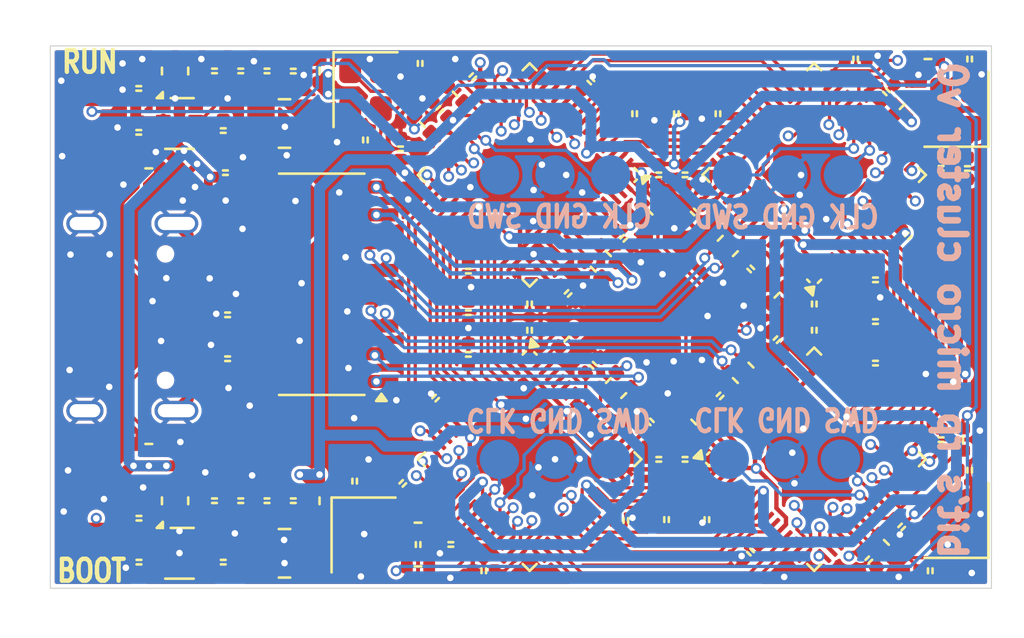
<source format=kicad_pcb>
(kicad_pcb (version 20241229) (generator "pcbnew") (generator_version "9.0")
  (layers (0 "F.Cu" signal) (4 "In1.Cu" signal) (6 "In2.Cu" signal) (2 "B.Cu" signal) (13 "F.Paste" user) (15 "B.Paste" user) (5 "F.SilkS" user "F.Silkscreen") (7 "B.SilkS" user "B.Silkscreen") (1 "F.Mask" user) (3 "B.Mask" user) (25 "Edge.Cuts" user))
  (net 0 "")
  (net 1 "GND")
  (net 2 "Net-(U17-XIN)")
  (net 3 "Net-(C12-Pad2)")
  (net 4 "+5V")
  (net 5 "+3.3V")
  (net 6 "Net-(U18-XIN)")
  (net 7 "Net-(C26-Pad2)")
  (net 8 "Net-(U19-XIN)")
  (net 9 "Net-(U20-XIN)")
  (net 10 "Net-(U17-USB_DP)")
  (net 11 "Net-(U17-USB_DM)")
  (net 12 "Net-(U17-XOUT)")
  (net 13 "Net-(U17-RUN)")
  (net 14 "Net-(U17-QSPI_SS)")
  (net 15 "Net-(C38-Pad2)")
  (net 16 "Net-(U18-QSPI_SS)")
  (net 17 "Net-(C50-Pad2)")
  (net 18 "Net-(U14-CC1)")
  (net 19 "/RUN")
  (net 20 "Net-(U18-USB_DP)")
  (net 21 "Net-(U18-USB_DM)")
  (net 22 "Net-(U18-RUN)")
  (net 23 "Net-(U18-XOUT)")
  (net 24 "Net-(U19-QSPI_SS)")
  (net 25 "Net-(U19-USB_DP)")
  (net 26 "Net-(U19-USB_DM)")
  (net 27 "Net-(U19-RUN)")
  (net 28 "Net-(U19-XOUT)")
  (net 29 "Net-(U20-QSPI_SS)")
  (net 30 "Net-(U20-USB_DP)")
  (net 31 "Net-(U20-USB_DM)")
  (net 32 "Net-(U20-RUN)")
  (net 33 "Net-(U20-XOUT)")
  (net 34 "Net-(U17-SWDIO)")
  (net 35 "Net-(U17-SWCLK)")
  (net 36 "Net-(U14-CC2)")
  (net 37 "Net-(U18-SWCLK)")
  (net 38 "Net-(U18-SWDIO)")
  (net 39 "Net-(U19-SWDIO)")
  (net 40 "Net-(U19-SWCLK)")
  (net 41 "Net-(U20-SWDIO)")
  (net 42 "Net-(U20-SWCLK)")
  (net 43 "/BUSAB_2")
  (net 44 "/BUSAB_1")
  (net 45 "/~{USB_BOOT}")
  (net 46 "/BUSAD_1")
  (net 47 "/BUSAB_6")
  (net 51 "/BUSAD_0")
  (net 52 "/BUSAD_4")
  (net 54 "/BUSAD_6")
  (net 56 "/BUSAB_7")
  (net 57 "/BUSAB_3")
  (net 59 "/BUSAD_2")
  (net 61 "/BUSAB_0")
  (net 62 "/BUSAD_3")
  (net 63 "/BUSAD_7")
  (net 64 "/BUSAB_4")
  (net 65 "/BUSAD_5")
  (net 66 "/BUSAB_5")
  (net 67 "/UDP")
  (net 68 "/UDM")
  (net 71 "Net-(U13-VDD18)")
  (net 72 "Net-(U13-VDD3)")
  (net 73 "Net-(C65-Pad2)")
  (net 74 "Net-(U15-SW)")
  (net 75 "Net-(U15-BST)")
  (net 76 "Net-(U15-SS)")
  (net 77 "Net-(U16-SS)")
  (net 78 "Net-(U16-BST)")
  (net 79 "Net-(U16-SW)")
  (net 80 "Net-(C73-Pad2)")
  (net 81 "Net-(U15-FB)")
  (net 82 "+1.1V")
  (net 83 "Net-(U16-FB)")
  (net 102 "/BUSBC_6")
  (net 103 "/BUSBC_2")
  (net 104 "/BUSBC_7")
  (net 105 "/BUSBC_4")
  (net 106 "/BUSBC_0")
  (net 107 "/BUSBC_1")
  (net 108 "/BUSBC_3")
  (net 109 "/BUSBC_5")
  (net 110 "/BUSCD_7")
  (net 111 "/BUSCD_1")
  (net 112 "/BUSCD_4")
  (net 113 "/BUSCD_5")
  (net 114 "/BUSCD_3")
  (net 115 "/BUSCD_2")
  (net 116 "/BUSCD_6")
  (net 117 "/BUSCD_0")
  (net 118 "/BUSAB_9")
  (net 119 "/BUSAD_8")
  (net 120 "/BUSAB_8")
  (net 121 "/BUSAD_9")
  (net 122 "/BUSBC_8")
  (net 123 "/BUSBC_9")
  (net 124 "/BUSCD_8")
  (net 125 "/BUSCD_9")
  (net 126 "/BUSAC_8")
  (net 127 "/BUSAC_7")
  (net 128 "/BUSAC_2")
  (net 129 "/BUSAC_4")
  (net 130 "/BUSAC_0")
  (net 131 "/BUSAC_6")
  (net 132 "/BUSAC_1")
  (net 133 "/BUSAC_5")
  (net 134 "/BUSAC_3")
  (net 135 "/BUSAC_9")
  (net 136 "/BUSBD_3")
  (net 137 "/BUSBD_4")
  (net 138 "/BUSBD_0")
  (net 139 "/BUSBD_1")
  (net 140 "/BUSBD_2")
  (net 141 "/BUSBD_7")
  (net 142 "/BUSBD_9")
  (net 143 "/BUSBD_5")
  (net 144 "/BUSBD_8")
  (net 145 "/BUSBD_6")
  (net 146 "/DA+")
  (net 147 "/DA-")
  (net 148 "/DB+")
  (net 149 "/DB-")
  (net 150 "/DC+")
  (net 151 "/DC-")
  (net 152 "/DD+")
  (net 153 "/DD-")
  (footprint "Basics:R_0402_1005Metric" (layer "F.Cu") (at 113.3 67 -135)
    (property "Reference" "R17" (hide yes))
    (property "Value" "1k" (hide yes))
  )
  (footprint "Basics:C_0402_1005Metric" (layer "F.Cu") (at 120.3 79.6 180)
    (property "Reference" "C37" (hide yes))
    (property "Value" "15p" (hide yes))
  )
  (footprint "Package_DFN_QFN:QFN-60-1EP_7x7mm_P0.4mm_EP3.4x3.4mm" (layer "F.Cu") (at 115 74.5 45)
    (property "Reference" "U19" (hide yes))
    (property "Value" "RP2340" (hide yes))
  )
  (footprint "Basics:R_0402_1005Metric" (layer "F.Cu") (at 111.4 70.9 135)
    (property "Reference" "R13" (hide yes))
    (property "Value" "27" (hide yes))
  )
  (footprint "Basics:C_0402_1005Metric" (layer "F.Cu") (at 106.8 58.7)
    (property "Reference" "C9" (hide yes))
    (property "Value" "100n" (hide yes))
  )
  (footprint "Basics:R_0402_1005Metric" (layer "F.Cu") (at 107.5 63.2 -45)
    (property "Reference" "R6" (hide yes))
    (property "Value" "1k" (hide yes))
  )
  (footprint "Basics:C_0402_1005Metric" (layer "F.Cu") (at 122 61.2 90)
    (property "Reference" "C49" (hide yes))
    (property "Value" "15p" (hide yes))
  )
  (footprint "Basics:C_0402_1005Metric" (layer "F.Cu") (at 107.516935 72.789065 45)
    (property "Reference" "C79" (hide yes))
    (property "Value" "4.7u" (hide yes))
  )
  (footprint "Basics:C_0402_1005Metric" (layer "F.Cu") (at 118.3 57.7 45)
    (property "Reference" "C53" (hide yes))
    (property "Value" "100n" (hide yes))
  )
  (footprint "Basics:C_0402_1005Metric" (layer "F.Cu") (at 96.2 75.6 135)
    (property "Reference" "C34" (hide yes))
    (property "Value" "100n" (hide yes))
  )
  (footprint "Basics:C_0402_1005Metric" (layer "F.Cu") (at 87.6 76.4 -90)
    (property "Reference" "C71" (hide yes))
    (property "Value" "33n" (hide yes))
  )
  (footprint "Basics:R_0402_1005Metric" (layer "F.Cu") (at 121.8 73.6 90)
    (property "Reference" "R15" (hide yes))
    (property "Value" "1k" (hide yes))
  )
  (footprint "Basics:C_0402_1005Metric" (layer "F.Cu") (at 90 56.7475 -90)
    (property "Reference" "C65" (hide yes))
    (property "Value" "10u" (hide yes))
  )
  (footprint "Basics:C_0402_1005Metric" (layer "F.Cu") (at 107.9 61.5 -90)
    (property "Reference" "C4" (hide yes))
    (property "Value" "100n" (hide yes))
  )
  (footprint "Basics:C_0402_1005Metric" (layer "F.Cu") (at 120.8 61.2 -90)
    (property "Reference" "C54" (hide yes))
    (property "Value" "100n" (hide yes))
  )
  (footprint "Inductor_SMD:L_1008_2520Metric" (layer "F.Cu") (at 90.8 78.8 180)
    (property "Reference" "L2" (hide yes))
    (property "Value" "2.2uH")
  )
  (footprint "Package_SO:SOP-16_3.9x9.9mm_P1.27mm" (layer "F.Cu") (at 92.5 66.5 180)
    (property "Reference" "U13" (hide yes))
    (property "Value" "SL2.1A")
  )
  (footprint "Package_DFN_QFN:QFN-60-1EP_7x7mm_P0.4mm_EP3.4x3.4mm" (layer "F.Cu") (at 102 61.5 -135)
    (property "Reference" "U17" (hide yes))
    (property "Value" "RP2340" (hide yes))
  )
  (footprint "Basics:C_0402_1005Metric" (layer "F.Cu") (at 117.5 79.1 -45)
    (property "Reference" "C35" (hide yes))
    (property "Value" "100n" (hide yes))
  )
  (footprint "Crystal:Crystal_SMD_2520-4Pin_2.5x2.0mm" (layer "F.Cu") (at 94.5 57.6 -90)
    (property "Reference" "Y1" (hide yes))
    (property "Value" "12MHz GND24" (hide yes))
  )
  (footprint "Package_DFN_QFN:QFN-60-1EP_7x7mm_P0.4mm_EP3.4x3.4mm" (layer "F.Cu") (at 115 61.5 135)
    (property "Reference" "U20" (hide yes))
    (property "Value" "RP2340" (hide yes))
  )
  (footprint "Basics:C_0402_1005Metric" (layer "F.Cu") (at 99.2 69.7 90)
    (property "Reference" "C29" (hide yes))
    (property "Value" "100n" (hide yes))
  )
  (footprint "Basics:miniButton" (layer "F.Cu") (at 81.9 76 -90)
    (property "Reference" "SW2" (hide yes))
    (property "Value" "miniButton")
  )
  (footprint "Crystal:Crystal_SMD_2520-4Pin_2.5x2.0mm" (layer "F.Cu") (at 121.5 77.3 90)
    (property "Reference" "Y3" (hide yes))
    (property "Value" "12MHz GND24" (hide yes))
  )
  (footprint "Package_TO_SOT_SMD:SOT-583-8" (layer "F.Cu") (at 86 78.8)
    (property "Reference" "U16" (hide yes))
    (property "Value" "TPS62933")
  )
  (footprint "Basics:C_0402_1005Metric" (layer "F.Cu") (at 99.2 67.8 -90)
    (property "Reference" "C6" (hide yes))
    (property "Value" "100n" (hide yes))
  )
  (footprint "Basics:R_0402_1005Metric" (layer "F.Cu") (at 84.6 73.8 180)
    (property "Reference" "R22" (hide yes))
    (property "Value" "5.1k" (hide yes))
  )
  (footprint "Basics:C_0402_1005Metric" (layer "F.Cu") (at 122.1 75 180)
    (property "Reference" "C38" (hide yes))
    (property "Value" "15p" (hide yes))
  )
  (footprint "Basics:R_0402_1005Metric" (layer "F.Cu") (at 86.4 56.7475 -90)
    (property "Reference" "R23" (hide yes))
    (property "Value" "10k" (hide yes))
  )
  (footprint "Basics:C_0402_1005Metric" (layer "F.Cu") (at 110.092808 77.26235 180)
    (property "Reference" "C41" (hide yes))
    (property "Value" "100n" (hide yes))
  )
  (footprint "Basics:R_0402_1005Metric" (layer "F.Cu") (at 104.902224 65.808887 -45)
    (property "Reference" "R2" (hide yes))
    (property "Value" "27" (hide yes))
  )
  (footprint "Basics:C_0402_1005Metric" (layer "F.Cu") (at 104.8 57.2 45)
    (property "Reference" "C3" (hide yes))
    (property "Value" "100n" (hide yes))
  )
  (footprint "Package_DFN_QFN:QFN-60-1EP_7x7mm_P0.4mm_EP3.4x3.4mm" (layer "F.Cu") (at 102 74.5 -45)
    (property "Reference" "U18" (hide yes))
    (property "Value" "RP2340" (hide yes))
  )
  (footprint "Basics:C_0402_1005Metric" (layer "F.Cu") (at 112.086371 78.748041 -135)
    (property "Reference" "C42" (hide yes))
    (property "Value" "100n" (hide yes))
  )
  (footprint "Basics:R_0402_1005Metric" (layer "F.Cu") (at 96.9 79.4 180)
    (property "Reference" "R10" (hide yes))
    (property "Value" "1k" (hide yes))
  )
  (footprint "Basics:C_0402_1005Metric" (layer "F.Cu") (at 109.514475 63.195895 -135)
    (property "Reference" "C81" (hide yes))
    (property "Value" "4.7u" (hide yes))
  )
  (footprint "Basics:R_0402_1005Metric" (layer "F.Cu") (at 112.112558 70.194081 135)
    (property "Reference" "R14" (hide yes))
    (property "Value" "27" (hide yes))
  )
  (footprint "Package_TO_SOT_SMD:SOT-583-8" (layer "F.Cu") (at 86 59.1475)
    (property "Reference" "U15" (hide yes))
    (property "Value" "TPS62933")
  )
  (footprint "Basics:R_0402_1005Metric" (layer "F.Cu") (at 97.1 59.2 135)
    (property "Reference" "R5" (hide yes))
    (property "Value" "1k" (hide yes))
  )
  (footprint "Basics:C_0402_1005Metric" (layer "F.Cu") (at 113.297657 69.028781 135)
    (property "Reference" "C80" (hide yes))
    (property "Value" "4.7u" (hide yes))
  )
  (footprint "Basics:C_0402_1005Metric" (layer "F.Cu") (at 84.150172 77.2 -90)
    (property "Reference" "C70" (hide yes))
    (property "Value" "10u" (hide yes))
  )
  (footprint "Crystal:Crystal_SMD_2520-4Pin_2.5x2.0mm" (layer "F.Cu") (at 121.5 58.5 90)
    (property "Reference" "Y4" (hide yes))
    (property "Value" "12MHz GND24" (hide yes))
  )
  (footprint "Basics:C_0402_1005Metric" (layer "F.Cu") (at 108.259039 77.25915)
    (property "Reference" "C31" (hide yes))
    (property "Value" "100n" (hide yes))
  )
  (footprint "Basics:C_0402_1005Metric" (layer "F.Cu") (at 110.6 58.7 180)
    (property "Reference" "C52" (hide yes))
    (property "Value" "100n" (hide yes))
  )
  (footprint "Basics:R_0402_1005Metric" (layer "F.Cu") (at 106.297896 71.586996 45)
    (property "Reference" "R9" (hide yes))
    (property "Value" "27" (hide yes))
  )
  (footprint "Basics:R_0402_1005Metric" (layer "F.Cu") (at 92.4 56.7475 90)
    (property "Reference" "R24" (hide yes))
    (property "Value" "0" (hide yes))
  )
  (footprint "Basics:R_0402_1005Metric" (layer "F.Cu") (at 105.6 70.9 45)
    (property "Reference" "R8" (hide yes))
    (property "Value" "27" (hide yes))
  )
  (footprint "Basics:R_0402_1005Metric" (layer "F.Cu") (at 98.6 57.8 135)
    (property "Reference" "R4" (hide yes))
    (property "Value" "1k" (hide yes))
  )
  (footprint "Basics:R_0402_1005Metric" (layer "F.Cu") (at 118.3 78.3 -45)
    (property "Reference" "R16" (hide yes))
    (property "Value" "1k" (hide yes))
  )
  (footprint "Basics:C_0402_1005Metric" (layer "F.Cu") (at 109.1 61.5 -90)
    (property "Reference" "C58" (hide yes))
    (property "Value" "100n" (hide yes))
  )
  (footprint "Basics:C_0402_1005Metric" (layer "F.Cu") (at 108.7 58.7 180)
    (property "Reference" "C57" (hide yes))
    (property "Value" "100n" (hide yes))
  )
  (footprint "Basics:R_0402_1005Metric" (layer "F.Cu") (at 85.2 56.7475 90)
    (property "Reference" "R26" (hide yes))
    (property "Value" "3.74k" (hide yes))
  )
  (footprint "Basics:C_0402_1005Metric" (layer "F.Cu") (at 122.1 56.2 180)
    (property "Reference" "C50" (hide yes))
    (property "Value" "15p" (hide yes))
  )
  (footprint "Basics:C_0402_1005Metric" (layer "F.Cu") (at 106.4 77.3)
    (property "Reference" "C27" (hide yes))
    (property "Value" "100n" (hide yes))
  )
  (footprint "Basics:C_0402_1005Metric" (layer "F.Cu") (at 97 56.4)
    (property "Reference" "C11" (hide yes))
    (property "Value" "15p" (hide yes))
  )
  (footprint "Basics:C_0402_1005Metric" (layer "F.Cu") (at 110.7 71.6 135)
    (property "Reference" "C45" (hide yes))
    (property "Value" "100n" (hide yes))
  )
  (footprint "Basics:C_0402_1005Metric" (layer "F.Cu") (at 119.3 64.3 -45)
    (property "Reference" "C56" (hide yes))
    (property "Value" "100n" (hide yes))
  )
  (footprint "Basics:C_0402_1005Metric" (layer "F.Cu") (at 99.9 79.6 180)
    (property "Reference" "C48" (hide yes))
    (property "Value" "100n" (hide yes))
  )
  (footprint "Basics:C_0402_1005Metric" (layer "F.Cu") (at 103.76 66.92 -45)
    (property "Reference" "C78" (hide yes))
    (property "Value" "4.7u" (hide yes))
  )
  (footprint "Basics:C_0402_1005Metric" (layer "F.Cu") (at 117.8 68.2 90)
    (property "Reference" "C46" (hide yes))
    (property "Value" "100n" (hide yes))
  )
  (footprint "Basics:C_0402_1005Metric" (layer "F.Cu") (at 107.9 74.5 90)
    (property "Reference" "C30" (hide yes))
    (property "Value" "100n" (hide yes))
  )
  (footprint "Basics:C_0402_1005Metric" (layer "F.Cu") (at 120.8 73.6 90)
    (property "Reference" "C59" (hide yes))
    (property "Value" "100n" (hide yes))
  )
  (footprint "Basics:C_0402_1005Metric" (layer "F.Cu") (at 106.3 64.4 -45)
    (property "Reference" "C2" (hide yes))
    (property "Value" "100n" (hide yes))
  )
  (footprint "Basics:C_0402_1005Metric" (layer "F.Cu") (at 96.1 60.3 90)
    (property "Reference" "C47" (hide yes))
    (property "Value" "100n" (hide yes))
  )
  (footprint "Basics:C_0402_1005Metric" (layer "F.Cu") (at 117.8 70.1 90)
    (property "Reference" "C40" (hide yes))
    (property "Value" "100n" (hide yes))
  )
  (footprint "Basics:C_0402_1005Metric" (layer "F.Cu") (at 112.1 65.8 -135)
    (property "Reference" "C55" (hide yes))
    (property "Value" "100n" (hide yes))
  )
  (footprint "Basics:C_0402_1005Metric" (layer "F.Cu") (at 88.8 56.7475 -90)
    (property "Reference" "C68" (hide yes))
    (property "Value" "10u" (hide yes))
  )
  (footprint "Basics:C_0402_1005Metric" (layer "F.Cu") (at 94 75.5 180)
    (property "Reference" "C25" (hide yes))
    (property "Value" "15p" (hide yes))
  )
  (footprint "Basics:C_0402_1005Metric" (layer "F.Cu") (at 84.139815 57.5475 -90)
    (property "Reference" "C64" (hide yes))
    (property "Value" "10u" (hide yes))
  )
  (footprint "Basics:C_0402_1005Metric" (layer "F.Cu") (at 109.1 74.5 90)
    (property "Reference" "C43" (hide yes))
    (property "Value" "100n" (hide yes))
  )
  (footprint "Basics:R_0402_1005Metric" (layer "F.Cu") (at 120.2 56.2)
    (property "Reference" "R20" (hide yes))
    (property "Value" "1k" (hide yes))
  )
  (footprint "Basics:USB-C" (layer "F.Cu") (at 85.825 68 -90)
    (property "Reference" "U14" (hide yes))
    (property "Value" "USB" (hide yes))
  )
  (footprint "Basics:C_0402_1005Metric" (layer "F.Cu") (at 119 77.6 -45)
    (property "Reference" "C39" (hide yes))
    (property "Value" "100n" (hide yes))
  )
  (footprint "Basics:R_0402_1005Metric" (layer "F.Cu") (at 111.4 65.1 -135)
    (property "Reference" "R18" (hide yes))
    (property "Value" "27" (hide yes))
  )
  (footprint "Basics:C_0402_1005Metric" (layer "F.Cu") (at 87.6 56.7475 -90)
    (property "Reference" "C69" (hide yes))
    (property "Value" "33n" (hide yes))
  )
  (footprint "Basics:R_0402_1005Metric" (layer "F.Cu") (at 119.020284 58.377453 45)
    (property "Reference" "R21" (hide yes))
    (property "Value" "1k" (hide yes))
  )
  (footprint "Basics:C_0402_1005Metric" (layer "F.Cu") (at 91.2 76.4 -90)
    (property "Reference" "C73" (hide yes))
    (property "Value" "10u" (hide yes))
  )
  (footprint "Basics:R_0402_1005Metric" (layer "F.Cu") (at 92.4 76.4 -90)
    (property "Reference" "R25" (hide yes))
    (property "Value" "0" (hide yes))
  )
  (footprint "Basics:C_0402_1005Metric" (layer "F.Cu") (at 88.2 69.9 90)
    (property "Reference" "C61" (hide yes))
    (property "Value" "10u" (hide yes))
  )
  (footprint "Basics:C_0402_1005Metric" (layer "F.Cu") (at 88 79.2 90)
    (property "Reference" "C72" (hide yes))
    (property "Value" "100n" (hide yes))
  )
  (footprint "Basics:R_0402_1005Metric" (layer "F.Cu") (at 86.4 76.4 -90)
    (property "Reference" "R28" (hide yes))
    (property "Value" "10k" (hide yes))
  )
  (footprint "Basics:C_0402_1005Metric" (layer "F.Cu") (at 99.2 65.9 -90)
    (property "Reference" "C10" (hide yes))
    (property "Value" "100n" (hide yes))
  )
  (footprint "Basics:C_0402_1005Metric" (layer "F.Cu") (at 91.2 56.7475 90)
    (property "Reference" "C67" (hide yes))
    (property "Value" "10u" (hide yes))
  )
  (footprint "Basics:C_0402_1005Metric" (layer "F.Cu") (at 115 67.4 180)
    (property "Reference" "C36" (hide yes))
    (property "Value" "100n" (hide yes))
  )
  (footprint "Basics:R_0402_1005Metric" (layer "F.Cu") (at 103.7 69 45)
    (property "Reference" "R7" (hide yes))
    (property "Value" "1k" (hide yes))
  )
  (footprint "Basics:C_0402_1005Metric" (layer "F.Cu") (at 88.1 61.4 -90)
    (property "Reference" "C62" (hide yes))
    (property "Value" "10u" (hide yes))
  )
  (footprint "Basics:C_0402_1005Metric" (layer "F.Cu") (at 115 68.6 180)
    (property "Reference" "C44" (hide yes))
    (property "Value" "100n" (hide yes))
  )
  (footprint "Inductor_SMD:L_1008_2520Metric" (layer "F.Cu") (at 90.8 59.1475 180)
    (property "Reference" "L1" (hide yes))
    (property "Value" "1.8uH")
  )
  (footprint "Basics:R_0402_1005Metric" (layer "F.Cu") (at 85.2 76.4 90)
    (property "Reference" "R27" (hide yes))
    (property "Value" "31.3k" (hide yes))
  )
  (footprint "Basics:C_0402_1005Metric" (layer "F.Cu") (at 97.9 58.5 135)
    (property "Reference" "C8" (hide yes))
    (property "Value" "100n" (hide yes))
  )
  (footprint "Basics:C_0402_1005Metric" (layer "F.Cu") (at 102 67.4)
    (property "Reference" "C1" (hide yes))
    (property "Value" "100n" (hide yes))
  )
  (footprint "Basics:C_0402_1005Metric" (layer "F.Cu") (at 99.4 57 135)
    (property "Reference" "C5" (hide yes))
    (property "Value" "100n" (hide yes))
  )
  (footprint "Basics:C_0402_1005Metric" (layer "F.Cu") (at 117.8 66.3 -90)
    (property "Reference" "C51" (hide yes))
    (property "Value" "100n" (hide yes))
  )
  (footprint "Basics:R_0402_1005Metric" (layer "F.Cu") (at 105.6 65.1 -45)
    (property "Reference" "R1" (hide yes))
    (property "Value" "27" (hide yes))
  )
  (footprint "Basics:C_0402_1005Metric" (layer "F.Cu") (at 102 68.6)
    (property "Reference" "C33" (hide yes))
    (property "Value" "100n" (hide yes))
  )
  (footprint "Basics:C_0402_1005Metric" (layer "F.Cu") (at 88.8 76.4 -90)
    (property "Reference" "C75" (hide yes))
    (property "Value" "10u" (hide yes))
  )
  (footprint "Basics:C_0402_1005Metric" (layer "F.Cu") (at 84.150172 79.2 90)
    (property "Reference" "C76" (hide yes))
    (property "Value" "100n" (hide yes))
  )
  (footprint "Basics:C_0402_1005Metric" (layer "F.Cu") (at 88.2 67.9 -90)
    (property "Reference" "C63" (hide yes))
    (property "Value" "10u" (hide yes))
  )
  (footprint "Basics:miniButton" (layer "F.Cu") (at 81.9 59.75 90)
    (property "Reference" "SW1" (hide yes))
    (property "Value" "miniButton")
  )
  (footprint "Basics:R_0402_1005Metric" (layer "F.Cu") (at 96.9 77.4 180)
    (property "Reference" "R11" (hide yes))
    (property "Value" "1k" (hide yes))
  )
  (footprint "Basics:C_0402_1005Metric" (layer "F.Cu") (at 104.9 70.2 45)
    (property "Reference" "C32" (hide yes))
    (property "Value" "100n" (hide yes))
  )
  (footprint "Basics:R_0402_1005Metric" (layer "F.Cu") (at 84.6 61.2)
    (property "Reference" "R3" (hide yes))
    (property "Value" "5.1k" (hide yes))
  )
  (footprint "Basics:C_0402_1005Metric" (layer "F.Cu") (at 116.9 56.2)
    (property "Reference" "C60" (hide yes))
    (property "Value" "100n" (hide yes))
  )
  (footprint "Basics:C_0402_1005Metric" (layer "F.Cu") (at 98.4 78.4 -90)
    (property "Reference" "C28" (hide yes))
    (property "Value" "100n" (hide yes))
  )
  (footprint "Basics:R_0402_1005Metric" (layer "F.Cu") (at 110.708059 64.395136 -135)
    (property "Reference" "R19" (hide yes))
    (property "Value" "27" (hide yes))
  )
  (footprint "Basics:C_0402_1005Metric" (layer "F.Cu") (at 97.7 71.7 135)
    (property "Reference" "C7" (hide yes))
    (property "Value" "100n" (hide yes))
  )
  (footprint "Basics:C_0402_1005Metric" (layer "F.Cu") (at 84.139815 59.5475 90)
    (property "Reference" "C77" (hide yes))
    (property "Value" "100n" (hide yes))
  )
  (footprint "Basics:C_0402_1005Metric" (layer "F.Cu") (at 94.5 59.9)
    (property "Reference" "C12" (hide yes))
    (property "Value" "15p" (hide yes))
  )
  (footprint "Basics:C_0402_1005Metric" (layer "F.Cu") (at 96.9 78.4 180)
    (property "Reference" "C26" (hide yes))
    (property "Value" "15p" (hide yes))
  )
  (footprint "Basics:C_0402_1005Metric" (layer "F.Cu") (at 90 76.4 -90)
    (property "Reference" "C74" (hide yes))
    (property "Value" "10u" (hide yes))
  )
  (footprint "Basics:C_0402_1005Metric" (layer "F.Cu") (at 88 59.4675 90)
    (property "Reference" "C66" (hide yes))
    (property "Value" "100n" (hide yes))
  )
  (footprint "Crystal:Crystal_SMD_2520-4Pin_2.5x2.0mm" (layer "F.Cu") (at 94.410008 77.961949 -90)
    (property "Reference" "Y2" (hide yes))
    (property "Value" "12MHz GND24" (hide yes))
  )
  (footprint "Basics:R_0402_1005Metric" (layer "F.Cu") (at 109.5 72.8 135)
    (property "Reference" "R12" (hide yes))
    (property "Value" "1k" (hide yes))
  )
  (footprint "Basics:Testpoint3" (layer "B.Cu") (at 103.16 74.5 180)
    (property "Reference" "TP2" (hide yes))
    (property "Value" "TestPoint")
  )
  (footprint "Basics:Testpoint3" (layer "B.Cu") (at 113.8 61.5)
    (property "Reference" "TP4" (hide yes))
    (property "Value" "TestPoint")
  )
  (footprint "Basics:Testpoint3" (layer "B.Cu") (at 113.66 74.5 180)
    (property "Reference" "TP3" (hide yes))
    (property "Value" "TestPoint")
  )
  (footprint "Basics:Testpoint3" (layer "B.Cu") (at 103.16 61.5)
    (property "Reference" "TP1" (hide yes))
    (property "Value" "TestPoint")
  )
  (gr_rect (start 80.1 55.6) (end 123.1 80.4) (stroke (width 0.05)) (fill no) (layer "Edge.Cuts"))
  (gr_text "RUN" (at 80.533705 56.916268 0) (layer "F.SilkS") (effects (font (size 1 0.8) (thickness 0.2) (bold yes)) (justify left bottom)))
  (gr_text "BOOT" (at 80.308582 80.182563 0) (layer "F.SilkS") (effects (font (size 1 0.8) (thickness 0.2) (bold yes)) (justify left bottom)))
  (gr_text "CLK GND SWD" (at 107.678107 63.996849 0) (layer "B.SilkS") (effects (font (size 1 0.8) (thickness 0.2) (bold yes)) (justify left bottom mirror)))
  (gr_text "bit's rp micro cluster v0" (at 120.6 79.2 270) (layer "B.SilkS") (effects (font (size 1.2 1.2) (thickness 0.3) (bold yes)) (justify left bottom mirror)))
  (gr_text "CLK GND SWD" (at 98.999004 72.115177 180) (layer "B.SilkS") (effects (font (size 1 0.8) (thickness 0.2) (bold yes)) (justify left bottom mirror)))
  (gr_text "CLK GND SWD" (at 118.053149 64.023205 0) (layer "B.SilkS") (effects (font (size 1 0.8) (thickness 0.2) (bold yes)) (justify left bottom mirror)))
  (gr_text "CLK GND SWD" (at 109.422912 72.080867 180) (layer "B.SilkS") (effects (font (size 1 0.8) (thickness 0.2) (bold yes)) (justify left bottom mirror)))
  (segment (start 88.2 67.4) (end 88.13 67.4) (width 0.15) (layer "F.Cu") (net 1))
  (segment (start 119.639411 64.639411) (end 120.1 65.1) (width 0.15) (layer "F.Cu") (net 1))
  (segment (start 99.2 68.28) (end 99.2 68.5) (width 0.2) (layer "F.Cu") (net 1))
  (segment (start 86.4 71.2) (end 86.4 71.74) (width 0.5) (layer "F.Cu") (net 1))
  (segment (start 86.4 71.74) (end 85.86 72.28) (width 0.5) (layer "F.Cu") (net 1))
  (segment (start 97.9 78.8) (end 97.78 78.8) (width 0.15) (layer "F.Cu") (net 1))
  (segment (start 97.360589 71.360589) (end 97.5 71.5) (width 0.2) (layer "F.Cu") (net 1))
  (segment (start 97.78 78.8) (end 97.38 78.4) (width 0.15) (layer "F.Cu") (net 1))
  (segment (start 118.921157 77.939411) (end 118.916476 77.944092) (width 0.15) (layer "F.Cu") (net 1))
  (segment (start 99.2 66.507501) (end 99.322499 66.63) (width 0.15) (layer "F.Cu") (net 1))
  (segment (start 111.572689 79.038495) (end 111.684362 78.926822) (width 0.2) (layer "F.Cu") (net 1))
  (segment (start 120.8 78.175) (end 120.875 78.175) (width 0.15) (layer "F.Cu") (net 1))
  (segment (start 109.612808 77.26235) (end 109.755682 77.26235) (width 0.2) (layer "F.Cu") (net 1))
  (segment (start 111.581736 79.070595) (end 111.561979 79.050838) (width 0.2) (layer "F.Cu") (net 1))
  (segment (start 122.2 76.425) (end 122.2 76.6) (width 0.15) (layer "F.Cu") (net 1))
  (segment (start 107.7 59) (end 107.92 59) (width 0.15) (layer "F.Cu") (net 1))
  (segment (start 117.264 68.256) (end 117.264 69.084) (width 0.15) (layer "F.Cu") (net 1))
  (segment (start 122.2 76.6) (end 122.6 77) (width 0.15) (layer "F.Cu") (net 1))
  (segment (start 111.561979 79.04915) (end 111.572634 79.038495) (width 0.2) (layer "F.Cu") (net 1))
  (segment (start 88.13 67.4) (end 87.68 67.85) (width 0.15) (layer "F.Cu") (net 1))
  (segment (start 99.2 66.4) (end 99.2 66.507501) (width 0.15) (layer "F.Cu") (net 1))
  (segment (start 88.2 67.32) (end 88.58 66.94) (width 0.15) (layer "F.Cu") (net 1))
  (segment (start 107.4 58.7) (end 107.7 59) (width 0.15) (layer "F.Cu") (net 1))
  (segment (start 117.75 56.2) (end 117.9 56.05) (width 0.15) (layer "F.Cu") (net 1))
  (segment (start 97.98 78.88) (end 97.9 78.8) (width 0.15) (layer "F.Cu") (net 1))
  (segment (start 106.822716 77.3) (end 106.7 77.177284) (width 0.2) (layer "F.Cu") (net 1))
  (segment (start 117.995 67.1) (end 118.015 67.1) (width 0.15) (layer "F.Cu") (net 1))
  (segment (start 106.88 77.3) (end 106.822716 77.3) (width 0.2) (layer "F.Cu") (net 1))
  (segment (start 97.560589 58.160589) (end 97.260589 58.160589) (width 0.2) (layer "F.Cu") (net 1))
  (segment (start 111.74696 79.087452) (end 111.612548 79.087452) (width 0.2) (layer "F.Cu") (net 1))
  (segment (start 111.684362 78.926822) (end 111.684362 78.925) (width 0.2) (layer "F.Cu") (net 1))
  (segment (start 110.094828 58.7) (end 109.866374 58.928454) (width 0.15) (layer "F.Cu") (net 1))
  (segment (start 88.2 67.4) (end 88.2 67.32) (width 0.15) (layer "F.Cu") (net 1))
  (segment (start 107.92 59) (end 108.22 58.7) (width 0.15) (layer "F.Cu") (net 1))
  (segment (start 120.1 65.1) (end 120.1 70.6) (width 0.15) (layer "F.Cu") (net 1))
  (segment (start 98.4 78.88) (end 97.98 78.88) (width 0.15) (layer "F.Cu") (net 1))
  (segment (start 110.1 58.7) (end 110.094828 58.7) (width 0.15) (layer "F.Cu") (net 1))
  (segment (start 120.8 73.12) (end 121.266001 73.586001) (width 0.15) (layer "F.Cu") (net 1))
  (segment (start 111.595691 79.070595) (end 111.581736 79.070595) (width 0.2) (layer "F.Cu") (net 1))
  (segment (start 109.755682 77.26235) (end 109.892808 77.399476) (width 0.2) (layer "F.Cu") (net 1))
  (segment (start 86.4 64.26) (end 85.86 63.72) (width 0.5) (layer "F.Cu") (net 1))
  (segment (start 111.612548 79.087452) (end 111.595691 79.070595) (width 0.2) (layer "F.Cu") (net 1))
  (segment (start 120.875 78.175) (end 121.1 78.4) (width 0.15) (layer "F.Cu") (net 1))
  (segment (start 117.8 66.905) (end 117.995 67.1) (width 0.15) (layer "F.Cu") (net 1))
  (segment (start 107.28 58.7) (end 107.4 58.7) (width 0.15) (layer "F.Cu") (net 1))
  (segment (start 119.336938 57.346447) (end 119.763385 56.92) (width 0.15) (layer "F.Cu") (net 1))
  (segment (start 119.339411 77.939411) (end 118.921157 77.939411) (width 0.15) (layer "F.Cu") (net 1))
  (segment (start 121.266001 73.586001) (end 122.186001 73.586001) (width 0.15) (layer "F.Cu") (net 1))
  (segment (start 111.561979 79.050838) (end 111.561979 79.04915) (width 0.2) (layer "F.Cu") (net 1))
  (segment (start 117.8 67.72) (end 117.264 68.256) (width 0.15) (layer "F.Cu") (net 1))
  (segment (start 111.572634 79.038495) (end 111.572689 79.038495) (width 0.2) (layer "F.Cu") (net 1))
  (segment (start 122.58 73.98) (end 122.58 75) (width 0.15) (layer "F.Cu") (net 1))
  (segment (start 117.38 56.2) (end 117.75 56.2) (width 0.15) (layer "F.Cu") (net 1))
  (segment (start 122.186001 73.586001) (end 122.58 73.98) (width 0.15) (layer "F.Cu") (net 1))
  (segment (start 117.264 69.084) (end 117.8 69.62) (width 0.15) (layer "F.Cu") (net 1))
  (segment (start 86.4 64.8) (end 86.4 64.26) (width 0.5) (layer "F.Cu") (net 1))
  (segment (start 105.139411 56.860589) (end 104.939411 56.860589) (width 0.15) (layer "F.Cu") (net 1))
  (segment (start 91.229999 57.257499) (end 91.2 57.2275) (width 0.5) (layer "F.Cu") (net 1))
  (segment (start 117.8 66.78) (end 117.8 66.905) (width 0.15) (layer "F.Cu") (net 1))
  (segment (start 118.653553 57.346447) (end 119.336938 57.346447) (width 0.15) (layer "F.Cu") (net 1))
  (segment (start 104.880226 56.919774) (end 104.880226 56.997383) (width 0.15) (layer "F.Cu") (net 1))
  (segment (start 104.939411 56.860589) (end 104.880226 56.919774) (width 0.15) (layer "F.Cu") (net 1))
  (segment (start 97.260589 58.160589) (end 97.1 58) (width 0.2) (layer "F.Cu") (net 1))
  (via (at 88.58 66.94) (size 0.5) (drill 0.3) (layers "F.Cu" "B.Cu") (net 1))
  (via (at 118.86 79.88) (size 0.5) (drill 0.3) (layers "F.Cu" "B.Cu") (net 1))
  (via (at 114 74.2) (size 0.5) (drill 0.3) (layers "F.Cu" "B.Cu") (net 1))
  (via (at 112.548131 68.508355) (size 0.5) (drill 0.3) (layers "F.Cu" "B.Cu") (net 1))
  (via (at 90.9 60.6) (size 0.5) (drill 0.3) (layers "F.Cu" "B.Cu") (net 1))
  (via (at 80.91 75.01) (size 0.5) (drill 0.3) (layers "F.Cu" "B.Cu") (net 1))
  (via (at 83.4 56.4) (size 0.5) (drill 0.3) (layers "F.Cu" "B.Cu") (net 1))
  (via (at 103.16 74.5) (size 0.5) (drill 0.3) (layers "F.Cu" "B.Cu") (net 1))
  (via (at 84.3 56.2) (size 0.5) (drill 0.3) (layers "F.Cu" "B.Cu") (net 1))
  (via (at 118.015 67.1) (size 0.5) (drill 0.3) (layers "F.Cu" "B.Cu") (net 1))
  (via (at 107.34 70.07) (size 0.5) (drill 0.3) (layers "F.Cu" "B.Cu") (net 1))
  (via (at 85.8 58) (size 0.5) (drill 0.3) (layers "F.Cu" "B.Cu") (net 1))
  (via (at 82.55 76.32) (size 0.5) (drill 0.3) (layers "F.Cu" "B.Cu") (net 1))
  (via (at 122.2 79.7) (size 0.5) (drill 0.3) (layers "F.Cu" "B.Cu") (net 1))
  (via (at 84.77 67.27) (size 0.5) (drill 0.3) (layers "F.Cu" "B.Cu") (net 1))
  (via (at 104.44 66.56) (size 0.5) (drill 0.3) (layers "F.Cu" "B.Cu") (net 1))
  (via (at 104.781874 73.368887) (size 0.5) (drill 0.3) (layers "F.Cu" "B.Cu") (net 1))
  (via (at 88.2 58) (size 0.5) (drill 0.3) (layers "F.Cu" "B.Cu") (net 1))
  (via (at 82.81 65.13) (size 0.5) (drill 0.3) (layers "F.Cu" "B.Cu") (net 1))
  (via (at 115.55 63.52) (size 0.5) (drill 0.3) (layers "F.Cu" "B.Cu") (net 1))
  (via (at 114.5 73.1) (size 0.5) (drill 0.3) (layers "F.Cu" "B.Cu") (net 1))
  (via (at 91.3 62.69) (size 0.5) (drill 0.3) (layers "F.Cu" "B.Cu") (net 1))
  (via (at 80.6 57.19) (size 0.5) (drill 0.3) (layers "F.Cu" "B.Cu") (net 1))
  (via (at 114.1 75.6) (size 0.5) (drill 0.3) (layers "F.Cu" "B.Cu") (net 1))
  (via (at 108.609387 63.936935) (size 0.5) (drill 0.3) (layers "F.Cu" "B.Cu") (net 1))
  (via (at 86.15 62.67) (size 0.5) (drill 0.3) (layers "F.Cu" "B.Cu") (net 1))
  (via (at 109.87 69.96) (size 0.5) (drill 0.3) (layers "F.Cu" "B.Cu") (net 1))
  (via (at 102.56 61.03) (size 0.5) (drill 0.3) (layers "F.Cu" "B.Cu") (net 1))
  (via (at 110.84 66.43) (size 0.5) (drill 0.3) (layers "F.Cu" "B.Cu") (net 1))
  (via (at 93.2 60) (size 0.5) (drill 0.3) (layers "F.Cu" "B.Cu") (net 1))
  (via (at 91.676843 56.929556) (size 0.5) (drill 0.3) (layers "F.Cu" "B.Cu") (net 1))
  (via (at 102.4 74.87) (size 0.5) (drill 0.3) (layers "F.Cu" "B.Cu") (net 1))
  (via (at 85.4 66.22) (size 0.5) (drill 0.3) (layers "F.Cu" "B.Cu") (net 1))
  (via (at 88.11 62.67) (size 0.5) (drill 0.3) (layers "F.Cu" "B.Cu") (net 1))
  (via (at 104.880226 56.997383) (size 0.5) (drill 0.3) (layers "F.Cu" "B.Cu") (net 1))
  (via (at 87.18 75.1) (size 0.5) (drill 0.3) (layers "F.Cu" "B.Cu") (net 1))
  (via (at 98.6 56.2) (size 0.5) (drill 0.3) (layers "F.Cu" "B.Cu") (net 1))
  (via (at 90.8 79.25) (size 0.5) (drill 0.3) (layers "F.Cu" "B.Cu") (net 1))
  (via (at 87 56.2) (size 0.5) (drill 0.3) (layers "F.Cu" "B.Cu") (net 1))
  (via (at 90.81588 59.297392) (size 0.5) (drill 0.3) (layers "F.Cu" "B.Cu") (net 1))
  (via (at 122.6 77) (size 0.5) (drill 0.3) (layers "F.Cu" "B.Cu") (net 1))
  (via (at 121.1 78.4) (size 0.5) (drill 0.3) (layers "F.Cu" "B.Cu") (net 1))
  (via (at 108.58 70.02) (size 0.5) (drill 0.3) (layers "F.Cu" "B.Cu") (net 1))
  (via (at 80.64 60.64) (size 0.5) (drill 0.3) (layers "F.Cu" "B.Cu") (net 1))
  (via (at 87.38 66.23) (size 0.5) (drill 0.3) (layers "F.Cu" "B.Cu") (net 1))
  (via (at 98.375887 79.924029) (size 0.5) (drill 0.3) (layers "F.Cu" "B.Cu") (net 1))
  (via (at 91.58 66.45) (size 0.5) (drill 0.3) (layers "F.Cu" "B.Cu") (net 1))
  (via (at 102.04 59.88) (size 0.5) (drill 0.3) (layers "F.Cu" "B.Cu") (net 1))
  (via (at 108.308887 71.488002) (size 0.5) (drill 0.3) (layers "F.Cu" "B.Cu") (net 1))
  (via (at 89.4 56.3) (size 0.5) (drill 0.3) (layers "F.Cu" "B.Cu") (net 1))
  (via (at 103.67 61.5) (size 0.5) (drill 0.3) (layers "F.Cu" "B.Cu") (net 1))
  (via (at 81.02 65.14) (size 0.5) (drill 0.3) (layers "F.Cu" "B.Cu") (net 1))
  (via (at 117.9 56.05) (size 0.5) (drill 0.3) (layers "F.Cu" "B.Cu") (net 1))
  (via (at 80.98 70.42) (size 0.5) (drill 0.3) (layers "F.Cu" "B.Cu") (net 1))
  (via (at 95.91 71.8) (size 0.5) (drill 0.3) (layers "F.Cu" "B.Cu") (net 1))
  (via (at 89.32 75.24) (size 0.5) (drill 0.3) (layers "F.Cu" "B.Cu") (net 1))
  (via (at 94.64 74.51) (size 0.5) (drill 0.3) (layers "F.Cu" "B.Cu") (net 1))
  (via (at 86 77.78) (size 0.5) (drill 0.3) (layers "F.Cu" "B.Cu") (net 1))
  (via (at 99.29 62.06) (size 0.5) (drill 0.3) (layers "F.Cu" "B.Cu") (net 1))
  (via (at 82.79 71.19) (size 0.5) (drill 0.3) (layers "F.Cu" "B.Cu") (net 1))
  (via (at 84.92 60.45) (size 0.5) (drill 0.3) (layers "F.Cu" "B.Cu") (net 1))
  (via (at 106.9 72.32) (size 0.5) (drill 0.3) (layers "F.Cu" "B.Cu") (net 1))
  (via (at 109.9 61.7) (size 0.5) (drill 0.3) (layers "F.Cu" "B.Cu") (net 1))
  (via (at 102.18 65.12) (size 0.5) (drill 0.3) (layers "F.Cu" "B.Cu") (net 1))
  (via (at 93.59 65.26) (size 0.5) (drill 0.3) (layers "F.Cu" "B.Cu") (net 1))
  (via (at 102.18 62.19) (size 0.5) (drill 0.3) (layers "F.Cu" "B.Cu") (net 1))
  (via (at 88.53 77.89) (size 0.5) (drill 0.3) (layers "F.Cu" "B.Cu") (net 1))
  (via (at 99.322499 66.63) (size 0.5) (drill 0.3) (layers "F.Cu" "B.Cu") (net 1))
  (via (at 89.21 72.05) (size 0.5) (drill 0.3) (layers "F.Cu" "B.Cu") (net 1))
  (via (at 83.44 61.94) (size 0.5) (drill 0.3) (layers "F.Cu" "B.Cu") (net 1))
  (via (at 106.7 77.177284) (size 0.5) (drill 0.3) (layers "F.Cu" "B.Cu") (net 1))
  (via (at 104.4 62.3) (size 0.5) (drill 0.3) (layers "F.Cu" "B.Cu") (net 1))
  (via (at 97.9 78.8) (size 0.5) (drill 0.3) (layers "F.Cu" "B.Cu") (net 1))
  (via (at 111.684362 78.925) (size 0.5) (drill 0.3) (layers "F.Cu" "B.Cu") (net 1))
  (via (at 97.5 71.5) (size 0.5) (drill 0.3) (layers "F.Cu" "B.Cu") (net 1))
  (via (at 104.28 74.48) (size 0.5) (drill 0.3) (layers "F.Cu" "B.Cu") (net 1))
  (via (at 114.4 61.5) (size 0.5) (drill 0.3) (layers "F.Cu" "B.Cu") (net 1))
  (via (at 83.17 59.33) (size 0.5) (drill 0.3) (layers "F.Cu" "B.Cu") (net 1))
  (via (at 114.34 62.41) (size 0.5) (drill 0.3) (layers "F.Cu" "B.Cu") (net 1))
  (via (at 99.2 68.5) (size 0.5) (drill 0.3) (layers "F.Cu" "B.Cu") (net 1))
  (via (at 80.71 76.89) (size 0.5) (drill 0.3) (layers "F.Cu" "B.Cu") (net 1))
  (via (at 107.08 65.49) (size 0.5) (drill 0.3) (layers "F.Cu" "B.Cu") (net 1))
  (via (at 111.78 67.48) (size 0.5) (drill 0.3) (layers "F.Cu" "B.Cu") (net 1))
  (via (at 83.4 57.6) (size 0.5) (drill 0.3) (layers "F.Cu" "B.Cu") (net 1))
  (via (at 85.16 69.09) (size 0.5) (drill 0.3) (layers "F.Cu" "B.Cu") (net 1))
  (via (at 94.7 56.2) (size 0.5) (drill 0.3) (layers "F.Cu" "B.Cu") (net 1))
  (via (at 109.892808 77.399476) (size 0.5) (drill 0.3) (layers "F.Cu" "B.Cu") (net 1))
  (via (at 96.45 62.62) (size 0.5) (drill 0.3) (layers "F.Cu" "B.Cu") (net 1))
  (via (at 84.34 75.79) (size 0.5) (drill 0.3) (layers "F.Cu" "B.Cu") (net 1))
  (via (at 88.880547 63.964058) (size 0.5) (drill 0.3) (layers "F.Cu" "B.Cu") (net 1))
  (via (at 87.68 67.85) (size 0.5) (drill 0.3) (layers "F.Cu" "B.Cu") (net 1))
  (via (at 101.82787 72.65) (size 0.5) (drill 0.3) (layers "F.Cu" "B.Cu") (net 1))
  (via (at 101.728557 71.252204) (size 0.5) (drill 0.3) (layers "F.Cu" "B.Cu") (net 1))
  (via (at 122.57 73.19) (size 0.5) (drill 0.3) (layers "F.Cu" "B.Cu") (net 1))
  (via (at 88.24 71.24) (size 0.5) (drill 0.3) (layers "F.Cu" "B.Cu") (net 1))
  (via (at 121.354423 70.953558) (size 0.5) (drill 0.3) (layers "F.Cu" "B.Cu") (net 1))
  (via (at 93.3 62.3) (size 0.5) (drill 0.3) (layers "F.Cu" "B.Cu") (net 1))
  (via (at 122.65 56.9) (size 0.5) (drill 0.3) (layers "F.Cu" "B.Cu") (net 1))
  (via (at 90.78 78.19) (size 0.5) (drill 0.3) (layers "F.Cu" "B.Cu") (net 1))
  (via (at 97.1 58) (size 0.5) (drill 0.3) (layers "F.Cu" "B.Cu") (net 1))
  (via (at 102.16 63.61) (size 0.5) (drill 0.3) (layers "F.Cu" "B.Cu") (net 1))
  (via (at 86.71 62.05) (size 0.5) (drill 0.3) (layers "F.Cu" "B.Cu") (net 1))
  (via (at 91.49 69.08) (size 0.5) (drill 0.3) (layers "F.Cu" "B.Cu") (net 1))
  (via (at 93.67 67.74) (size 0.5) (drill 0.3) (layers "F.Cu" "B.Cu") (net 1))
  (via (at 120.1 70.6) (size 0.5) (drill 0.3) (layers "F.Cu" "B.Cu") (net 1))
  (via (at 94.29 79.86) (size 0.5) (drill 0.3) (layers "F.Cu" "B.Cu") (net 1))
  (via (at 93.98 72.62) (size 0.5) (drill 0.3) (layers "F.Cu" "B.Cu") (net 1))
  (via (at 119.763385 56.92) (size 0.5) (drill 0.3) (layers "F.Cu" "B.Cu") (net 1))
  (via (at 118.916476 77.944092) (size 0.5) (drill 0.3) (layers "F.Cu" "B.Cu") (net 1))
  (via (at 86.04 73.71) (size 0.5) (drill 0.3) (layers "F.Cu" "B.Cu") (net 1))
  (via (at 107.7 59) (size 0.5) (drill 0.3) (layers "F.Cu" "B.Cu") (net 1))
  (via (at 94.44 77.92) (size 0.5) (drill 0.3) (layers "F.Cu" "B.Cu") (net 1))
  (via (at 109.866374 58.928454) (size 0.5) (drill 0.3) (layers "F.Cu" "B.Cu") (net 1))
  (via (at 93.72 70.33) (size 0.5) (drill 0.3) (layers "F.Cu" "B.Cu") (net 1))
  (via (at 87.44 69.27) (size 0.5) (drill 0.3) (layers "F.Cu" "B.Cu") (net 1))
  (via (at 88.9 60.69) (size 0.5) (drill 0.3) (layers "F.Cu" "B.Cu") (net 1))
  (via (at 110.13 67.95) (size 0.5) (drill 0.3) (layers "F.Cu" "B.Cu") (net 1))
  (via (at 108.07 66.04) (size 0.5) (drill 0.3) (layers "F.Cu" "B.Cu") (net 1))
  (via (at 96.1 57) (size 0.5) (drill 0.3) (layers "F.Cu" "B.Cu") (net 1))
  (via (at 86 78.79) (size 0.5) (drill 0.3) (layers "F.Cu" "B.Cu") (net 1))
  (via (at 102.12 76.15) (size 0.5) (drill 0.3) (layers "F.Cu" "B.Cu") (net 1))
  (via (at 113.63 79.88) (size 0.5) (drill 0.3) (layers "F.Cu" "B.Cu") (net 1))
  (via (at 83.55 79.46) (size 0.5) (drill 0.3) (layers "F.Cu" "B.Cu") (net 1))
  (segment (start 93.8 56.725) (end 94.749 57.674) (width 0.15) (layer "F.Cu") (net 2))
  (segment (start 100.126167 58.494796) (end 98.031371 56.4) (width 0.15) (layer "F.Cu") (net 2))
  (segment (start 94.749 57.674) (end 96.206 57.674) (width 0.15) (layer "F.Cu") (net 2))
  (segment (start 98.031371 56.4) (end 97.48 56.4) (width 0.15) (layer "F.Cu") (net 2))
  (segment (start 96.206 57.674) (end 97.48 56.4) (width 0.15) (layer "F.Cu") (net 2))
  (segment (start 95.2 59.575) (end 95.2 58.475) (width 0.15) (layer "F.Cu") (net 3))
  (segment (start 94.98 59.795) (end 95.2 59.575) (width 0.15) (layer "F.Cu") (net 3))
  (segment (start 96.960624 57.439376) (end 95.925 58.475) (width 0.15) (layer "F.Cu") (net 3))
  (segment (start 94.98 59.9) (end 94.98 59.795) (width 0.15) (layer "F.Cu") (net 3))
  (segment (start 98.239376 57.439376) (end 96.960624 57.439376) (width 0.15) (layer "F.Cu") (net 3))
  (segment (start 95.925 58.475) (end 95.2 58.475) (width 0.15) (layer "F.Cu") (net 3))
  (segment (start 86.80625 60.99375) (end 87.4 61.5875) (width 0.5) (layer "F.Cu") (net 4))
  (segment (start 83.289 75.311) (end 83.289 78.009) (width 0.5) (layer "F.Cu") (net 4))
  (segment (start 92.1 64) (end 91.504999 64.595001) (width 0.5) (layer "F.Cu") (net 4))
  (segment (start 84.93 78.72) (end 85.26 79.05) (width 0.4) (layer "F.Cu") (net 4))
  (segment (start 87.172 65.6) (end 87.32 65.452) (width 0.4) (layer "F.Cu") (net 4))
  (segment (start 86.20625 60.39375) (end 85.946 60.1335) (width 0.4) (layer "F.Cu") (net 4))
  (segment (start 87.272 70.4) (end 87.371 70.499) (width 0.5) (layer "F.Cu") (net 4))
  (segment (start 87.272 70.4) (end 86.4 70.4) (width 0.5) (layer "F.Cu") (net 4))
  (segment (start 91.504999 64.595001) (end 90 64.595001) (width 0.5) (layer "F.Cu") (net 4))
  (segment (start 84.809 71.118232) (end 84.865 71.174232) (width 0.3) (layer "F.Cu") (net 4))
  (segment (start 86.339 70.339) (end 85.131768 70.339) (width 0.3) (layer "F.Cu") (net 4))
  (segment (start 84 78.72) (end 84.93 78.72) (width 0.5) (layer "F.Cu") (net 4))
  (segment (start 84.93 59.0675) (end 85.26 59.3975) (width 0.4) (layer "F.Cu") (net 4))
  (segment (start 85.946 60.1335) (end 85.946 59.630014) (width 0.4) (layer "F.Cu") (net 4))
  (segment (start 85.713486 59.3975) (end 85.26 59.3975) (width 0.4) (layer "F.Cu") (net 4))
  (segment (start 84.865 71.662926) (end 84.559 71.968926) (width 0.3) (layer "F.Cu") (net 4))
  (segment (start 84 59.0675) (end 84.93 59.0675) (width 0.5) (layer "F.Cu") (net 4))
  (segment (start 88.599 61.601) (end 88.846001 61.353999) (width 0.5) (layer "F.Cu") (net 4))
  (segment (start 83.289 78.009) (end 84 78.72) (width 0.5) (layer "F.Cu") (net 4))
  (segment (start 84.559 71.968926) (end 84.559 72.591074) (width 0.3) (layer "F.Cu") (net 4))
  (segment (start 83.8 74.8) (end 83.289 75.311) (width 0.5) (layer "F.Cu") (net 4))
  (segment (start 85.946 59.630014) (end 85.713486 59.3975) (width 0.4) (layer "F.Cu") (net 4))
  (segment (start 87.371 73.829) (end 86.4 74.8) (width 0.5) (layer "F.Cu") (net 4))
  (segment (start 86.4 74.8) (end 85.4 74.8) (width 0.5) (layer "F.Cu") (net 4))
  (segment (start 86.4 70.4) (end 86.339 70.339) (width 0.3) (layer "F.Cu") (net 4))
  (segment (start 84.999575 73.031649) (end 87.371 73.031649) (width 0.3) (layer "F.Cu") (net 4))
  (segment (start 85.131768 70.339) (end 84.809 70.661768) (width 0.3) (layer "F.Cu") (net 4))
  (segment (start 85.26 59.3975) (end 85.26 58.8975) (width 0.4) (layer "F.Cu") (net 4))
  (segment (start 84 58.0275) (end 84 59.0675) (width 0.5) (layer "F.Cu") (net 4))
  (segment (start 87.32 61.6675) (end 87.4 61.5875) (width 0.4) (layer "F.Cu") (net 4))
  (segment (start 87.371 70.499) (end 87.371 73.829) (width 0.5) (layer "F.Cu") (net 4))
  (segment (start 84.6 74.8) (end 83.9 74.8) (width 0.5) (layer "F.Cu") (net 4))
  (segment (start 83.9 74.8) (end 83.8 74.8) (width 0.5) (layer "F.Cu") (net 4))
  (segment (start 87.4 61.5875) (end 87.4135 61.601) (width 0.5) (layer "F.Cu") (net 4))
  (segment (start 86.4 65.6) (end 87.172 65.6) (width 0.4) (layer "F.Cu") (net 4))
  (segment (start 88.846001 61.353999) (end 91.082388 61.353999) (width 0.5) (layer "F.Cu") (net 4))
  (segment (start 84.559 63.241) (end 86.80625 60.99375) (width 0.3) (layer "F.Cu") (net 4))
  (segment (start 92.1 62.371611) (end 92.1 64) (width 0.5) (layer "F.Cu") (net 4))
  (segment (start 87.4 61.5875) (end 86.20625 60.39375) (width 0.5) (layer "F.Cu") (net 4))
  (segment (start 91.082388 61.353999) (end 92.1 62.371611) (width 0.5) (layer "F.Cu") (net 4))
  (segment (start 85.09 59.0675) (end 85.26 58.8975) (width 0.4) (layer "F.Cu") (net 4))
  (segment (start 85.09 78.72) (end 85.26 78.55) (width 0.4) (layer "F.Cu") (net 4))
  (segment (start 84.559 65.088232) (end 84.559 63.241) (width 0.3) (layer "F.Cu") (net 4))
  (segment (start 87.32 65.452) (end 87.32 61.6675) (width 0.4) (layer "F.Cu") (net 4))
  (segment (start 84.865 71.174232) (end 84.865 71.662926) (width 0.3) (layer "F.Cu") (net 4))
  (segment (start 85.131768 65.661) (end 84.559 65.088232) (width 0.3) (layer "F.Cu") (net 4))
  (segment (start 87.4135 61.601) (end 88.599 61.601) (width 0.5) (layer "F.Cu") (net 4))
  (segment (start 84 78.72) (end 84 77.68) (width 0.5) (layer "F.Cu") (net 4))
  (segment (start 86.339 65.661) (end 85.131768 65.661) (width 0.3) (layer "F.Cu") (net 4))
  (segment (start 84 59.0675) (end 85.09 59.0675) (width 0.5) (layer "F.Cu") (net 4))
  (segment (start 85.4 74.8) (end 84.6 74.8) (width 0.5) (layer "F.Cu") (net 4))
  (segment (start 84 78.72) (end 85.09 78.72) (width 0.5) (layer "F.Cu") (net 4))
  (segment (start 84.559 72.591074) (end 84.999575 73.031649) (width 0.3) (layer "F.Cu") (net 4))
  (segment (start 84.809 70.661768) (end 84.809 71.118232) (width 0.3) (layer "F.Cu") (net 4))
  (segment (start 86.4 65.6) (end 86.339 65.661) (width 0.3) (layer "F.Cu") (net 4))
  (via (at 87.4 61.5875) (size 0.5) (drill 0.3) (layers "F.Cu" "B.Cu") (net 4))
  (via (at 86.20625 60.39375) (size 0.5) (drill 0.3) (layers "F.Cu" "B.Cu") (net 4))
  (via (at 84.6 74.8) (size 0.5) (drill 0.3) (layers "F.Cu" "B.Cu") (net 4))
  (via (at 85.4 74.8) (size 0.5) (drill 0.3) (layers "F.Cu" "B.Cu") (net 4))
  (via (at 86.80625 60.99375) (size 0.5) (drill 0.3) (layers "F.Cu" "B.Cu") (net 4))
  (via (at 83.9 74.8) (size 0.5) (drill 0.3) (layers "F.Cu" "B.Cu") (net 4))
  (segment (start 86.20625 60.39375) (end 86.05625 60.54375) (width 0.5) (layer "B.Cu") (net 4))
  (segment (start 86.05625 60.54375) (end 86.05625 60.64375) (width 0.5) (layer "B.Cu") (net 4))
  (segment (start 86.05625 60.64375) (end 83.7 63) (width 0.5) (layer "B.Cu") (net 4))
  (segment (start 83.7 63) (end 83.7 74.6) (width 0.5) (layer "B.Cu") (net 4))
  (segment (start 87.4 61.5875) (end 86.20625 60.39375) (width 0.5) (layer "B.Cu") (net 4))
  (segment (start 83.9 74.8) (end 85.4 74.8) (width 0.5) (layer "B.Cu") (net 4))
  (segment (start 83.7 74.6) (end 83.9 74.8) (width 0.5) (layer "B.Cu") (net 4))
  (segment (start 115.48 67.4) (end 115.48 65.939798) (width 0.2) (layer "F.Cu") (net 5))
  (segment (start 112.704224 78.492833) (end 113.40901 77.788047) (width 0.15) (layer "F.Cu") (net 5))
  (segment (start 120.239 72.814162) (end 121.9 71.153162) (width 0.2) (layer "F.Cu") (net 5))
  (segment (start 105.640483 74.940483) (end 105.48 74.78) (width 0.2) (layer "F.Cu") (net 5))
  (segment (start 117.659798 73.2) (end 117.4 73.2) (width 0.2) (layer "F.Cu") (net 5))
  (segment (start 98.711953 72.90901) (end 98.711953 72.911953) (width 0.15) (layer "F.Cu") (net 5))
  (segment (start 96.22 60.78) (end 96.36 60.92) (width 0.2) (layer "F.Cu") (net 5))
  (segment (start 102.459619 65.919417) (end 103.106649 66.566447) (width 0.2) (layer "F.Cu") (net 5))
  (segment (start 115.48 68.6) (end 115.48 67.4) (width 0.2) (layer "F.Cu") (net 5))
  (segment (start 116.311888 73.088112) (end 116.728583 73.088112) (width 0.15) (layer "F.Cu") (net 5))
  (segment (start 99.39214 75.343532) (end 98.711953 76.023719) (width 0.2) (layer "F.Cu") (net 5))
  (segment (start 111.80313 62.434129) (end 111.80313 62.29687) (width 0.2) (layer "F.Cu") (net 5))
  (segment (start 104.560589 71.373726) (end 104.560589 70.539411) (width 0.15) (layer "F.Cu") (net 5))
  (segment (start 105.26891 73.493831) (end 105.570889 73.191852) (width 0.2) (layer "F.Cu") (net 5))
  (segment (start 118.960589 63.763532) (end 118.960589 63.960589) (width 0.15) (layer "F.Cu") (net 5))
  (segment (start 112.439411 65.460589) (end 112.439411 64.626274) (width 0.2) (layer "F.Cu") (net 5))
  (segment (start 99.739411 56.361561) (end 99.741931 56.359041) (width 0.2) (layer "F.Cu") (net 5))
  (segment (start 102.459619 65.919417) (end 101.540381 65.919417) (width 0.2) (layer "F.Cu") (net 5))
  (segment (start 115.459619 65.919417) (end 114.5 64.959798) (width 0.2) (layer "F.Cu") (net 5))
  (segment (start 115.459619 57.080583) (end 115.804202 56.736) (width 0.15) (layer "F.Cu") (net 5))
  (segment (start 112.560482 63.939518) (end 112.843324 64.222361) (width 0.2) (layer "F.Cu") (net 5))
  (segment (start 98.664 64.836) (end 99.560482 63.939518) (width 0.15) (layer "F.Cu") (net 5))
  (segment (start 115.459619 70.080583) (end 115.459619 68.620381) (width 0.2) (layer "F.Cu") (net 5))
  (segment (start 118.960589 63.965376) (end 119.156185 64.160972) (width 0.15) (layer "F.Cu") (net 5))
  (segment (start 101.559517 64.940483) (end 102.33 64.17) (width 0.2) (layer "F.Cu") (net 5))
  (segment (start 103.308148 65.070889) (end 102.407259 64.17) (width 0.2) (layer "F.Cu") (net 5))
  (segment (start 116.728583 73.088112) (end 117.137539 72.679156) (width 0.15) (layer "F.Cu") (net 5))
  (segment (start 103.775736 72.3) (end 103.7 72.3) (width 0.15) (layer "F.Cu") (net 5))
  (segment (start 118.960589 63.960589) (end 118.960589 63.965376) (width 0.15) (layer "F.Cu") (net 5))
  (segment (start 121.446581 61.366581) (end 120.8 60.72) (width 0.2) (layer "F.Cu") (net 5))
  (segment (start 105.679798 74.78) (end 106.419417 74.040381) (width 0.2) (layer "F.Cu") (net 5))
  (segment (start 113.842132 69.382334) (end 113.65121 69.382334) (width 0.2) (layer "F.Cu") (net 5))
  (segment (start 106.740381 61.040381) (end 107.1 61.4) (width 0.2) (layer "F.Cu") (net 5))
  (segment (start 106.419417 74.959619) (end 105.784436 74.959619) (width 0.2) (layer "F.Cu") (net 5))
  (segment (start 99.3 73.5) (end 99.26479 73.53521) (width 0.2) (layer "F.Cu") (net 5))
  (segment (start 116.59099 77.788047) (end 117.160589 78.357646) (width 0.15) (layer "F.Cu") (net 5))
  (segment (start 101.540381 78.919417) (end 100.859798 79.6) (width 0.15) (layer "F.Cu") (net 5))
  (segment (start 100.699479 62.958611) (end 101.559517 63.818649) (width 0.2) (layer "F.Cu") (net 5))
  (segment (start 114.84236 70.699257) (end 114.84236 70.382562) (width 0.2) (layer "F.Cu") (net 5))
  (segment (start 105.7653 74.940483) (end 105.640483 74.940483) (width 0.2) (layer "F.Cu") (net 5))
  (segment (start 112.509985 78.492833) (end 112.704224 78.492833) (width 0.15) (layer "F.Cu") (net 5))
  (segment (start 120.001805 60.72) (end 120.8 60.72) (width 0.15) (layer "F.Cu") (net 5))
  (segment (start 119.419417 74.959619) (end 119.779036 74.6) (width 0.2) (layer "F.Cu") (net 5))
  (segment (start 117.160589 78.760589) (end 116.749171 78.760589) (width 0.15) (layer "F.Cu") (net 5))
  (segment (start 110.882562 74.65764) (end 111.199257 74.65764) (width 0.2) (layer "F.Cu") (net 5))
  (segment (start 106.419417 61.040381) (end 106.740381 61.040381) (width 0.2) (layer "F.Cu") (net 5))
  (segment (start 96.1 60.78) (end 96.1 61.2) (width 0.2) (layer "F.Cu") (net 5))
  (segment (start 118.336 69.324518) (end 117.8 68.788518) (width 0.15) (layer "F.Cu") (net 5))
  (segment (start 118.565027 59.63203) (end 118.913835 59.63203) (width 0.15) (layer "F.Cu") (net 5))
  (segment (start 101.52 67.4) (end 101.52 65.939798) (width 0.2) (layer "F.Cu") (net 5))
  (segment (start 121.7 70.4) (end 121.7 62.211) (width 0.2) (layer "F.Cu") (net 5))
  (segment (start 103.106649 66.566447) (end 103.406447 66.566447) (width 0.2) (layer "F.Cu") (net 5))
  (segment (start 113.710989 77.169372) (end 113.710989 77.486068) (width 0.2) (layer "F.Cu") (net 5))
  (segment (start 96.1 61.2) (end 96.3 61.4) (width 0.2) (layer "F.Cu") (net 5))
  (segment (start 104.79 74.09) (end 105.26891 73.61109) (width 0.2) (layer "F.Cu") (net 5))
  (segment (start 121.9 71.153162) (end 121.9 70.6) (width 0.2) (layer "F.Cu") (net 5))
  (segment (start 109.716 58.164) (end 109.18 58.7) (width 0.15) (layer "F.Cu") (net 5))
  (segment (start 117.439518 72.060482) (end 118.336 71.164) (width 0.15) (layer "F.Cu") (net 5))
  (segment (start 109.120381 74.959619) (end 109.1 74.98) (width 0.2) (layer "F.Cu") (net 5))
  (segment (start 104.439518 76.939518) (end 105.331371 77.831371) (width 0.15) (layer "F.Cu") (net 5))
  (segment (start 104.057609 59.914594) (end 104.057609 60.075) (width 0.15) (layer "F.Cu") (net 5))
  (segment (start 112.439411 64.626274) (end 112.843324 64.222361) (width 0.2) (layer "F.Cu") (net 5))
  (segment (start 111.3 61.793739) (end 111.3 61.759798) (width 0.15) (layer "F.Cu") (net 5))
  (segment (start 109.18 58.7) (end 109.18 58.748806) (width 0.15) (layer "F.Cu") (net 5))
  (segment (start 103.59099 58.211953) (end 104.263532 57.539411) (width 0.15) (layer "F.Cu") (net 5))
  (segment (start 102.33 64.17) (end 102.862461 63.637539) (width 0.2) (layer "F.Cu") (net 5))
  (segment (start 105.724518 77.836) (end 107.384 77.836) (width 0.15) (layer "F.Cu") (net 5))
  (segment (start 112.560482 59.060482) (end 111.664 58.164) (width 0.15) (layer "F.Cu") (net 5))
  (segment (start 112.425782 78.40863) (end 112.509985 78.492833) (width 0.15) (layer "F.Cu") (net 5))
  (segment (start 106.136575 75.242462) (end 106.419417 74.959619) (width 0.2) (layer "F.Cu") (net 5))
  (segment (start 106.419417 74.040381) (end 107.163382 73.296416) (width 0.2) (layer "F.Cu") (net 5))
  (segment (start 110.580583 61.959619) (end 110.580583 61.819417) (width 0.2) (layer "F.Cu") (net 5))
  (segment (start 115.804202 56.736) (end 115.864 56.736) (width 0.15) (layer "F.Cu") (net 5))
  (segment (start 104.156676 71.91906) (end 103.775736 72.3) (width 0.15) (layer "F.Cu") (net 5))
  (segment (start 105.331371 77.831371) (end 105.719889 77.831371) (width 0.15) (layer "F.Cu") (net 5))
  (segment (start 98.711953 76.023719) (end 98.711953 76.09099) (width 0.2) (layer "F.Cu") (net 5))
  (segment (start 112.560482 72.060482) (end 112.277639 72.343324) (width 0.2) (layer "F.Cu") (net 5))
  (segment (start 118.913835 59.63203) (end 120.001805 60.72) (width 0.15) (layer "F.Cu") (net 5))
  (segment (start 101.540381 68.620381) (end 101.52 68.6) (width 0.2) (layer "F.Cu") (net 5))
  (segment (start 116.749171 78.760589) (end 116.58476 78.925) (width 0.15) (layer "F.Cu") (net 5))
  (segment (start 107.163382 73.296416) (end 107.163382 73.142618) (width 0.2) (layer "F.Cu") (net 5))
  (segment (start 104.722361 63.656676) (end 105.126274 64.060589) (width 0.2) (layer "F.Cu") (net 5))
  (segment (start 98.664 66.784) (end 98.664 64.836) (width 0.15) (layer "F.Cu") (net 5))
  (segment (start 101.559517 65.334596) (end 101.559517 64.940483) (width 0.2) (layer "F.Cu") (net 5))
  (segment (start 105.960589 64.060589) (end 106.339411 64.060589) (width 0.2) (layer "F.Cu") (net 5))
  (segment (start 114.540381 70.080583) (end 113.842132 69.382334) (width 0.2) (layer "F.Cu") (net 5))
  (segment (start 115.864 56.736) (end 116.4 56.2) (width 0.15) (layer "F.Cu") (net 5))
  (segment (start 101.540381 70.140381) (end 103.7 72.3) (width 0.2) (layer "F.Cu") (net 5))
  (segment (start 115.742462 70.363425) (end 115.459619 70.080583) (width 0.2) (layer "F.Cu") (net 5))
  (segment (start 110.580583 74.959619) (end 110.882562 74.65764) (width 0.2) (layer "F.Cu") (net 5))
  (segment (start 101.540381 70.080583) (end 101.540381 68.620381) (width 0.2) (layer "F.Cu") (net 5))
  (segment (start 102.862461 63.637539) (end 104.137539 63.637539) (width 0.2) (layer "F.Cu") (net 5))
  (segment (start 117.4 73.2) (end 117.137539 72.937539) (width 0.2) (layer "F.Cu") (net 5))
  (segment (start 97.05 76.45) (end 96.539411 75.939411) (width 0.2) (layer "F.Cu") (net 5))
  (segment (start 103.314011 58.488932) (end 103.314011 59.170996) (width 0.15) (layer "F.Cu") (net 5))
  (segment (start 98.711953 72.90901) (end 98.039411 72.236468) (width 0.15) (layer "F.Cu") (net 5))
  (segment (start 113.274654 76.733037) (end 113.710989 77.169372) (width 0.2) (layer "F.Cu") (net 5))
  (segment (start 105.48 74.78) (end 104.79 74.09) (width 0.2) (layer "F.Cu") (net 5))
  (segment (start 117.137539 72.937539) (end 117.137539 72.679156) (width 0.2) (layer "F.Cu") (net 5))
  (segment (start 112.837461 63.3312) (end 111.80313 62.29687) (width 0.15) (layer "F.Cu") (net 5))
  (segment (start 112.560482 63.939518) (end 112.837461 63.662539) (width 0.15) (layer "F.Cu") (net 5))
  (segment (start 121.439 61.374162) (end 121.446581 61.366581) (width 0.2) (layer "F.Cu") (net 5))
  (segment (start 109.868028 62.672174) (end 110.580583 61.959619) (width 0.2) (layer "F.Cu") (net 5))
  (segment (start 111.441617 74.9) (end 112.3 74.9) (width 0.2) (layer "F.Cu") (net 5))
  (segment (start 108.62 61.02) (end 108.6 61) (width 0.2) (layer "F.Cu") (net 5))
  (segment (start 105.26891 73.61109) (end 105.26891 73.493831) (width 0.2) (layer "F.Cu") (net 5))
  (segment (start 111.199257 74.65764) (end 111.441617 74.9) (width 0.2) (layer "F.Cu") (net 5))
  (segment (start 121.7 62.211) (end 121.664162 62.211) (width 0.2) (layer "F.Cu") (net 5))
  (segment (start 99.680123 62.958611) (end 100.699479 62.958611) (width 0.2) (layer "F.Cu") (net 5))
  (segment (start 105.126274 64.060589) (end 105.960589 64.060589) (width 0.2) (layer "F.Cu") (net 5))
  (segment (start 113.710989 77.486068) (end 113.40901 77.788047) (width 0.2) (layer "F.Cu") (net 5))
  (segment (start 120.28 74.6) (end 120.8 74.08) (width 0.2) (layer "F.Cu") (net 5))
  (segment (start 111.3 61.759798) (end 110.970101 61.429899) (width 0.15) (layer "F.Cu") (net 5))
  (segment (start 112.356582 74.9) (end 113.274654 75.818072) (width 0.2) (layer "F.Cu") (net 5))
  (segment (start 99.9 63.6) (end 99.9 63.178488) (width 0.2) (layer "F.Cu") (net 5))
  (segment (start 112.837461 63.662539) (end 112.837461 63.3312) (width 0.15) (layer "F.Cu") (net 5))
  (segment (start 98.352943 76.45) (end 97.05 76.45) (width 0.2) (layer "F.Cu") (net 5))
  (segment (start 92.4 75.890001) (end 92.4 75.2) (width 0.5) (layer "F.Cu") (net 5))
  (segment (start 103.314011 59.170996) (end 104.057609 59.914594) (width 0.15) (layer "F.Cu") (net 5))
  (segment (start 114.370101 71.170101) (end 114.393877 71.170101) (width 0.15) (layer "F.Cu") (net 5))
  (segment (start 101.88064 78.579158) (end 101.88064 78.18742) (width 0.15) (layer "F.Cu") (net 5))
  (segment (start 115.459619 70.080583) (end 114.370101 71.170101) (width 0.2) (layer "F.Cu") (net 5))
  (segment (start 118.360203 56.261549) (end 118.810001 56.261549) (width 0.15) (layer "F.Cu") (net 5))
  (segment (start 113.145303 63.920382) (end 113.735457 63.920382) (width 0.2) (layer "F.Cu") (net 5))
  (segment (start 107.82 77.4) (end 107.82 77.300111) (width 0.15) (layer "F.Cu") (net 5))
  (segment (start 119.419417 74.959619) (end 117.659798 73.2) (width 0.2) (layer "F.Cu") (net 5))
  (segment (start 101.52 65.939798) (end 101.540381 65.919417) (width 0.2) (layer "F.Cu") (net 5))
  (segment (start 110.580583 61.040381) (end 110.863425 60.757538) (width 0.2) (layer "F.Cu") (net 5))
  (segment (start 98.039411 72.236468) (end 98.039411 72.039411) (width 0.15) (layer "F.Cu") (net 5))
  (segment (start 112.3 74.866164) (end 112.351188 74.917352) (width 0.2) (layer "F.Cu") (net 5))
  (segment (start 98.711953 76.09099) (end 98.352943 76.45) (width 0.2) (layer "F.Cu") (net 5))
  (segment (start 100.859798 79.6) (end 100.38 79.6) (width 0.15) (layer "F.Cu") (net 5))
  (segment (start 106.339411 64.060589) (end 106.6 63.8) (width 0.2) (layer "F.Cu") (net 5))
  (segment (start 107.92 61) (end 107.9 61.02) (width 0.2) (layer "F.Cu") (net 5))
  (segment (start 101.540381 70.080583) (end 101.540381 70.140381) (width 0.2) (layer "F.Cu") (net 5))
  (segment (start 103.7 73) (end 103.7 72.3) (width 0.2) (layer "F.Cu") (net 5))
  (segment (start 106.419417 74.959619) (end 107.879619 74.959619) (width 0.2) (layer "F.Cu") (net 5))
  (segment (start 99.26479 73.53521) (end 99.26479 74.777998) (width 0.2) (layer "F.Cu") (net 5))
  (segment (start 104.439518 72.060482) (end 104.156676 71.777639) (width 0.2) (layer "F.Cu") (net 5))
  (segment (start 114.310527 71.23109) (end 114.84236 70.699257) (width 0.2) (layer "F.Cu") (net 5))
  (segment (start 108.6 61) (end 107.92 61) (width 0.2) (layer "F.Cu") (net 5))
  (segment (start 104.156676 71.777639) (end 104.560589 71.373726) (width 0.15) (layer "F.Cu") (net 5))
  (segment (start 110.580583 74.959619) (end 109.120381 74.959619) (width 0.2) (layer "F.Cu") (net 5))
  (segment (start 105.719889 77.831371) (end 105.724518 77.836) (width 0.15) (layer "F.Cu") (net 5))
  (segment (start 99.739411 57.339411) (end 99.739411 56.361561) (width 0.2) (layer "F.Cu") (net 5))
  (segment (start 120.239 73.519) (end 120.239 72.814162) (width 0.2) (layer "F.Cu") (net 5))
  (segment (start 118.288047 63.09099) (end 118.960589 63.763532) (width 0.15) (layer "F.Cu") (net 5))
  (segment (start 98.711953 72.911953) (end 99.3 73.5) (width 0.15) (layer "F.Cu") (net 5))
  (segment (start 110.560202 61.02) (end 110.580583 61.040381) (width 0.2) (layer "F.Cu") (net 5))
  (segment (start 109.1 61.02) (end 108.62 61.02) (width 0.2) (layer "F.Cu") (net 5))
  (segment (start 101.559517 65.334596) (end 101.257538 65.636575) (width 0.2) (layer "F.Cu") (net 5))
  (segment (start 111.873726 71.939411) (end 112.277639 72.343324) (width 0.2) (layer "F.Cu") (net 5))
  (segment (start 114.393877 71.170101) (end 116.311888 73.088112) (width 0.15) (layer "F.Cu") (net 5))
  (segment (start 113.691852 70.929111) (end 113.993831 71.23109) (width 0.2) (layer "F.Cu") (net 5))
  (segment (start 112.894899 72.645303) (end 112.579618 72.645303) (width 0.2) (layer "F.Cu") (net 5))
  (segment (start 102.573859 77.494201) (end 102.573859 77.001914) (width 0.15) (layer "F.Cu") (net 5))
  (segment (start 111.039411 71.939411) (end 111.873726 71.939411) (width 0.2) (layer "F.Cu") (net 5))
  (segment (start 112.333836 74.9) (end 112.351188 74.917352) (width 0.2) (layer "F.Cu") (net 5))
  (segment (start 105.48 74.78) (end 105.679798 74.78) (width 0.2) (layer "F.Cu") (net 5))
  (segment (start 112.3 74.440868) (end 112.3 74.866164) (width 0.2) (layer "F.Cu") (net 5))
  (segment (start 117.160589 78.357646) (end 117.160589 78.760589) (width 0.15) (layer "F.Cu") (net 5))
  (segment (start 102.407259 64.17) (end 102.33 64.17) (width 0.2) (layer "F.Cu") (net 5))
  (segment (start 114.84236 70.382562) (end 114.540381 70.080583) (width 0.2) (layer "F.Cu") (net 5))
  (segment (start 112.3 74.9) (end 112.333836 74.9) (width 0.2) (layer "F.Cu") (net 5))
  (segment (start 109.1 61.02) (end 110.560202 61.02) (width 0.2) (layer "F.Cu") (net 5))
  (segment (start 114.370101 71.170101) (end 112.894899 72.645303) (width 0.2) (layer "F.Cu") (net 5))
  (segment (start 101.88064 78.18742) (end 102.573859 77.494201) (width 0.15) (layer "F.Cu") (net 5))
  (segment (start 117.137539 72.362461) (end 117.137539 72.679156) (width 0.15) (layer "F.Cu") (net 5))
  (segment (start 117.8 68.788518) (end 117.8 68.68) (width 0.15) (layer "F.Cu") (net 5))
  (segment (start 99.560482 63.939518) (end 99.9 63.6) (width 0.2) (layer "F.Cu") (net 5))
  (segment (start 115.48 65.939798) (end 115.459619 65.919417) (width 0.2) (layer "F.Cu") (net 5))
  (segment (start 114.5 64.959798) (end 114.5 64.684925) (width 0.2) (layer "F.Cu") (net 5))
  (segment (start 121.664162 62.211) (end 121.439 61.985838) (width 0.2) (layer "F.Cu") (net 5))
  (segment (start 104.439518 63.939518) (end 104.722361 63.656676) (width 0.2) (layer "F.Cu") (net 5))
  (segment (start 92.4 75.890001) (end 91.709999 75.2) (width 0.5) (layer "F.Cu") (net 5))
  (segment (start 97.460202 60.92) (end 97.580583 61.040381) (width 0.2) (layer "F.Cu") (net 5))
  (segment (start 101.257538 65.636575) (end 101.540381 65.919417) (width 0.2) (layer "F.Cu") (net 5))
  (segment (start 110.970101 61.429899) (end 110.580583 61.040381) (width 0.15) (layer "F.Cu") (net 5))
  (segment (start 112.579618 72.645303) (end 112.579618 74.16125) (width 0.2) (layer "F.Cu") (net 5))
  (segment (start 104.79 74.09) (end 103.7 73) (width 0.2) (layer "F.Cu") (net 5))
  (segment (start 99.39214 74.905348) (end 99.39214 75.343532) (width 0.2) (layer "F.Cu") (net 5))
  (segment (start 104.439518 76.939518) (end 103.9 76.4) (width 0.15) (layer "F.Cu") (net 5))
  (segment (start 107.82 77.300111) (end 107.779039 77.25915) (width 0.15) (layer "F.Cu") (net 5))
  (segment (start 111.80313 62.29687) (end 111.3 61.793739) (width 0.15) (layer "F.Cu") (net 5))
  (segment (start 99.2 67.32) (end 98.664 66.784) (width 0.15) (layer "F.Cu") (net 5))
  (segment (start 118.336 71.164) (end 118.336 69.324518) (width 0.15) (layer "F.Cu") (net 5))
  (segment (start 112.843324 64.222361) (end 113.145303 63.920382) (width 0.2) (layer "F.Cu") (net 5))
  (segment (start 109.868028 62.842342) (end 109.868028 62.672174) (width 0.2) (layer "F.Cu") (net 5))
  (segment (start 107.879619 61.040381) (end 107.9 61.02) (width 0.2) (layer "F.Cu") (net 5))
  (segment (start 111.429111 62.808148) (end 111.80313 62.434129) (width 0.2) (layer "F.Cu") (net 5))
  (segment (start 119.779036 74.6) (end 120.28 74.6) (width 0.2) (layer "F.Cu") (net 5))
  (segment (start 99.26479 74.777998) (end 99.39214 74.905348) (width 0.2) (layer "F.Cu") (net 5))
  (segment (start 104.263532 57.539411) (end 104.460589 57.539411) (width 0.15) (layer "F.Cu") (net 5))
  (segment (start 112.3 74.9) (end 112.356582 74.9) (width 0.2) (layer "F.Cu") (net 5))
  (segment (start 103.425773 76.15) (end 103.9 76.15) (width 0.15) (layer "F.Cu") (net 5))
  (segment (start 91.709999 75.2) (end 91.5 75.2) (width 0.5) (layer "F.Cu") (net 5))
  (segment (start 115.459619 68.620381) (end 115.48 68.6) (width 0.2) (layer "F.Cu") (net 5))
  (segment (start 103.9 76.4) (end 103.9 76.15) (width 0.15) (layer "F.Cu") (net 5))
  (segment (start 99.9 63.178488) (end 99.680123 62.958611) (width 0.2) (layer "F.Cu") (net 5))
  (segment (start 107.879619 74.959619) (end 107.9 74.98) (width 0.2) (layer "F.Cu") (net 5))
  (segment (start 117.885752 56.736) (end 118.360203 56.261549) (width 0.15) (layer "F.Cu") (net 5))
  (segment (start 113.274654 75.818072) (end 113.274654 76.733037) (width 0.2) (layer "F.Cu") (net 5))
  (segment (start 104.137539 63.637539) (end 104.439518 63.939518) (width 0.2) (layer "F.Cu") (net 5))
  (segment (start 105.784436 74.959619) (end 105.7653 74.940483) (width 0.2) (layer "F.Cu") (net 5))
  (segment (start 101.540381 78.919417) (end 101.88064 78.579158) (width 0.15) (layer "F.Cu") (net 5))
  (segment (start 110.580583 61.819417) (end 110.970101 61.429899) (width 0.2) (layer "F.Cu") (net 5))
  (segment (start 101.559517 63.818649) (end 101.559517 65.334596) (width 0.2) (layer "F.Cu") (net 5))
  (segment (start 112.579618 74.16125) (end 112.3 74.440868) (width 0.2) (layer "F.Cu") (net 5))
  (segment (start 96.36 60.92) (end 97.460202 60.92) (width 0.2) (layer "F.Cu") (net 5))
  (segment (start 112.277639 72.343324) (end 112.579618 72.645303) (width 0.2) (layer "F.Cu") (net 5))
  (segment (start 117.439518 72.060482) (end 117.137539 72.362461) (width 0.15) (layer "F.Cu") (net 5))
  (segment (start 100.40901 58.211953) (end 99.739411 57.542354) (width 0.2) (layer "F.Cu") (net 5))
  (segment (start 103.59099 58.211953) (end 103.314011 58.488932) (width 0.15) (layer "F.Cu") (net 5))
  (segment (start 118.288047 59.90901) (end 118.565027 59.63203) (width 0.15) (layer "F.Cu") (net 5))
  (segment (start 96.1 60.78) (end 96.22 60.78) (width 0.2) (layer "F.Cu") (net 5))
  (segment (start 102.573859 77.001914) (end 103.425773 76.15) (width 0.15) (layer "F.Cu") (net 5))
  (segment (start 113.735457 63.920382) (end 114.5 64.684925) (width 0.2) (layer "F.Cu") (net 5))
  (segment (start 99.739411 57.542354) (end 99.739411 57.339411) (width 0.2) (layer "F.Cu") (net 5))
  (segment (start 111.664 58.164) (end 109.716 58.164) (width 0.15) (layer "F.Cu") (net 5))
  (segment (start 121.9 70.6) (end 121.7 70.4) (width 0.2) (layer "F.Cu") (net 5))
  (segment (start 107.384 77.836) (end 107.82 77.4) (width 0.15) (layer "F.Cu") (net 5))
  (segment (start 109.18 58.748806) (end 108.867972 59.060834) (width 0.15) (layer "F.Cu") (net 5))
  (segment (start 115.804202 56.736) (end 117.885752 56.736) (width 0.15) (layer "F.Cu") (net 5))
  (segment (start 106.419417 61.040381) (end 107.879619 61.040381) (width 0.2) (layer "F.Cu") (net 5))
  (segment (start 104.156676 71.777639) (end 104.156676 71.91906) (width 0.15) (layer "F.Cu") (net 5))
  (segment (start 121.439 61.985838) (end 121.439 61.374162) (width 0.2) (layer "F.Cu") (net 5))
  (segment (start 113.993831 71.23109) (end 114.310527 71.23109) (width 0.2) (layer "F.Cu") (net 5))
  (segment (start 120.8 74.08) (end 120.239 73.519) (width 0.2) (layer "F.Cu") (net 5))
  (via (at 99.680123 62.958611) (size 0.5) (drill 0.3) (layers "F.Cu" "B.Cu") (net 5))
  (via (at 114.5 64.684925) (size 0.5) (drill 0.3) (layers "F.Cu" "B.Cu") (net 5))
  (via (at 108.6 61) (size 0.5) (drill 0.3) (layers "F.Cu" "B.Cu") (net 5))
  (via (at 106.6 63.8) (size 0.5) (drill 0.3) (layers "F.Cu" "B.Cu") (net 5))
  (via (at 91.5 75.2) (size 0.5) (drill 0.3) (layers "F.Cu" "B.Cu") (net 5))
  (via (at 103.9 76.15) (size 0.5) (drill 0.3) (layers "F.Cu" "B.Cu") (net 5))
  (via (at 119.156185 64.160972) (size 0.5) (drill 0.3) (layers "F.Cu" "B.Cu") (net 5))
  (via (at 104.057609 60.075) (size 0.5) (drill 0.3) (layers "F.Cu" "B.Cu") (net 5))
  (via (at 92.4 75.2) (size 0.5) (drill 0.3) (layers "F.Cu" "B.Cu") (net 5))
  (via (at 116.58476 78.925) (size 0.5) (drill 0.3) (layers "F.Cu" "B.Cu") (net 5))
  (via (at 120.28 74.6) (size 0.5) (drill 0.3) (layers "F.Cu" "B.Cu") (net 5))
  (via (at 99.741931 56.359041) (size 0.5) (drill 0.3) (layers "F.Cu" "B.Cu") (net 5))
  (via (at 108.867972 59.060834) (size 0.5) (drill 0.3) (layers "F.Cu" "B.Cu") (net 5))
  (via (at 121.9 70.6) (size 0.5) (drill 0.3) (layers "F.Cu" "B.Cu") (net 5))
  (via (at 107.1 61.4) (size 0.5) (drill 0.3) (layers "F.Cu" "B.Cu") (net 5))
  (via (at 99.3 73.5) (size 0.5) (drill 0.3) (layers "F.Cu" "B.Cu") (net 5))
  (via (at 112.351188 74.917352) (size 0.5) (drill 0.3) (layers "F.Cu" "B.Cu") (net 5))
  (via (at 96.3 61.4) (size 0.5) (drill 0.3) (layers "F.Cu" "B.Cu") (net 5))
  (via (at 103.7 72.3) (size 0.5) (drill 0.3) (layers "F.Cu" "B.Cu") (net 5))
  (via (at 118.810001 56.261549) (size 0.5) (drill 0.3) (layers "F.Cu" "B.Cu") (net 5))
  (segment (start 102.097109 73.3) (end 103.097109 72.3) (width 0.5) (layer "B.Cu") (net 5))
  (segment (start 118.632232 66.432232) (end 121.9 69.7) (width 0.5) (layer "B.Cu") (net 5))
  (segment (start 106.55 63.75) (end 107.1 63.2) (width 0.5) (layer "B.Cu") (net 5))
  (segment (start 93.7 60.8) (end 95.7 60.8) (width 0.5) (layer "B.Cu") (net 5))
  (segment (start 99.3 73.5) (end 99.3 73.2) (width 0.15) (layer "B.Cu") (net 5))
  (segment (start 98.4 73.2) (end 99.3 73.2) (width 0.5) (layer "B.Cu") (net 5))
  (segment (start 92.4 73.4) (end 92.4 62.1) (width 0.5) (layer "B.Cu") (net 5))
  (segment (start 95.7 60.8) (end 97.858611 62.958611) (width 0.5) (layer "B.Cu") (net 5))
  (segment (start 121.9 69.7) (end 121.9 70.6) (width 0.5) (layer "B.Cu") (net 5))
  (segment (start 107.1 63.2) (end 107.1 61.4) (width 0.5) (layer "B.Cu") (net 5))
  (segment (start 114.5 64.684925) (end 118.632232 64.684925) (width 0.5) (layer "B.Cu") (net 5))
  (segment (start 118.632232 64.684925) (end 119.156185 64.160972) (width 0.5) (layer "B.Cu") (net 5))
  (segment (start 101.558631 73.3) (end 102.097109 73.3) (width 0.5) (layer "B.Cu") (net 5))
  (segment (start 108.6 61) (end 108.6 59.328806) (width 0.2) (layer "B.Cu") (net 5))
  (segment (start 92.4 73.4) (end 94.9 73.4) (width 0.5) (layer "B.Cu") (net 5))
  (segment (start 94.9 73.4) (end 95.4 73.9) (width 0.5) (layer "B.Cu") (net 5))
  (segment (start 97.858611 62.958611) (end 99.1 62.958611) (width 0.5) (layer "B.Cu") (net 5))
  (segment (start 92.4 75.2) (end 92.4 73.4) (width 0.5) (layer "B.Cu") (net 5))
  (segment (start 95.7 60.8) (end 96.3 61.4) (width 0.5) (layer "B.Cu") (net 5))
  (segment (start 95.4 73.9) (end 97.7 73.9) (width 0.5) (layer "B.Cu") (net 5))
  (segment (start 105.758611 62.958611) (end 106.55 63.75) (width 0.5) (layer "B.Cu") (net 5))
  (segment (start 97.7 73.9) (end 98.4 73.2) (width 0.5) (layer "B.Cu") (net 5))
  (segment (start 106.55 63.75) (end 106.6 63.8) (width 0.5) (layer "B.Cu") (net 5))
  (segment (start 101.458631 73.2) (end 101.558631 73.3) (width 0.5) (layer "B.Cu") (net 5))
  (segment (start 99.1 62.958611) (end 99.680123 62.958611) (width 0.5) (layer "B.Cu") (net 5))
  (segment (start 92.4 75.2) (end 91.5 75.2) (width 0.5) (layer "B.Cu") (net 5))
  (segment (start 118.632232 64.684925) (end 118.632232 66.432232) (width 0.5) (layer "B.Cu") (net 5))
  (segment (start 99.1 62.958611) (end 105.758611 62.958611) (width 0.5) (layer "B.Cu") (net 5))
  (segment (start 99.3 73.2) (end 101.458631 73.2) (width 0.5) (layer "B.Cu") (net 5))
  (segment (start 103.097109 72.3) (end 103.7 72.3) (width 0.5) (layer "B.Cu") (net 5))
  (segment (start 108.6 59.328806) (end 108.867972 59.060834) (width 0.2) (layer "B.Cu") (net 5))
  (segment (start 92.4 62.1) (end 93.7 60.8) (width 0.5) (layer "B.Cu") (net 5))
  (segment (start 96.132153 76.854) (end 95.478153 76.2) (width 0.15) (layer "F.Cu") (net 6))
  (segment (start 95.478153 76.2) (end 94.596957 76.2) (width 0.15) (layer "F.Cu") (net 6))
  (segment (start 93.610008 76.986949) (end 93.610008 75.590008) (width 0.15) (layer "F.Cu") (net 6))
  (segment (start 98.514629 76.854) (end 96.132153 76.854) (width 0.15) (layer "F.Cu") (net 6))
  (segment (start 94.596957 76.2) (end 93.710008 77.086949) (width 0.15) (layer "F.Cu") (net 6))
  (segment (start 93.710008 77.086949) (end 93.610008 76.986949) (width 0.15) (layer "F.Cu") (net 6))
  (segment (start 98.994796 76.373833) (end 98.514629 76.854) (width 0.15) (layer "F.Cu") (net 6))
  (segment (start 93.610008 75.590008) (end 93.52 75.5) (width 0.15) (layer "F.Cu") (net 6))
  (segment (start 96.42 78.4) (end 96.6 78.22) (width 0.15) (layer "F.Cu") (net 7))
  (segment (start 95.273059 79) (end 95.82 79) (width 0.15) (layer "F.Cu") (net 7))
  (segment (start 96.6 78.22) (end 96.6 78.009999) (width 0.15) (layer "F.Cu") (net 7))
  (segment (start 95.82 79) (end 96.42 78.4) (width 0.15) (layer "F.Cu") (net 7))
  (segment (start 96.6 78.009999) (end 96.390001 77.8) (width 0.15) (layer "F.Cu") (net 7))
  (segment (start 96.390001 77.8) (end 96.390001 77.4) (width 0.15) (layer "F.Cu") (net 7))
  (segment (start 95.110008 78.836949) (end 95.273059 79) (width 0.15) (layer "F.Cu") (net 7))
  (segment (start 119.82 79.6) (end 119.82 79.52) (width 0.15) (layer "F.Cu") (net 8))
  (segment (start 116.873833 77.505204) (end 117.150812 77.782183) (width 0.15) (layer "F.Cu") (net 8))
  (segment (start 121.975 79) (end 122.2 78.775) (width 0.15) (layer "F.Cu") (net 8))
  (segment (start 117.150812 77.782183) (end 117.150812 77.922191) (width 0.15) (layer "F.Cu") (net 8))
  (segment (start 118.479165 79.250544) (end 119.069362 79.250544) (width 0.15) (layer "F.Cu") (net 8))
  (segment (start 119.82 79.52) (end 119.309953 79.009953) (width 0.15) (layer "F.Cu") (net 8))
  (segment (start 117.150812 77.922191) (end 118.479165 79.250544) (width 0.15) (layer "F.Cu") (net 8))
  (segment (start 119.069362 79.250544) (end 119.309953 79.009953) (width 0.15) (layer "F.Cu") (net 8))
  (segment (start 119.319906 79) (end 121.975 79) (width 0.15) (layer "F.Cu") (net 8))
  (segment (start 122.2 78.775) (end 122.2 78.175) (width 0.15) (layer "F.Cu") (net 8))
  (segment (start 119.309953 79.009953) (end 119.319906 79) (width 0.15) (layer "F.Cu") (net 8))
  (segment (start 119.882069 60.176) (end 121.254094 60.176) (width 0.15) (layer "F.Cu") (net 9))
  (segment (start 119.037099 59.33103) (end 119.882069 60.176) (width 0.15) (layer "F.Cu") (net 9))
  (segment (start 122.2 59.95) (end 122.2 59.375) (width 0.15) (layer "F.Cu") (net 9))
  (segment (start 118.005204 59.626167) (end 118.300341 59.33103) (width 0.15) (layer "F.Cu") (net 9))
  (segment (start 121.254094 60.176) (end 121.330094 60.1) (width 0.15) (layer "F.Cu") (net 9))
  (segment (start 122 60.72) (end 122 59.575) (width 0.15) (layer "F.Cu") (net 9))
  (segment (start 118.300341 59.33103) (end 119.037099 59.33103) (width 0.15) (layer "F.Cu") (net 9))
  (segment (start 122 59.575) (end 122.2 59.375) (width 0.15) (layer "F.Cu") (net 9))
  (segment (start 122.05 60.1) (end 122.2 59.95) (width 0.15) (layer "F.Cu") (net 9))
  (segment (start 121.330094 60.1) (end 122.05 60.1) (width 0.15) (layer "F.Cu") (net 9))
  (segment (start 104.156676 64.222361) (end 104.673691 64.739376) (width 0.15) (layer "F.Cu") (net 10))
  (segment (start 104.673691 64.739376) (end 105.239376 64.739376) (width 0.15) (layer "F.Cu") (net 10))
  (segment (start 104.439376 65.070747) (end 104.439376 65.346039) (width 0.15) (layer "F.Cu") (net 11))
  (segment (start 103.873833 64.505204) (end 104.439376 65.070747) (width 0.15) (layer "F.Cu") (net 11))
  (segment (start 104.439376 65.346039) (end 104.5416 65.448263) (width 0.15) (layer "F.Cu") (net 11))
  (segment (start 99.226309 58.160624) (end 98.960624 58.160624) (width 0.15) (layer "F.Cu") (net 12))
  (segment (start 99.843324 58.777639) (end 99.226309 58.160624) (width 0.15) (layer "F.Cu") (net 12))
  (segment (start 98.711953 59.90901) (end 98.363567 59.560624) (width 0.2) (layer "F.Cu") (net 13))
  (segment (start 98.363567 59.560624) (end 97.460624 59.560624) (width 0.2) (layer "F.Cu") (net 13))
  (segment (start 107.139376 62.679578) (end 107.139376 62.839376) (width 0.15) (layer "F.Cu") (net 14))
  (segment (start 106.419417 61.959619) (end 107.139376 62.679578) (width 0.15) (layer "F.Cu") (net 14))
  (segment (start 121.62 75.6) (end 121.62 75) (width 0.15) (layer "F.Cu") (net 15))
  (segment (start 121.4 75.825) (end 121.4 75.82) (width 0.15) (layer "F.Cu") (net 15))
  (segment (start 118.660624 78.660624) (end 119.439376 78.660624) (width 0.2) (layer "F.Cu") (net 15))
  (segment (start 121.4 75.82) (end 121.62 75.6) (width 0.15) (layer "F.Cu") (net 15))
  (segment (start 120.049 77.176) (end 120.8 76.425) (width 0.2) (layer "F.Cu") (net 15))
  (segment (start 120.049 78.051) (end 120.049 77.176) (width 0.2) (layer "F.Cu") (net 15))
  (segment (start 120.8 76.425) (end 121.4 75.825) (width 0.15) (layer "F.Cu") (net 15))
  (segment (start 119.439376 78.660624) (end 120.049 78.051) (width 0.2) (layer "F.Cu") (net 15))
  (segment (start 102.459619 70.080583) (end 103.179578 69.360624) (width 0.15) (layer "F.Cu") (net 16))
  (segment (start 103.179578 69.360624) (end 103.339376 69.360624) (width 0.15) (layer "F.Cu") (net 16))
  (segment (start 120.7 57.625) (end 120.8 57.625) (width 0.15) (layer "F.Cu") (net 17))
  (segment (start 120.585624 57.739376) (end 120.7 57.625) (width 0.15) (layer "F.Cu") (net 17))
  (segment (start 121.62 56.805) (end 121.62 56.2) (width 0.15) (layer "F.Cu") (net 17))
  (segment (start 119.380908 58.016829) (end 119.405391 57.992346) (width 0.15) (layer "F.Cu") (net 17))
  (segment (start 119.405391 57.894609) (end 119.560624 57.739376) (width 0.15) (layer "F.Cu") (net 17))
  (segment (start 119.560624 57.739376) (end 120.585624 57.739376) (width 0.15) (layer "F.Cu") (net 17))
  (segment (start 120.8 57.625) (end 121.62 56.805) (width 0.15) (layer "F.Cu") (net 17))
  (segment (start 119.405391 57.992346) (end 119.405391 57.894609) (width 0.15) (layer "F.Cu") (net 17))
  (segment (start 83.7 62.9) (end 84.409999 62.190001) (width 0.15) (layer "F.Cu") (net 18))
  (segment (start 84.409999 61.900001) (end 85.11 61.2) (width 0.15) (layer "F.Cu") (net 18))
  (segment (start 84.409999 62.190001) (end 84.409999 61.900001) (width 0.15) (layer "F.Cu") (net 18))
  (segment (start 83.7 65.4) (end 83.7 62.9) (width 0.15) (layer "F.Cu") (net 18))
  (segment (start 85.05 66.75) (end 83.7 65.4) (width 0.15) (layer "F.Cu") (net 18))
  (segment (start 86.4 66.75) (end 85.05 66.75) (width 0.15) (layer "F.Cu") (net 18))
  (segment (start 82 57.774999) (end 81.9 57.674999) (width 0.15) (layer "F.Cu") (net 19))
  (segment (start 120.941939 56.43194) (end 120.709999 56.2) (width 0.15) (layer "F.Cu") (net 19))
  (segment (start 120.941939 56.540244) (end 120.941939 56.43194) (width 0.15) (layer "F.Cu") (net 19))
  (segment (start 96.390001 79.4) (end 96.1 79.4) (width 0.15) (layer "F.Cu") (net 19))
  (segment (start 121.8 73.090001) (end 121.8 72.7) (width 0.15) (layer "F.Cu") (net 19))
  (segment (start 96.1 79.4) (end 95.9 79.6) (width 0.15) (layer "F.Cu") (net 19))
  (segment (start 96.739376 59.395167) (end 96.733235 59.401308) (width 0.15) (layer "F.Cu") (net 19))
  (segment (start 121.8 72.7) (end 122 72.5) (width 0.15) (layer "F.Cu") (net 19))
  (segment (start 96.739376 58.839376) (end 96.739376 59.395167) (width 0.15) (layer "F.Cu") (net 19))
  (segment (start 82 58.6) (end 82 57.774999) (width 0.15) (layer "F.Cu") (net 19))
  (via (at 96.733235 59.401308) (size 0.5) (drill 0.3) (layers "F.Cu" "B.Cu") (net 19))
  (via (at 120.941939 56.540244) (size 0.5) (drill 0.3) (layers "F.Cu" "B.Cu") (net 19))
  (via (at 95.9 79.6) (size 0.5) (drill 0.3) (layers "F.Cu" "B.Cu") (net 19))
  (via (at 122 72.5) (size 0.5) (drill 0.3) (layers "F.Cu" "B.Cu") (net 19))
  (via (at 82 58.6) (size 0.5) (drill 0.3) (layers "F.Cu" "B.Cu") (net 19))
  (segment (start 104.628248 56.5) (end 104.903248 56.225) (width 0.15) (layer "B.Cu") (net 19))
  (segment (start 92.3 57.5) (end 92.3 56.6) (width 0.15) (layer "B.Cu") (net 19))
  (segment (start 92.5 56.4) (end 93.731927 56.4) (width 0.15) (layer "B.Cu") (net 19))
  (segment (start 121.024505 56.660279) (end 121.043365 56.679139) (width 0.15) (layer "B.Cu") (net 19))
  (segment (start 121.018233 56.650893) (end 121.018233 56.616538) (width 0.15) (layer "B.Cu") (net 19))
  (segment (start 96.733235 59.401308) (end 98.734543 57.4) (width 0.15) (layer "B.Cu") (net 19))
  (segment (start 121.043365 56.688506) (end 121.043365 56.679139) (width 0.15) (layer "B.Cu") (net 19))
  (segment (start 105.396752 56.225) (end 105.671752 56.5) (width 0.15) (layer "B.Cu") (net 19))
  (segment (start 101.975 57.325) (end 102.8 56.5) (width 0.15) (layer "B.Cu") (net 19))
  (segment (start 119.4 79.4) (end 96.1 79.4) (width 0.15) (layer "B.Cu") (net 19))
  (segment (start 92.3 56.6) (end 92.5 56.4) (width 0.15) (layer "B.Cu") (net 19))
  (segment (start 122 72.5) (end 122.4 72.1) (width 0.15) (layer "B.Cu") (net 19))
  (segment (start 121.019569 56.652892) (end 121.019569 56.652229) (width 0.15) (layer "B.Cu") (net 19))
  (segment (start 122.4 59) (end 121.1 57.7) (width 0.15) (layer "B.Cu") (net 19))
  (segment (start 121.019569 56.652229) (end 121.018233 56.650893) (width 0.15) (layer "B.Cu") (net 19))
  (segment (start 121.019569 56.652892) (end 121.024505 56.657828) (width 0.15) (layer "B.Cu") (net 19))
  (segment (start 121.024505 56.660279) (end 121.043365 56.679139) (width 0.15) (layer "B.Cu") (net 19))
  (segment (start 122 72.5) (end 122 76.8) (width 0.15) (layer "B.Cu") (net 19))
  (segment (start 121.019569 56.652229) (end 121.018233 56.650893) (width 0.15) (layer "B.Cu") (net 19))
  (segment (start 99.428248 57.4) (end 99.503248 57.325) (width 0.15) (layer "B.Cu") (net 19))
  (segment (start 117.578248 56.5) (end 118.473248 57.395) (width 0.15) (layer "B.Cu") (net 19))
  (segment (start 121.1 57.7) (end 121.1 56.745141) (width 0.15) (layer "B.Cu") (net 19))
  (segment (start 99.503248 57.325) (end 101.975 57.325) (width 0.15) (layer "B.Cu") (net 19))
  (segment (start 122 76.8) (end 119.4 79.4) (width 0.15) (layer "B.Cu") (net 19))
  (segment (start 82 58.6) (end 91.2 58.6) (width 0.15) (layer "B.Cu") (net 19))
  (segment (start 104.903248 56.225) (end 105.396752 56.225) (width 0.15) (layer "B.Cu") (net 19))
  (segment (start 121.019569 56.652892) (end 121.019569 56.652229) (width 0.15) (layer "B.Cu") (net 19))
  (segment (start 121.019569 56.652892) (end 121.024505 56.657828) (width 0.15) (layer "B.Cu") (net 19))
  (segment (start 91.2 58.6) (end 92.3 57.5) (width 0.15) (layer "B.Cu") (net 19))
  (segment (start 121.024505 56.660279) (end 121.024505 56.657828) (width 0.15) (layer "B.Cu") (net 19))
  (segment (start 98.734543 57.4) (end 99.428248 57.4) (width 0.15) (layer "B.Cu") (net 19))
  (segment (start 118.473248 57.395) (end 120.372062 57.395) (width 0.15) (layer "B.Cu") (net 19))
  (segment (start 93.731927 56.4) (end 96.733235 59.401308) (width 0.15) (layer "B.Cu") (net 19))
  (segment (start 121.018233 56.616538) (end 120.941939 56.540244) (width 0.15) (layer "B.Cu") (net 19))
  (segment (start 121.1 56.745141) (end 121.043365 56.688506) (width 0.15) (layer "B.Cu") (net 19))
  (segment (start 121.024505 56.660279) (end 121.024505 56.657828) (width 0.15) (layer "B.Cu") (net 19))
  (segment (start 102.8 56.5) (end 104.628248 56.5) (width 0.15) (layer "B.Cu") (net 19))
  (segment (start 121.043365 56.723697) (end 121.043365 56.679139) (width 0.15) (layer "B.Cu") (net 19))
  (segment (start 122.4 72.1) (end 122.4 59) (width 0.15) (layer "B.Cu") (net 19))
  (segment (start 120.372062 57.395) (end 121.043365 56.723697) (width 0.15) (layer "B.Cu") (net 19))
  (segment (start 96.1 79.4) (end 95.9 79.6) (width 0.15) (layer "B.Cu") (net 19))
  (segment (start 105.671752 56.5) (end 117.578248 56.5) (width 0.15) (layer "B.Cu") (net 19))
  (segment (start 104.722361 72.343324) (end 105.239376 71.826309) (width 0.15) (layer "F.Cu") (net 20))
  (segment (start 105.239376 71.826309) (end 105.239376 71.260624) (width 0.15) (layer "F.Cu") (net 20))
  (segment (start 105.570747 72.060624) (end 105.824268 72.060624) (width 0.15) (layer "F.Cu") (net 21))
  (segment (start 105.824268 72.060624) (end 105.937272 71.94762) (width 0.15) (layer "F.Cu") (net 21))
  (segment (start 105.005204 72.626167) (end 105.570747 72.060624) (width 0.15) (layer "F.Cu") (net 21))
  (segment (start 99.603248 78.125) (end 98.936 78.792248) (width 0.15) (layer "F.Cu") (net 22))
  (segment (start 100.072057 78.125) (end 99.603248 78.125) (width 0.15) (layer "F.Cu") (net 22))
  (segment (start 98.936 78.792248) (end 98.936 79.175482) (width 0.15) (layer "F.Cu") (net 22))
  (segment (start 98.711482 79.4) (end 97.409999 79.4) (width 0.15) (layer "F.Cu") (net 22))
  (segment (start 100.40901 77.788047) (end 100.072057 78.125) (width 0.15) (layer "F.Cu") (net 22))
  (segment (start 98.936 79.175482) (end 98.711482 79.4) (width 0.15) (layer "F.Cu") (net 22))
  (segment (start 97.609999 77.4) (end 97.709999 77.3) (width 0.15) (layer "F.Cu") (net 23))
  (segment (start 97.409999 77.4) (end 97.609999 77.4) (width 0.15) (layer "F.Cu") (net 23))
  (segment (start 98.634315 77.3) (end 99.277639 76.656676) (width 0.15) (layer "F.Cu") (net 23))
  (segment (start 97.709999 77.3) (end 98.634315 77.3) (width 0.15) (layer "F.Cu") (net 23))
  (segment (start 110.580583 74.040381) (end 109.860624 73.320422) (width 0.15) (layer "F.Cu") (net 24))
  (segment (start 109.860624 73.320422) (end 109.860624 73.160624) (width 0.15) (layer "F.Cu") (net 24))
  (segment (start 112.843324 71.777639) (end 112.326309 71.260624) (width 0.15) (layer "F.Cu") (net 25))
  (segment (start 112.326309 71.260624) (end 111.760624 71.260624) (width 0.15) (layer "F.Cu") (net 25))
  (segment (start 112.560624 70.929253) (end 112.560624 70.642147) (width 0.15) (layer "F.Cu") (net 26))
  (segment (start 112.560624 70.642147) (end 112.473182 70.554705) (width 0.15) (layer "F.Cu") (net 26))
  (segment (start 113.126167 71.494796) (end 112.560624 70.929253) (width 0.15) (layer "F.Cu") (net 26))
  (segment (start 118.288047 76.09099) (end 118.897057 76.7) (width 0.15) (layer "F.Cu") (net 27))
  (segment (start 118.897057 76.7) (end 119 76.7) (width 0.15) (layer "F.Cu") (net 27))
  (segment (start 121.114 74.586) (end 121.125482 74.586) (width 0.15) (layer "F.Cu") (net 27))
  (segment (start 121.336 74.254) (end 121.480001 74.109999) (width 0.15) (layer "F.Cu") (net 27))
  (segment (start 119 76.7) (end 121.114 74.586) (width 0.15) (layer "F.Cu") (net 27))
  (segment (start 121.336 74.375482) (end 121.336 74.254) (width 0.15) (layer "F.Cu") (net 27))
  (segment (start 121.480001 74.109999) (end 121.8 74.109999) (width 0.15) (layer "F.Cu") (net 27))
  (segment (start 121.125482 74.586) (end 121.336 74.375482) (width 0.15) (layer "F.Cu") (net 27))
  (segment (start 117.156676 77.222361) (end 117.839376 77.905061) (width 0.15) (layer "F.Cu") (net 28))
  (segment (start 117.905061 77.905061) (end 117.939376 77.939376) (width 0.15) (layer "F.Cu") (net 28))
  (segment (start 117.839376 77.905061) (end 117.905061 77.905061) (width 0.15) (layer "F.Cu") (net 28))
  (segment (start 114.540381 65.919417) (end 113.820422 66.639376) (width 0.15) (layer "F.Cu") (net 29))
  (segment (start 113.820422 66.639376) (end 113.660624 66.639376) (width 0.15) (layer "F.Cu") (net 29))
  (segment (start 111.760624 64.739376) (end 111.760624 64.173691) (width 0.15) (layer "F.Cu") (net 30))
  (segment (start 111.760624 64.173691) (end 112.277639 63.656676) (width 0.15) (layer "F.Cu") (net 30))
  (segment (start 111.163819 63.939376) (end 111.429253 63.939376) (width 0.15) (layer "F.Cu") (net 31))
  (segment (start 111.068683 64.034512) (end 111.163819 63.939376) (width 0.15) (layer "F.Cu") (net 31))
  (segment (start 111.429253 63.939376) (end 111.994796 63.373833) (width 0.15) (layer "F.Cu") (net 31))
  (segment (start 118.010016 57.036) (end 118.273374 56.772642) (width 0.15) (layer "F.Cu") (net 32))
  (segment (start 118.273374 56.772642) (end 119.117359 56.772642) (width 0.15) (layer "F.Cu") (net 32))
  (segment (start 117.564 57.036) (end 118.010016 57.036) (width 0.15) (layer "F.Cu") (net 32))
  (segment (start 116.59099 58.211953) (end 116.59099 58.20901) (width 0.15) (layer "F.Cu") (net 32))
  (segment (start 117.039376 57.460624) (end 117.139376 57.360624) (width 0.15) (layer "F.Cu") (net 32))
  (segment (start 117.239376 57.360624) (end 117.564 57.036) (width 0.15) (layer "F.Cu") (net 32))
  (segment (start 119.117359 56.772642) (end 119.690001 56.2) (width 0.15) (layer "F.Cu") (net 32))
  (segment (start 117.139376 57.360624) (end 117.239376 57.360624) (width 0.15) (layer "F.Cu") (net 32))
  (segment (start 116.59099 58.20901) (end 117.039376 57.760624) (width 0.15) (layer "F.Cu") (net 32))
  (segment (start 117.039376 57.760624) (end 117.039376 57.460624) (width 0.15) (layer "F.Cu") (net 32))
  (segment (start 118.439376 58.626309) (end 118.605061 58.626309) (width 0.15) (layer "F.Cu") (net 33))
  (segment (start 118.684143 58.705391) (end 118.684143 58.713594) (width 0.15) (layer "F.Cu") (net 33))
  (segment (start 117.722361 59.343324) (end 118.439376 58.626309) (width 0.15) (layer "F.Cu") (net 33))
  (segment (start 118.684143 58.713594) (end 118.65966 58.738077) (width 0.15) (layer "F.Cu") (net 33))
  (segment (start 118.605061 58.626309) (end 118.684143 58.705391) (width 0.15) (layer "F.Cu") (net 33))
  (segment (start 99.471584 60.102955) (end 99.471584 60.301733) (width 0.15) (layer "F.Cu") (net 34))
  (segment (start 98.994796 59.626167) (end 99.471584 60.102955) (width 0.15) (layer "F.Cu") (net 34))
  (via (at 99.471584 60.301733) (size 0.5) (drill 0.3) (layers "F.Cu" "B.Cu") (net 34))
  (segment (start 100.3 60.8) (end 99.969851 60.8) (width 0.15) (layer "B.Cu") (net 34))
  (segment (start 100.3 61.18) (end 100.3 60.8) (width 0.15) (layer "B.Cu") (net 34))
  (segment (start 100.62 61.5) (end 100.3 61.18) (width 0.15) (layer "B.Cu") (net 34))
  (segment (start 99.969851 60.8) (end 99.471584 60.301733) (width 0.15) (layer "B.Cu") (net 34))
  (segment (start 99.850089 59.915774) (end 99.994593 59.915774) (width 0.15) (layer "F.Cu") (net 35))
  (segment (start 99.277639 59.343324) (end 99.850089 59.915774) (width 0.15) (layer "F.Cu") (net 35))
  (via (at 99.994593 59.915774) (size 0.5) (drill 0.3) (layers "F.Cu" "B.Cu") (net 35))
  (segment (start 103.674 60.374) (end 104.8 61.5) (width 0.15) (layer "B.Cu") (net 35))
  (segment (start 104.8 61.5) (end 105.7 61.5) (width 0.15) (layer "B.Cu") (net 35))
  (segment (start 100.452819 60.374) (end 103.674 60.374) (width 0.15) (layer "B.Cu") (net 35))
  (segment (start 99.994593 59.915774) (end 100.452819 60.374) (width 0.15) (layer "B.Cu") (net 35))
  (segment (start 86.4 69.749999) (end 84.950001 69.749999) (width 0.15) (layer "F.Cu") (net 36))
  (segment (start 83.7 71) (end 83.7 72.4) (width 0.15) (layer "F.Cu") (net 36))
  (segment (start 85.1 73.8) (end 83.7 72.4) (width 0.15) (layer "F.Cu") (net 36))
  (segment (start 84.950001 69.749999) (end 83.7 71) (width 0.15) (layer "F.Cu") (net 36))
  (segment (start 85.11 73.8) (end 85.1 73.8) (width 0.15) (layer "F.Cu") (net 36))
  (segment (start 99.843324 77.222361) (end 100.148825 76.91686) (width 0.15) (layer "F.Cu") (net 37))
  (segment (start 100.148825 76.91686) (end 100.148825 76.137104) (width 0.15) (layer "F.Cu") (net 37))
  (segment (start 100.148825 76.137104) (end 100.40804 75.877889) (width 0.15) (layer "F.Cu") (net 37))
  (via (at 100.40804 75.877889) (size 0.5) (drill 0.3) (layers "F.Cu" "B.Cu") (net 37))
  (segment (start 100.62 75.665929) (end 100.40804 75.877889) (width 0.15) (layer "B.Cu") (net 37))
  (segment (start 100.62 74.5) (end 100.62 75.665929) (width 0.15) (layer "B.Cu") (net 37))
  (segment (start 100.126167 77.505204) (end 100.642345 76.989026) (width 0.15) (layer "F.Cu") (net 38))
  (segment (start 100.642345 76.484554) (end 100.641757 76.483966) (width 0.15) (layer "F.Cu") (net 38))
  (segment (start 100.642345 76.989026) (end 100.642345 76.484554) (width 0.15) (layer "F.Cu") (net 38))
  (via (at 100.641757 76.483966) (size 0.5) (drill 0.3) (layers "F.Cu" "B.Cu") (net 38))
  (segment (start 101.46 75.252405) (end 101.46 75.666538) (width 0.15) (layer "B.Cu") (net 38))
  (segment (start 101.746 74.966405) (end 101.46 75.252405) (width 0.15) (layer "B.Cu") (net 38))
  (segment (start 102.694861 73.374) (end 101.746 74.322861) (width 0.15) (layer "B.Cu") (net 38))
  (segment (start 105.16 74.5) (end 104.034 73.374) (width 0.15) (layer "B.Cu") (net 38))
  (segment (start 101.746 74.322861) (end 101.746 74.966405) (width 0.15) (layer "B.Cu") (net 38))
  (segment (start 101.46 75.666538) (end 100.642572 76.483966) (width 0.15) (layer "B.Cu") (net 38))
  (segment (start 105.7 74.5) (end 105.16 74.5) (width 0.15) (layer "B.Cu") (net 38))
  (segment (start 100.642572 76.483966) (end 100.641757 76.483966) (width 0.15) (layer "B.Cu") (net 38))
  (segment (start 104.034 73.374) (end 102.694861 73.374) (width 0.15) (layer "B.Cu") (net 38))
  (segment (start 117.321858 75.7) (end 117.116657 75.494799) (width 0.15) (layer "F.Cu") (net 39))
  (segment (start 118.005204 76.373833) (end 117.331371 75.7) (width 0.15) (layer "F.Cu") (net 39))
  (segment (start 117.331371 75.7) (end 117.321858 75.7) (width 0.15) (layer "F.Cu") (net 39))
  (segment (start 117.116657 75.494799) (end 116.975051 75.494799) (width 0.15) (layer "F.Cu") (net 39))
  (via (at 116.975051 75.494799) (size 0.5) (drill 0.3) (layers "F.Cu" "B.Cu") (net 39))
  (segment (start 116.975051 75.494799) (end 116.975051 75.275051) (width 0.15) (layer "B.Cu") (net 39))
  (segment (start 116.975051 75.275051) (end 116.2 74.5) (width 0.15) (layer "B.Cu") (net 39))
  (segment (start 117.200635 76.13495) (end 117.085056 76.13495) (width 0.15) (layer "F.Cu") (net 40))
  (segment (start 117.722361 76.656676) (end 117.200635 76.13495) (width 0.15) (layer "F.Cu") (net 40))
  (via (at 117.085056 76.13495) (size 0.5) (drill 0.3) (layers "F.Cu" "B.Cu") (net 40))
  (segment (start 112.109966 75.489966) (end 111.12 74.5) (width 0.15) (layer "B.Cu") (net 40))
  (segment (start 117.085056 76.13495) (end 113.521675 76.13495) (width 0.15) (layer "B.Cu") (net 40))
  (segment (start 113.521675 76.13495) (end 112.876691 75.489966) (width 0.15) (layer "B.Cu") (net 40))
  (segment (start 112.876691 75.489966) (end 112.109966 75.489966) (width 0.15) (layer "B.Cu") (net 40))
  (segment (start 116.579696 59.511636) (end 116.806204 59.738144) (width 0.15) (layer "F.Cu") (net 41))
  (segment (start 116.873833 58.494796) (end 116.579696 58.788933) (width 0.15) (layer "F.Cu") (net 41))
  (segment (start 116.579696 58.788933) (end 116.579696 59.511636) (width 0.15) (layer "F.Cu") (net 41))
  (segment (start 116.806204 59.738144) (end 116.806204 60.287001) (width 0.15) (layer "F.Cu") (net 41))
  (via (at 116.806204 60.287001) (size 0.5) (drill 0.3) (layers "F.Cu" "B.Cu") (net 41))
  (segment (start 113.174331 60.533264) (end 113.214249 60.533264) (width 0.15) (layer "B.Cu") (net 41))
  (segment (start 112.532792 61.5) (end 112.674 61.358792) (width 0.15) (layer "B.Cu") (net 41))
  (segment (start 111.26 61.5) (end 112.532792 61.5) (width 0.15) (layer "B.Cu") (net 41))
  (segment (start 116.793374 60.299831) (end 116.806204 60.287001) (width 0.15) (layer "B.Cu") (net 41))
  (segment (start 113.447682 60.299831) (end 116.793374 60.299831) (width 0.15) (layer "B.Cu") (net 41))
  (segment (start 112.674 61.033595) (end 113.174331 60.533264) (width 0.15) (layer "B.Cu") (net 41))
  (segment (start 112.674 61.358792) (end 112.674 61.033595) (width 0.15) (layer "B.Cu") (net 41))
  (segment (start 113.214249 60.533264) (end 113.447682 60.299831) (width 0.15) (layer "B.Cu") (net 41))
  (segment (start 117.534291 60.040553) (end 117.534291 60.375) (width 0.15) (layer "F.Cu") (net 42))
  (segment (start 117.156676 58.777639) (end 116.879696 59.054619) (width 0.15) (layer "F.Cu") (net 42))
  (segment (start 116.879696 59.385958) (end 117.534291 60.040553) (width 0.15) (layer "F.Cu") (net 42))
  (segment (start 116.879696 59.054619) (end 116.879696 59.385958) (width 0.15) (layer "F.Cu") (net 42))
  (via (at 117.534291 60.375) (size 0.5) (drill 0.3) (layers "F.Cu" "B.Cu") (net 42))
  (segment (start 117.465 60.375) (end 117.534291 60.375) (width 0.15) (layer "B.Cu") (net 42))
  (segment (start 116.34 61.5) (end 117.465 60.375) (width 0.15) (layer "B.Cu") (net 42))
  (segment (start 100.691852 70.929111) (end 100.097716 70.334975) (width 0.15) (layer "F.Cu") (net 43))
  (segment (start 100.097716 65.099341) (end 100.40901 64.788047) (width 0.15) (layer "F.Cu") (net 43))
  (segment (start 100.097716 70.334975) (end 100.097716 65.099341) (width 0.15) (layer "F.Cu") (net 43))
  (segment (start 100.974695 70.646268) (end 100.397716 70.069289) (width 0.15) (layer "F.Cu") (net 44))
  (segment (start 100.397716 70.069289) (end 100.397716 65.365025) (width 0.15) (layer "F.Cu") (net 44))
  (segment (start 100.397716 65.365025) (end 100.691852 65.070889) (width 0.15) (layer "F.Cu") (net 44))
  (segment (start 111.9 68.4) (end 111.9 68.6) (width 0.15) (layer "F.Cu") (net 45))
  (segment (start 109.139376 72.439376) (end 109.139376 69.65) (width 0.15) (layer "F.Cu") (net 45))
  (segment (start 104.060624 68.639376) (end 111.860624 68.639376) (width 0.15) (layer "F.Cu") (net 45))
  (segment (start 109.139376 69.65) (end 109.14 69.649376) (width 0.15) (layer "F.Cu") (net 45))
  (segment (start 109.14 69.649376) (end 109.14 68.639376) (width 0.15) (layer "F.Cu") (net 45))
  (segment (start 107.860624 64.560624) (end 111.9 68.6) (width 0.15) (layer "F.Cu") (net 45))
  (segment (start 82.2 77.775001) (end 82.2 77.2) (width 0.15) (layer "F.Cu") (net 45))
  (segment (start 111.860624 68.639376) (end 111.9 68.6) (width 0.15) (layer "F.Cu") (net 45))
  (segment (start 81.9 78.075001) (end 82.2 77.775001) (width 0.15) (layer "F.Cu") (net 45))
  (segment (start 112.939376 67.360624) (end 111.9 68.4) (width 0.15) (layer "F.Cu") (net 45))
  (segment (start 107.860624 63.560624) (end 107.860624 64.560624) (width 0.15) (layer "F.Cu") (net 45))
  (via (at 82.2 77.2) (size 0.5) (drill 0.3) (layers "F.Cu" "B.Cu") (net 45))
  (via (at 111.9 68.6) (size 0.5) (drill 0.3) (layers "F.Cu" "B.Cu") (net 45))
  (segment (start 107.383913 60.202779) (end 110.108622 60.202779) (width 0.15) (layer "F.Cu") (net 46))
  (segment (start 111.134975 59.897716) (end 111.429111 60.191852) (width 0.15) (layer "F.Cu") (net 46))
  (segment (start 107.155134 59.974) (end 107.383913 60.202779) (width 0.15) (layer "F.Cu") (net 46))
  (segment (start 105.853732 60.474695) (end 106.354427 59.974) (width 0.15) (layer "F.Cu") (net 46))
  (segment (start 110.413685 59.897716) (end 111.134975 59.897716) (width 0.15) (layer "F.Cu") (net 46))
  (segment (start 110.108622 60.202779) (end 110.413685 59.897716) (width 0.15) (layer "F.Cu") (net 46))
  (segment (start 106.354427 59.974) (end 107.155134 59.974) (width 0.15) (layer "F.Cu") (net 46))
  (segment (start 97.756976 70.542647) (end 97.756976 64.045967) (width 0.15) (layer "F.Cu") (net 47))
  (segment (start 99.277639 72.343324) (end 98.982502 72.048187) (width 0.15) (layer "F.Cu") (net 47))
  (segment (start 98.982502 71.768173) (end 97.756976 70.542647) (width 0.15) (layer "F.Cu") (net 47))
  (segment (start 97.756976 64.045967) (end 98.711953 63.09099) (width 0.15) (layer "F.Cu") (net 47))
  (segment (start 98.982502 72.048187) (end 98.982502 71.768173) (width 0.15) (layer "F.Cu") (net 47))
  (segment (start 110.537949 60.197716) (end 110.869289 60.197716) (width 0.15) (layer "F.Cu") (net 51))
  (segment (start 107.030456 60.275) (end 107.259235 60.503779) (width 0.15) (layer "F.Cu") (net 51))
  (segment (start 107.259235 60.503779) (end 110.231886 60.503779) (width 0.15) (layer "F.Cu") (net 51))
  (segment (start 106.136575 60.757538) (end 106.619113 60.275) (width 0.15) (layer "F.Cu") (net 51))
  (segment (start 110.869289 60.197716) (end 111.146268 60.474695) (width 0.15) (layer "F.Cu") (net 51))
  (segment (start 106.619113 60.275) (end 107.030456 60.275) (width 0.15) (layer "F.Cu") (net 51))
  (segment (start 110.231886 60.503779) (end 110.537949 60.197716) (width 0.15) (layer "F.Cu") (net 51))
  (segment (start 111.929685 57.864) (end 112.843324 58.777639) (width 0.15) (layer "F.Cu") (net 52))
  (segment (start 106.201685 57.864) (end 111.929685 57.864) (width 0.15) (layer "F.Cu") (net 52))
  (segment (start 104.722361 59.343324) (end 106.201685 57.864) (width 0.15) (layer "F.Cu") (net 52))
  (segment (start 112.320049 57.263) (end 112.321049 57.264) (width 0.15) (layer "F.Cu") (net 54))
  (segment (start 112.180041 57.263) (end 112.320049 57.263) (width 0.15) (layer "F.Cu") (net 54))
  (segment (start 104.450813 58.483502) (end 104.730827 58.483502) (width 0.15) (layer "F.Cu") (net 54))
  (segment (start 105.952329 57.262) (end 112.179041 57.262) (width 0.15) (layer "F.Cu") (net 54))
  (segment (start 104.730827 58.483502) (end 105.952329 57.262) (width 0.15) (layer "F.Cu") (net 54))
  (segment (start 112.179041 57.262) (end 112.180041 57.263) (width 0.15) (layer "F.Cu") (net 54))
  (segment (start 112.461057 57.264) (end 113.40901 58.211953) (width 0.15) (layer "F.Cu") (net 54))
  (segment (start 104.156676 58.777639) (end 104.450813 58.483502) (width 0.15) (layer "F.Cu") (net 54))
  (segment (start 112.321049 57.264) (end 112.461057 57.264) (width 0.15) (layer "F.Cu") (net 54))
  (segment (start 97.455751 63.781508) (end 98.429111 62.808148) (width 0.15) (layer "F.Cu") (net 56))
  (segment (start 98.994796 72.626167) (end 98.682502 72.313873) (width 0.15) (layer "F.Cu") (net 56))
  (segment (start 98.682502 71.892437) (end 97.455751 70.665686) (width 0.15) (layer "F.Cu") (net 56))
  (segment (start 98.682502 72.313873) (end 98.682502 71.892437) (width 0.15) (layer "F.Cu") (net 56))
  (segment (start 97.455751 70.665686) (end 97.455751 63.781508) (width 0.15) (layer "F.Cu") (net 56))
  (segment (start 99.797716 70.600659) (end 100.40901 71.211953) (width 0.15) (layer "F.Cu") (net 57))
  (segment (start 100.126167 64.505204) (end 99.797716 64.833655) (width 0.15) (layer "F.Cu") (net 57))
  (segment (start 99.797716 64.833655) (end 99.797716 70.600659) (width 0.15) (layer "F.Cu") (net 57))
  (segment (start 111.399659 59.596716) (end 111.711953 59.90901) (width 0.15) (layer "F.Cu") (net 59))
  (segment (start 106.088741 59.674) (end 107.279398 59.674) (width 0.15) (layer "F.Cu") (net 59))
  (segment (start 107.508177 59.902779) (end 109.984358 59.902779) (width 0.15) (layer "F.Cu") (net 59))
  (segment (start 110.290421 59.596716) (end 111.399659 59.596716) (width 0.15) (layer "F.Cu") (net 59))
  (segment (start 105.570889 60.191852) (end 106.088741 59.674) (width 0.15) (layer "F.Cu") (net 59))
  (segment (start 109.984358 59.902779) (end 110.290421 59.596716) (width 0.15) (layer "F.Cu") (net 59))
  (segment (start 107.279398 59.674) (end 107.508177 59.902779) (width 0.15) (layer "F.Cu") (net 59))
  (segment (start 100.697716 65.630711) (end 100.974695 65.353732) (width 0.15) (layer "F.Cu") (net 61))
  (segment (start 100.697716 69.803603) (end 100.697716 65.630711) (width 0.15) (layer "F.Cu") (net 61))
  (segment (start 101.257538 70.363425) (end 100.697716 69.803603) (width 0.15) (layer "F.Cu") (net 61))
  (segment (start 109.887873 59.575) (end 110.166157 59.296716) (width 0.15) (layer "F.Cu") (net 62))
  (segment (start 110.166157 59.296716) (end 111.665345 59.296716) (width 0.15) (layer "F.Cu") (net 62))
  (segment (start 105.827204 59.369853) (end 107.399515 59.369853) (width 0.15) (layer "F.Cu") (net 62))
  (segment (start 111.665345 59.296716) (end 111.994796 59.626167) (width 0.15) (layer "F.Cu") (net 62))
  (segment (start 107.604662 59.575) (end 109.887873 59.575) (width 0.15) (layer "F.Cu") (net 62))
  (segment (start 105.288047 59.90901) (end 105.827204 59.369853) (width 0.15) (layer "F.Cu") (net 62))
  (segment (start 107.399515 59.369853) (end 107.604662 59.575) (width 0.15) (layer "F.Cu") (net 62))
  (segment (start 105.828065 56.962) (end 112.724741 56.962) (width 0.15) (layer "F.Cu") (net 63))
  (segment (start 112.724741 56.962) (end 113.691852 57.929111) (width 0.15) (layer "F.Cu") (net 63))
  (segment (start 103.873833 58.494796) (end 104.186127 58.182502) (width 0.15) (layer "F.Cu") (net 63))
  (segment (start 104.186127 58.182502) (end 104.607563 58.182502) (width 0.15) (layer "F.Cu") (net 63))
  (segment (start 104.607563 58.182502) (end 105.828065 56.962) (width 0.15) (layer "F.Cu") (net 63))
  (segment (start 99.843324 71.777639) (end 98.364 70.298315) (width 0.15) (layer "F.Cu") (net 64))
  (segment (start 98.363 64.571315) (end 99.277639 63.656676) (width 0.15) (layer "F.Cu") (net 64))
  (segment (start 98.364 67.889794) (end 98.363 67.888794) (width 0.15) (layer "F.Cu") (net 64))
  (segment (start 98.363 67.888794) (end 98.363 64.571315) (width 0.15) (layer "F.Cu") (net 64))
  (segment (start 98.364 70.298315) (end 98.364 67.889794) (width 0.15) (layer "F.Cu") (net 64))
  (segment (start 112.054363 57.563) (end 112.055363 57.564) (width 0.15) (layer "F.Cu") (net 65))
  (segment (start 106.077007 57.563) (end 112.054363 57.563) (width 0.15) (layer "F.Cu") (net 65))
  (segment (start 104.856505 58.783502) (end 106.077007 57.563) (width 0.15) (layer "F.Cu") (net 65))
  (segment (start 104.716498 58.783502) (end 104.856505 58.783502) (width 0.15) (layer "F.Cu") (net 65))
  (segment (start 112.055363 57.564) (end 112.195371 57.564) (width 0.15) (layer "F.Cu") (net 65))
  (segment (start 112.195371 57.564) (end 113.126167 58.494796) (width 0.15) (layer "F.Cu") (net 65))
  (segment (start 104.439518 59.060482) (end 104.716498 58.783502) (width 0.15) (layer "F.Cu") (net 65))
  (segment (start 99.283502 71.643495) (end 98.056976 70.416969) (width 0.15) (layer "F.Cu") (net 66))
  (segment (start 99.283502 71.783502) (end 99.283502 71.643495) (width 0.15) (layer "F.Cu") (net 66))
  (segment (start 98.056976 70.416969) (end 98.056976 64.311653) (width 0.15) (layer "F.Cu") (net 66))
  (segment (start 99.560482 72.060482) (end 99.283502 71.783502) (width 0.15) (layer "F.Cu") (net 66))
  (segment (start 98.056976 64.311653) (end 98.994796 63.373833) (width 0.15) (layer "F.Cu") (net 66))
  (segment (start 86.4 67.75) (end 86.95 67.75) (width 0.15) (layer "F.Cu") (net 67))
  (segment (start 87.2 68.522) (end 86.972 68.75) (width 0.15) (layer "F.Cu") (net 67))
  (segment (start 86.95 67.75) (end 87.035726 67.75) (width 0.15) (layer "F.Cu") (net 67))
  (segment (start 86.95 67.75) (end 87.2 68) (width 0.15) (layer "F.Cu") (net 67))
  (segment (start 87.2 68) (end 87.2 68.522) (width 0.15) (layer "F.Cu") (net 67))
  (segment (start 87.035726 67.75) (end 88.39 66.395726) (width 0.15) (layer "F.Cu") (net 67))
  (segment (start 86.972 68.75) (end 86.399999 68.75) (width 0.15) (layer "F.Cu") (net 67))
  (segment (start 88.755 63.325) (end 90 63.325) (width 0.15) (layer "F.Cu") (net 67))
  (segment (start 88.39 63.69) (end 88.755 63.325) (width 0.15) (layer "F.Cu") (net 67))
  (segment (start 88.39 66.395726) (end 88.39 63.69) (width 0.15) (layer "F.Cu") (net 67))
  (segment (start 88.675 63.025) (end 88.630736 63.025) (width 0.15) (layer "F.Cu") (net 68))
  (segment (start 87.111462 67.25) (end 85.828 67.25) (width 0.15) (layer "F.Cu") (net 68))
  (segment (start 88.09 63.565736) (end 88.09 66.271462) (width 0.15) (layer "F.Cu") (net 68))
  (segment (start 85.6 68.17) (end 85.68 68.25) (width 0.15) (layer "F.Cu") (net 68))
  (segment (start 85.828 67.25) (end 85.6 67.478) (width 0.15) (layer "F.Cu") (net 68))
  (segment (start 90 62.054999) (end 89.645001 62.054999) (width 0.15) (layer "F.Cu") (net 68))
  (segment (start 85.6 67.478) (end 85.6 68.17) (width 0.15) (layer "F.Cu") (net 68))
  (segment (start 88.09 66.271462) (end 87.111462 67.25) (width 0.15) (layer "F.Cu") (net 68))
  (segment (start 85.68 68.25) (end 86.4 68.25) (width 0.15) (layer "F.Cu") (net 68))
  (segment (start 89.645001 62.054999) (end 88.675 63.025) (width 0.15) (layer "F.Cu") (net 68))
  (segment (start 88.630736 63.025) (end 88.09 63.565736) (width 0.15) (layer "F.Cu") (net 68))
  (segment (start 88.2 69.42) (end 89.215001 68.404999) (width 0.2) (layer "F.Cu") (net 71))
  (segment (start 89.215001 68.404999) (end 90 68.404999) (width 0.2) (layer "F.Cu") (net 71))
  (segment (start 88.2 68.38) (end 89.445 67.135) (width 0.2) (layer "F.Cu") (net 72))
  (segment (start 89.445 67.135) (end 90 67.135) (width 0.2) (layer "F.Cu") (net 72))
  (segment (start 92.370001 56.2675) (end 92.4 56.237501) (width 0.5) (layer "F.Cu") (net 73))
  (segment (start 91.08103 56.2675) (end 91.2 56.2675) (width 0.5) (layer "F.Cu") (net 73))
  (segment (start 90 57.2275) (end 90.12103 57.2275) (width 0.5) (layer "F.Cu") (net 73))
  (segment (start 91.2 56.2675) (end 92.370001 56.2675) (width 0.5) (layer "F.Cu") (net 73))
  (segment (start 85.710593 56.748093) (end 88.290593 56.748093) (width 0.15) (layer "F.Cu") (net 73))
  (segment (start 91.875 59.1025) (end 90 57.2275) (width 0.5) (layer "F.Cu") (net 73))
  (segment (start 91.875 59.1475) (end 91.875 59.1025) (width 0.5) (layer "F.Cu") (net 73))
  (segment (start 88.290593 56.748093) (end 88.8 57.2575) (width 0.15) (layer "F.Cu") (net 73))
  (segment (start 90.12103 57.2275) (end 91.08103 56.2675) (width 0.5) (layer "F.Cu") (net 73))
  (segment (start 85.2 56.2375) (end 85.710593 56.748093) (width 0.15) (layer "F.Cu") (net 73))
  (segment (start 90 57.2275) (end 88.8 57.2275) (width 0.5) (layer "F.Cu") (net 73))
  (segment (start 88.925 59.9475) (end 89.725 59.1475) (width 0.5) (layer "F.Cu") (net 74))
  (segment (start 86.74 59.8975) (end 87.95 59.8975) (width 0.4) (layer "F.Cu") (net 74))
  (segment (start 87.95 59.8975) (end 88 59.9475) (width 0.4) (layer "F.Cu") (net 74))
  (segment (start 88 59.9475) (end 88.925 59.9475) (width 0.5) (layer "F.Cu") (net 74))
  (segment (start 87.59 59.3975) (end 88 58.9875) (width 0.15) (layer "F.Cu") (net 75))
  (segment (start 86.74 59.3975) (end 87.59 59.3975) (width 0.15) (layer "F.Cu") (net 75))
  (segment (start 87.6 58.3725) (end 87.075 58.8975) (width 0.15) (layer "F.Cu") (net 76))
  (segment (start 87.075 58.8975) (end 86.74 58.8975) (width 0.15) (layer "F.Cu") (net 76))
  (segment (start 87.6 57.2275) (end 87.6 58.3725) (width 0.15) (layer "F.Cu") (net 76))
  (segment (start 87.075 78.55) (end 86.74 78.55) (width 0.15) (layer "F.Cu") (net 77))
  (segment (start 87.6 76.88) (end 87.6 78.025) (width 0.15) (layer "F.Cu") (net 77))
  (segment (start 87.6 78.025) (end 87.075 78.55) (width 0.15) (layer "F.Cu") (net 77))
  (segment (start 86.74 79.05) (end 87.67 79.05) (width 0.15) (layer "F.Cu") (net 78))
  (segment (start 87.67 79.05) (end 88 78.72) (width 0.15) (layer "F.Cu") (net 78))
  (segment (start 86.74 79.55) (end 87.87 79.55) (width 0.4) (layer "F.Cu") (net 79))
  (segment (start 88 79.68) (end 88.845 79.68) (width 0.5) (layer "F.Cu") (net 79))
  (segment (start 88.845 79.68) (end 89.725 78.8) (width 0.5) (layer "F.Cu") (net 79))
  (segment (start 87.87 79.55) (end 88 79.68) (width 0.5) (layer "F.Cu") (net 79))
  (segment (start 85.2 75.890001) (end 85.709999 76.4) (width 0.15) (layer "F.Cu") (net 80))
  (segment (start 85.709999 76.4) (end 88.32 76.4) (width 0.15) (layer "F.Cu") (net 80))
  (segment (start 91.875 78.8) (end 91.875 77.555) (width 0.5) (layer "F.Cu") (net 80))
  (segment (start 91.2 76.88) (end 88.8 76.88) (width 0.5) (layer "F.Cu") (net 80))
  (segment (start 92.370001 76.88) (end 92.4 76.909999) (width 0.5) (layer "F.Cu") (net 80))
  (segment (start 91.2 76.88) (end 92.370001 76.88) (width 0.5) (layer "F.Cu") (net 80))
  (segment (start 88.32 76.4) (end 88.8 76.88) (width 0.15) (layer "F.Cu") (net 80))
  (segment (start 91.875 77.555) (end 91.2 76.88) (width 0.5) (layer "F.Cu") (net 80))
  (segment (start 86.74 57.597499) (end 86.4 57.257499) (width 0.15) (layer "F.Cu") (net 81))
  (segment (start 86.74 58.3975) (end 86.74 57.597499) (width 0.15) (layer "F.Cu") (net 81))
  (segment (start 86.4 57.257499) (end 85.2 57.257499) (width 0.15) (layer "F.Cu") (net 81))
  (segment (start 113.137461 63.206936) (end 112.12813 62.197605) (width 0.15) (layer "F.Cu") (net 82))
  (segment (start 112.12813 62.162251) (end 111.6 61.634121) (width 0.15) (layer "F.Cu") (net 82))
  (segment (start 117.439518 76.939518) (end 117.7 77.2) (width 0.15) (layer "F.Cu") (net 82))
  (segment (start 99.283502 58.783502) (end 98.29532 58.783502) (width 0.15) (layer "F.Cu") (net 82))
  (segment (start 100.126167 71.494796) (end 100.194796 71.494796) (width 0.15) (layer "F.Cu") (net 82))
  (segment (start 98.29532 58.783502) (end 98.239411 58.839411) (width 0.15) (layer "F.Cu") (net 82))
  (segment (start 113.137461 63.280476) (end 113.137461 63.206936) (width 0.15) (layer "F.Cu") (net 82))
  (segment (start 99.560482 59.060482) (end 99.283502 58.783502) (width 0.15) (layer "F.Cu") (net 82))
  (segment (start 99.560482 76.939518) (end 99.849046 76.650954) (width 0.15) (layer "F.Cu") (net 82))
  (segment (start 99.843324 64.222361) (end 99.2 64.865685) (width 0.15) (layer "F.Cu") (net 82))
  (segment (start 119.316423 77.260589) (end 119.583485 76.993527) (width 0.15) (layer "F.Cu") (net 82))
  (segment (start 99.843324 64.222361) (end 100.120303 63.945382) (width 0.15) (layer "F.Cu") (net 82))
  (segment (start 116.475 72.459315) (end 116.475 72.552236) (width 0.15) (layer "F.Cu") (net 82))
  (segment (start 114.124532 63.594382) (end 113.451367 63.594382) (width 0.15) (layer "F.Cu") (net 82))
  (segment (start 112.554618 59.620303) (end 112.277639 59.343324) (width 0.15) (layer "F.Cu") (net 82))
  (segment (start 110.978204 77.26235) (end 110.990554 77.25) (width 0.15) (layer "F.Cu") (net 82))
  (segment (start 116.873833 64.505204) (end 116.596854 64.228225) (width 0.15) (layer "F.Cu") (net 82))
  (segment (start 92.4 57.257499) (end 92.4 57.4) (width 0.5) (layer "F.Cu") (net 82))
  (segment (start 118.660589 77.260589) (end 119.316423 77.260589) (width 0.15) (layer "F.Cu") (net 82))
  (segment (start 98.340163 58.839411) (end 98.496485 58.995733) (width 0.15) (layer "F.Cu") (net 82))
  (segment (start 104.4 76.334315) (end 104.4 75.881065) (width 0.15) (layer "F.Cu") (net 82))
  (segment (start 99.2 64.865685) (end 99.2 65.42) (width 0.15) (layer "F.Cu") (net 82))
  (segment (start 117.156676 71.777639) (end 116.475 72.459315) (width 0.15) (layer "F.Cu") (net 82))
  (segment (start 111.6 61.634121) (end 111.6 60.906261) (width 0.15) (layer "F.Cu") (net 82))
  (segment (start 117.821149 77.216498) (end 118.047837 77.216498) (width 0.15) (layer "F.Cu") (net 82))
  (segment (start 99.2 70.18) (end 99.2 70.568629) (width 0.15) (layer "F.Cu") (net 82))
  (segment (start 119.447821 58.789846) (end 119.447821 59.07) (width 0.15) (layer "F.Cu") (net 82))
  (segment (start 104.6 60.031371) (end 104.6 60.5) (width 0.2) (layer "F.Cu") (net 82))
  (segment (start 115.988535 64.505204) (end 115.035354 64.505204) (width 0.15) (layer "F.Cu") (net 82))
  (segment (start 98.48 78) (end 98.5 78) (width 0.15) (layer "F.Cu") (net 82))
  (segment (start 99.849046 76.650954) (end 99.849046 75.546535) (width 0.15) (layer "F.Cu") (net 82))
  (segment (start 92.4 57.257499) (end 92.442501 57.257499) (width 0.5) (layer "F.Cu") (net 82))
  (segment (start 110.572808 77.26235) (end 110.978204 77.26235) (width 0.15) (layer "F.Cu") (net 82))
  (segment (start 116.265514 64.228225) (end 115.988535 64.505204) (width 0.15) (layer "F.Cu") (net 82))
  (segment (start 113.451367 63.594382) (end 113.137461 63.280476) (width 0.15) (layer "F.Cu") (net 82))
  (segment (start 117.439518 59.060482) (end 118.460589 58.039411) (width 0.15) (layer "F.Cu") (net 82))
  (segment (start 111.599719 76.7) (end 111.668629 76.7) (width 0.15) (layer "F.Cu") (net 82))
  (segment (start 105.005204 59.626167) (end 105.931371 58.7) (width 0.15) (layer "F.Cu") (net 82))
  (segment (start 111.6 60.906261) (end 112.554618 59.951643) (width 0.15) (layer "F.Cu") (net 82))
  (segment (start 100.194796 71.494796) (end 100.7 72) (width 0.15) (layer "F.Cu") (net 82))
  (segment (start 118.697386 58.039411) (end 119.447821 58.789846) (width 0.15) (layer "F.Cu") (net 82))
  (segment (start 117.8 65.431371) (end 117.8 65.82) (width 0.15) (layer "F.Cu") (net 82))
  (segment (start 105.931371 58.7) (end 106.32 58.7) (width 0.15) (layer "F.Cu") (net 82))
  (segment (start 112.403663 75.964966) (end 112.679939 75.964966) (width 0.15) (layer "F.Cu") (net 82))
  (segment (start 117.7 77.2) (end 117.804651 77.2) (width 0.15) (layer "F.Cu") (net 82))
  (segment (start 98.239411 58.839411) (end 98.340163 58.839411) (width 0.15) (layer "F.Cu") (net 82))
  (segment (start 115.035354 64.505204) (end 114.565075 64.034925) (width 0.15) (layer "F.Cu") (net 82))
  (segment (start 111.668629 76.7) (end 111.994796 76.373833) (width 0.15) (layer "F.Cu") (net 82))
  (segment (start 92.442501 57.257499) (end 92.8 56.9) (width 0.5) (layer "F.Cu") (net 82))
  (segment (start 105.465685 77.4) (end 105.82 77.4) (width 0.15) (layer "F.Cu") (net 82))
  (segment (start 117.8 71.134315) (end 117.8 70.58) (width 0.15) (layer "F.Cu") (net 82))
  (segment (start 99.2 70.568629) (end 100.126167 71.494796) (width 0.15) (layer "F.Cu") (net 82))
  (segment (start 105.005204 59.626167) (end 104.6 60.031371) (width 0.2) (layer "F.Cu") (net 82))
  (segment (start 100.120303 63.945382) (end 100.687823 63.945382) (width 0.15) (layer "F.Cu") (net 82))
  (segment (start 118.460589 58.039411) (end 118.697386 58.039411) (width 0.15) (layer "F.Cu") (net 82))
  (segment (start 118.6 77.2) (end 118.660589 77.260589) (width 0.15) (layer "F.Cu") (net 82))
  (segment (start 112.554618 59.951643) (end 112.554618 59.620303) (width 0.15) (layer "F.Cu") (net 82))
  (segment (start 116.873833 64.505204) (end 117.8 65.431371) (width 0.15) (layer "F.Cu") (net 82))
  (segment (start 104.4 75.881065) (end 104.599961 75.681104) (width 0.15) (layer "F.Cu") (net 82))
  (segment (start 118.047837 77.216498) (end 118.064335 77.2) (width 0.15) (layer "F.Cu") (net 82))
  (segment (start 100.687823 63.945382) (end 101.059517 64.317076) (width 0.15) (layer "F.Cu") (net 82))
  (segment (start 118.064335 77.2) (end 118.6 77.2) (width 0.15) (layer "F.Cu") (net 82))
  (segment (start 117.804651 77.2) (end 117.821149 77.216498) (width 0.15) (layer "F.Cu") (net 82))
  (segment (start 117.156676 71.777639) (end 117.8 71.134315) (width 0.15) (layer "F.Cu") (net 82))
  (segment (start 116.596854 64.228225) (end 116.265514 64.228225) (width 0.15) (layer "F.Cu") (net 82))
  (segment (start 114.565075 64.034925) (end 114.124532 63.594382) (width 0.15) (layer "F.Cu") (net 82))
  (segment (start 104.722361 76.656676) (end 105.465685 77.4) (width 0.15) (layer "F.Cu") (net 82))
  (segment (start 112.277639 59.343324) (end 111.634315 58.7) (width 0.15) (layer "F.Cu") (net 82))
  (segment (start 111.994796 76.373833) (end 112.403663 75.964966) (width 0.15) (layer "F.Cu") (net 82))
  (segment (start 105.82 77.4) (end 105.92 77.3) (width 0.15) (layer "F.Cu") (net 82))
  (segment (start 92.4 57.4) (end 92.8 57.8) (width 0.5) (layer "F.Cu") (net 82))
  (segment (start 111.049719 77.25) (end 111.599719 76.7) (width 0.15) (layer "F.Cu") (net 82))
  (segment (start 98.5 78) (end 99.560482 76.939518) (width 0.15) (layer "F.Cu") (net 82))
  (segment (start 104.722361 76.656676) (end 104.4 76.334315) (width 0.15) (layer "F.Cu") (net 82))
  (segment (start 112.12813 62.197605) (end 112.12813 62.162251) (width 0.15) (layer "F.Cu") (net 82))
  (segment (start 110.990554 77.25) (end 111.049719 77.25) (width 0.15) (layer "F.Cu") (net 82))
  (segment (start 111.634315 58.7) (end 111.08 58.7) (width 0.15) (layer "F.Cu") (net 82))
  (segment (start 98.4 77.92) (end 98.48 78) (width 0.15) (layer "F.Cu") (net 82))
  (via (at 104.6 60.5) (size 0.5) (drill 0.3) (layers "F.Cu" "B.Cu") (net 82))
  (via (at 119.583485 76.993527) (size 0.5) (drill 0.3) (layers "F.Cu" "B.Cu") (net 82))
  (via (at 101.059517 64.317076) (size 0.5) (drill 0.3) (layers "F.Cu" "B.Cu") (net 82))
  (via (at 116.475 72.552236) (size 0.5) (drill 0.3) (layers "F.Cu" "B.Cu") (net 82))
  (via (at 99.849046 75.546535) (size 0.5) (drill 0.3) (layers "F.Cu" "B.Cu") (net 82))
  (via (at 92.8 56.9) (size 0.5) (drill 0.3) (layers "F.Cu" "B.Cu") (net 82))
  (via (at 104.599961 75.681104) (size 0.5) (drill 0.3) (layers "F.Cu" "B.Cu") (net 82))
  (via (at 112.679939 75.964966) (size 0.5) (drill 0.3) (layers "F.Cu" "B.Cu") (net 82))
  (via (at 100.7 72) (size 0.5) (drill 0.3) (layers "F.Cu" "B.Cu") (net 82))
  (via (at 98.496485 58.995733) (size 0.5) (drill 0.3) (layers "F.Cu" "B.Cu") (net 82))
  (via (at 119.447821 59.07) (size 0.5) (drill 0.3) (layers "F.Cu" "B.Cu") (net 82))
  (via (at 92.8 57.8) (size 0.5) (drill 0.3) (layers "F.Cu" "B.Cu") (net 82))
  (via (at 114.565075 64.034925) (size 0.5) (drill 0.3) (layers "F.Cu" "B.Cu") (net 82))
  (segment (start 104.8 60.3) (end 104.6 60.5) (width 0.5) (layer "B.Cu") (net 82))
  (segment (start 113.2 69.304472) (end 116.047764 72.152236) (width 0.5) (layer "B.Cu") (net 82))
  (segment (start 106.05 76.75) (end 107.001 75.799) (width 0.5) (layer "B.Cu") (net 82))
  (segment (start 100.4 78.4) (end 99 77) (width 0.5) (layer "B.Cu") (net 82))
  (segment (start 111.940843 78.275) (end 111.402365 78.275) (width 0.5) (layer "B.Cu") (net 82))
  (segment (start 103.43 64.65) (end 103.18 64.4) (width 0.5) (layer "B.Cu") (net 82))
  (segment (start 104 57.8) (end 104.8 58.6) (width 0.5) (layer "B.Cu") (net 82))
  (segment (start 113.2 64.034925) (end 113.2 69.304472) (width 0.5) (layer "B.Cu") (net 82))
  (segment (start 120.25 76.35) (end 118.65 76.35) (width 0.5) (layer "B.Cu") (net 82))
  (segment (start 106.05 76.75) (end 104.4 78.4) (width 0.5) (layer "B.Cu") (net 82))
  (segment (start 108.330761 61.65) (end 108.45 61.65) (width 0.5) (layer "B.Cu") (net 82))
  (segment (start 118.277821 57.9) (end 119.447821 59.07) (width 0.5) (layer "B.Cu") (net 82))
  (segment (start 101.142441 64.4) (end 101.059517 64.317076) (width 0.5) (layer "B.Cu") (net 82))
  (segment (start 105.95 77.447523) (end 105.95 76.85) (width 0.5) (layer "B.Cu") (net 82))
  (segment (start 108.9 62.1) (end 109.65 62.85) (width 0.5) (layer "B.Cu") (net 82))
  (segment (start 112.679939 77.479939) (end 112.679939 75.964966) (width 0.5) (layer "B.Cu") (net 82))
  (segment (start 97.946109 59.546109) (end 98.496485 58.995733) (width 0.5) (layer "B.Cu") (net 82))
  (segment (start 109.65 62.85) (end 110.45 62.85) (width 0.5) (layer "B.Cu") (net 82))
  (segment (start 93.9 57.8) (end 96.3 60.2) (width 0.5) (layer "B.Cu") (net 82))
  (segment (start 120.25 76.35) (end 119.606473 76.993527) (width 0.5) (layer "B.Cu") (net 82))
  (segment (start 108.9 61.65) (end 112.65 57.9) (width 0.5) (layer "B.Cu") (net 82))
  (segment (start 118.65 76.35) (end 116.725 78.275) (width 0.5) (layer "B.Cu") (net 82))
  (segment (start 105.668857 76.75) (end 104.599961 75.681104) (width 0.5) (layer "B.Cu") (net 82))
  (segment (start 108.45 61.65) (end 108.9 62.1) (width 0.5) (layer "B.Cu") (net 82))
  (segment (start 115.511526 78.3) (end 115.486526 78.275) (width 0.5) (layer "B.Cu") (net 82))
  (segment (start 107.001 73.961108) (end 104.539892 71.5) (width 0.5) (layer "B.Cu") (net 82))
  (segment (start 102 72) (end 100.7 72) (width 0.5) (layer "B.Cu") (net 82))
  (segment (start 97.292218 60.2) (end 97.946109 59.546109) (width 0.5) (layer "B.Cu") (net 82))
  (segment (start 114.923048 78.3) (end 113.5 78.3) (width 0.5) (layer "B.Cu") (net 82))
  (segment (start 104.901 60.199) (end 106.879761 60.199) (width 0.5) (layer "B.Cu") (net 82))
  (segment (start 99 77) (end 99 76.365275) (width 0.5) (layer "B.Cu") (net 82))
  (segment (start 116.236095 78.3) (end 115.511526 78.3) (width 0.5) (layer "B.Cu") (net 82))
  (segment (start 92.8 57.8) (end 93.9 57.8) (width 0.5) (layer "B.Cu") (net 82))
  (segment (start 116.047764 72.152236) (end 116.447764 72.552236) (width 0.5) (layer "B.Cu") (net 82))
  (segment (start 106.802477 78.3) (end 105.95 77.447523) (width 0.5) (layer "B.Cu") (net 82))
  (segment (start 110.45 62.85) (end 111.634925 64.034925) (width 0.5) (layer "B.Cu") (net 82))
  (segment (start 111.402365 78.275) (end 111.377365 78.3) (width 0.5) (layer "B.Cu") (net 82))
  (segment (start 116.261095 78.275) (end 116.236095 78.3) (width 0.5) (layer "B.Cu") (net 82))
  (segment (start 113.5 78.3) (end 111.965843 78.3) (width 0.5) (layer "B.Cu") (net 82))
  (segment (start 113.5 78.3) (end 112.679939 77.479939) (width 0.5) (layer "B.Cu") (net 82))
  (segment (start 92.8 56.9) (end 92.8 57.8) (width 0.5) (layer "B.Cu") (net 82))
  (segment (start 111.965843 78.3) (end 111.940843 78.275) (width 0.5) (layer "B.Cu") (net 82))
  (segment (start 116.047764 72.152236) (end 116.395528 72.5) (width 0.5) (layer "B.Cu") (net 82))
  (segment (start 106.879761 60.199) (end 108.330761 61.65) (width 0.5) (layer "B.Cu") (net 82))
  (segment (start 110.45 63.25) (end 109.05 64.65) (width 0.5) (layer "B.Cu") (net 82))
  (segment (start 109.05 64.65) (end 103.43 64.65) (width 0.5) (layer "B.Cu") (net 82))
  (segment (start 103.18 64.4) (end 101.142441 64.4) (width 0.5) (layer "B.Cu") (net 82))
  (segment (start 108.9 62.1) (end 108.9 61.65) (width 0.5) (layer "B.Cu") (net 82))
  (segment (start 111.377365 78.3) (end 106.802477 78.3) (width 0.5) (layer "B.Cu") (net 82))
  (segment (start 106.05 76.75) (end 105.668857 76.75) (width 0.5) (layer "B.Cu") (net 82))
  (segment (start 116.395528 72.5) (end 120.2 72.5) (width 0.5) (layer "B.Cu") (net 82))
  (segment (start 119.606473 76.993527) (end 119.583485 76.993527) (width 0.5) (layer "B.Cu") (net 82))
  (segment (start 120.2 72.5) (end 121.5 73.8) (width 0.5) (layer "B.Cu") (net 82))
  (segment (start 115.486526 78.275) (end 114.948048 78.275) (width 0.5) (layer "B.Cu") (net 82))
  (segment (start 104.539892 71.5) (end 102.5 71.5) (width 0.5) (layer "B.Cu") (net 82))
  (segment (start 99.7 57.8) (end 104 57.8) (width 0.5) (layer "B.Cu") (net 82))
  (segment (start 107.001 75.799) (end 107.001 73.961108) (width 0.5) (layer "B.Cu") (net 82))
  (segment (start 104.8 60.3) (end 104.901 60.199) (width 0.5) (layer "B.Cu") (net 82))
  (segment (start 121.5 73.8) (end 121.5 75.1) (width 0.5) (layer "B.Cu") (net 82))
  (segment (start 97.946109 59.546109) (end 97.953891 59.546109) (width 0.5) (layer "B.Cu") (net 82))
  (segment (start 105.95 76.85) (end 106.05 76.75) (width 0.5) (layer "B.Cu") (net 82))
  (segment (start 116.447764 72.552236) (end 116.475 72.552236) (width 0.5) (layer "B.Cu") (net 82))
  (segment (start 121.5 75.1) (end 120.25 76.35) (width 0.5) (layer "B.Cu") (net 82))
  (segment (start 102.5 71.5) (end 102 72) (width 0.5) (layer "B.Cu") (net 82))
  (segment (start 116.725 78.275) (end 116.261095 78.275) (width 0.5) (layer "B.Cu") (net 82))
  (segment (start 97.953891 59.546109) (end 99.7 57.8) (width 0.5) (layer "B.Cu") (net 82))
  (segment (start 114.948048 78.275) (end 114.923048 78.3) (width 0.5) (layer "B.Cu") (net 82))
  (segment (start 113.2 64.034925) (end 114.565075 64.034925) (width 0.5) (layer "B.Cu") (net 82))
  (segment (start 111.634925 64.034925) (end 113.2 64.034925) (width 0.5) (layer "B.Cu") (net 82))
  (segment (start 110.45 62.85) (end 110.45 63.25) (width 0.5) (layer "B.Cu") (net 82))
  (segment (start 96.3 60.2) (end 97.292218 60.2) (width 0.5) (layer "B.Cu") (net 82))
  (segment (start 104.4 78.4) (end 100.4 78.4) (width 0.5) (layer "B.Cu") (net 82))
  (segment (start 112.65 57.9) (end 118.277821 57.9) (width 0.5) (layer "B.Cu") (net 82))
  (segment (start 104.8 58.6) (end 104.8 60.3) (width 0.5) (layer "B.Cu") (net 82))
  (segment (start 99 76.365275) (end 99.822692 75.542583) (width 0.5) (layer "B.Cu") (net 82))
  (segment (start 85.2 76.909999) (end 86.4 76.909999) (width 0.15) (layer "F.Cu") (net 83))
  (segment (start 86.74 77.249999) (end 86.4 76.909999) (width 0.15) (layer "F.Cu") (net 83))
  (segment (start 86.74 78.05) (end 86.74 77.249999) (width 0.15) (layer "F.Cu") (net 83))
  (segment (start 110.809491 78.619493) (end 110.809491 78.603984) (width 0.15) (layer "F.Cu") (net 102))
  (segment (start 110.725 78.703984) (end 110.809491 78.619493) (width 0.15) (layer "F.Cu") (net 102))
  (segment (start 111.015125 78.39835) (end 111.114996 78.39835) (width 0.15) (layer "F.Cu") (net 102))
  (segment (start 103.59099 77.788047) (end 104.538943 78.736) (width 0.15) (layer "F.Cu") (net 102))
  (segment (start 112.548187 77.517498) (end 112.843324 77.222361) (width 0.15) (layer "F.Cu") (net 102))
  (segment (start 110.809491 78.603984) (end 111.015125 78.39835) (width 0.15) (layer "F.Cu") (net 102))
  (segment (start 111.425339 78.15) (end 111.973339 77.602) (width 0.15) (layer "F.Cu") (net 102))
  (segment (start 111.363346 78.15) (end 111.425339 78.15) (width 0.15) (layer "F.Cu") (net 102))
  (segment (start 112.843324 77.256676) (end 112.843324 77.222361) (width 0.15) (layer "F.Cu") (net 102))
  (segment (start 104.678951 78.736) (end 104.679951 78.737) (width 0.15) (layer "F.Cu") (net 102))
  (segment (start 111.114996 78.39835) (end 111.363346 78.15) (width 0.15) (layer "F.Cu") (net 102))
  (segment (start 112.144536 77.533655) (end 112.160693 77.517498) (width 0.15) (layer "F.Cu") (net 102))
  (segment (start 112.160693 77.517498) (end 112.548187 77.517498) (width 0.15) (layer "F.Cu") (net 102))
  (segment (start 104.538943 78.736) (end 104.678951 78.736) (width 0.15) (layer "F.Cu") (net 102))
  (segment (start 110.725 78.738) (end 110.725 78.703984) (width 0.15) (layer "F.Cu") (net 102))
  (segment (start 104.819959 78.737) (end 104.820959 78.738) (width 0.15) (layer "F.Cu") (net 102))
  (segment (start 111.973339 77.602) (end 112.042249 77.602) (width 0.15) (layer "F.Cu") (net 102))
  (segment (start 112.042249 77.602) (end 112.110594 77.533655) (width 0.15) (layer "F.Cu") (net 102))
  (segment (start 104.820959 78.738) (end 110.725 78.738) (width 0.15) (layer "F.Cu") (net 102))
  (segment (start 104.679951 78.737) (end 104.819959 78.737) (width 0.15) (layer "F.Cu") (net 102))
  (segment (start 112.110594 77.533655) (end 112.144536 77.533655) (width 0.15) (layer "F.Cu") (net 102))
  (segment (start 105.288047 76.09099) (end 105.599341 76.402284) (width 0.15) (layer "F.Cu") (net 103))
  (segment (start 110.834975 76.402284) (end 111.429111 75.808148) (width 0.15) (layer "F.Cu") (net 103))
  (segment (start 105.599341 76.402284) (end 110.834975 76.402284) (width 0.15) (layer "F.Cu") (net 103))
  (segment (start 112.242737 77.833655) (end 112.174392 77.902) (width 0.15) (layer "F.Cu") (net 104))
  (segment (start 111.48761 78.45) (end 111.23926 78.69835) (width 0.15) (layer "F.Cu") (net 104))
  (segment (start 104.555687 79.037) (end 104.554687 79.036) (width 0.15) (layer "F.Cu") (net 104))
  (segment (start 112.097603 77.902) (end 111.549603 78.45) (width 0.15) (layer "F.Cu") (net 104))
  (segment (start 111.549603 78.45) (end 111.48761 78.45) (width 0.15) (layer "F.Cu") (net 104))
  (segment (start 111.109491 78.743757) (end 111.025 78.828248) (width 0.15) (layer "F.Cu") (net 104))
  (segment (start 111.025 78.828248) (end 111.025 78.974603) (width 0.15) (layer "F.Cu") (net 104))
  (segment (start 113.126167 77.505204) (end 112.810688 77.820683) (width 0.15) (layer "F.Cu") (net 104))
  (segment (start 112.2688 77.833655) (end 112.242737 77.833655) (width 0.15) (layer "F.Cu") (net 104))
  (segment (start 104.696695 79.038) (end 104.695695 79.037) (width 0.15) (layer "F.Cu") (net 104))
  (segment (start 104.554687 79.036) (end 104.273259 79.036) (width 0.15) (layer "F.Cu") (net 104))
  (segment (start 110.961603 79.038) (end 104.696695 79.038) (width 0.15) (layer "F.Cu") (net 104))
  (segment (start 111.139389 78.69835) (end 111.109491 78.728248) (width 0.15) (layer "F.Cu") (net 104))
  (segment (start 111.23926 78.69835) (end 111.139389 78.69835) (width 0.15) (layer "F.Cu") (net 104))
  (segment (start 112.174392 77.902) (end 112.097603 77.902) (width 0.15) (layer "F.Cu") (net 104))
  (segment (start 112.281772 77.820683) (end 112.2688 77.833655) (width 0.15) (layer "F.Cu") (net 104))
  (segment (start 112.810688 77.820683) (end 112.281772 77.820683) (width 0.15) (layer "F.Cu") (net 104))
  (segment (start 111.109491 78.728248) (end 111.109491 78.743757) (width 0.15) (layer "F.Cu") (net 104))
  (segment (start 111.025 78.974603) (end 110.961603 79.038) (width 0.15) (layer "F.Cu") (net 104))
  (segment (start 104.695695 79.037) (end 104.555687 79.037) (width 0.15) (layer "F.Cu") (net 104))
  (segment (start 113.126166 77.505204) (end 113.126167 77.505204) (width 0.15) (layer "F.Cu") (net 104))
  (segment (start 104.273259 79.036) (end 103.308148 78.070889) (width 0.15) (layer "F.Cu") (net 104))
  (segment (start 111.913165 76.916498) (end 111.896008 76.933655) (width 0.15) (layer "F.Cu") (net 105))
  (segment (start 110.428947 78.136) (end 105.070315 78.136) (width 0.15) (layer "F.Cu") (net 105))
  (segment (start 110.866468 77.79835) (end 110.766597 77.79835) (width 0.15) (layer "F.Cu") (net 105))
  (segment (start 111.114818 77.55) (end 111.101468 77.56335) (width 0.15) (layer "F.Cu") (net 105))
  (segment (start 105.070315 78.136) (end 104.156676 77.222361) (width 0.15) (layer "F.Cu") (net 105))
  (segment (start 111.724397 77.001) (end 111.175397 77.55) (width 0.15) (layer "F.Cu") (net 105))
  (segment (start 111.078808 77.58601) (end 110.866468 77.79835) (width 0.15) (layer "F.Cu") (net 105))
  (segment (start 111.175397 77.55) (end 111.114818 77.55) (width 0.15) (layer "F.Cu") (net 105))
  (segment (start 110.766597 77.79835) (end 110.428947 78.136) (width 0.15) (layer "F.Cu") (net 105))
  (segment (start 112.277639 76.656676) (end 112.017817 76.916498) (width 0.15) (layer "F.Cu") (net 105))
  (segment (start 111.896008 76.933655) (end 111.860652 76.933655) (width 0.15) (layer "F.Cu") (net 105))
  (segment (start 111.101468 77.56335) (end 111.078808 77.56335) (width 0.15) (layer "F.Cu") (net 105))
  (segment (start 112.017817 76.916498) (end 111.913165 76.916498) (width 0.15) (layer "F.Cu") (net 105))
  (segment (start 111.793307 77.001) (end 111.724397 77.001) (width 0.15) (layer "F.Cu") (net 105))
  (segment (start 111.860652 76.933655) (end 111.793307 77.001) (width 0.15) (layer "F.Cu") (net 105))
  (segment (start 111.078808 77.56335) (end 111.078808 77.58601) (width 0.15) (layer "F.Cu") (net 105))
  (segment (start 106.130711 75.802284) (end 110.303603 75.802284) (width 0.15) (layer "F.Cu") (net 106))
  (segment (start 105.853732 75.525305) (end 106.130711 75.802284) (width 0.15) (layer "F.Cu") (net 106))
  (segment (start 110.303603 75.802284) (end 110.863425 75.242462) (width 0.15) (layer "F.Cu") (net 106))
  (segment (start 105.570889 75.808148) (end 105.865025 76.102284) (width 0.15) (layer "F.Cu") (net 107))
  (segment (start 105.865025 76.102284) (end 110.569289 76.102284) (width 0.15) (layer "F.Cu") (net 107))
  (segment (start 110.569289 76.102284) (end 111.146268 75.525305) (width 0.15) (layer "F.Cu") (net 107))
  (segment (start 105.005204 76.373833) (end 105.333655 76.702284) (width 0.15) (layer "F.Cu") (net 108))
  (segment (start 111.100659 76.702284) (end 111.711953 76.09099) (width 0.15) (layer "F.Cu") (net 108))
  (segment (start 105.333655 76.702284) (end 111.100659 76.702284) (width 0.15) (layer "F.Cu") (net 108))
  (segment (start 112.037429 77.216498) (end 112.283502 77.216498) (width 0.15) (layer "F.Cu") (net 109))
  (segment (start 104.944637 78.436) (end 104.945637 78.437) (width 0.15) (layer "F.Cu") (net 109))
  (segment (start 110.890861 78.09835) (end 110.990732 78.09835) (width 0.15) (layer "F.Cu") (net 109))
  (segment (start 110.990732 78.09835) (end 111.239082 77.85) (width 0.15) (layer "F.Cu") (net 109))
  (segment (start 112.283502 77.216498) (end 112.560482 76.939518) (width 0.15) (layer "F.Cu") (net 109))
  (segment (start 110.552211 78.437) (end 110.890861 78.09835) (width 0.15) (layer "F.Cu") (net 109))
  (segment (start 104.945637 78.437) (end 110.552211 78.437) (width 0.15) (layer "F.Cu") (net 109))
  (segment (start 111.847661 77.302) (end 111.917985 77.302) (width 0.15) (layer "F.Cu") (net 109))
  (segment (start 112.020272 77.233655) (end 112.037429 77.216498) (width 0.15) (layer "F.Cu") (net 109))
  (segment (start 104.804629 78.436) (end 104.944637 78.436) (width 0.15) (layer "F.Cu") (net 109))
  (segment (start 111.917985 77.302) (end 111.98633 77.233655) (width 0.15) (layer "F.Cu") (net 109))
  (segment (start 103.873833 77.505204) (end 104.804629 78.436) (width 0.15) (layer "F.Cu") (net 109))
  (segment (start 111.98633 77.233655) (end 112.020272 77.233655) (width 0.15) (layer "F.Cu") (net 109))
  (segment (start 111.239082 77.85) (end 111.299661 77.85) (width 0.15) (layer "F.Cu") (net 109))
  (segment (start 111.299661 77.85) (end 111.847661 77.302) (width 0.15) (layer "F.Cu") (net 109))
  (segment (start 119.314 72.448741) (end 119.314 72.431014) (width 0.15) (layer "F.Cu") (net 110))
  (segment (start 119.314 72.431014) (end 119.538 72.207014) (width 0.15) (layer "F.Cu") (net 110))
  (segment (start 119.536 65.451725) (end 118.624998 64.540723) (width 0.15) (layer "F.Cu") (net 110))
  (segment (start 118.317498 64.107563) (end 118.317498 63.686127) (width 0.15) (layer "F.Cu") (net 110))
  (segment (start 119.538 72.207014) (end 119.538 70.95828) (width 0.15) (layer "F.Cu") (net 110))
  (segment (start 119.536 70.95628) (end 119.536 65.451725) (width 0.15) (layer "F.Cu") (net 110))
  (segment (start 119.538 70.95828) (end 119.536 70.95628) (width 0.15) (layer "F.Cu") (net 110))
  (segment (start 118.317498 63.686127) (end 118.005204 63.373833) (width 0.15) (layer "F.Cu") (net 110))
  (segment (start 118.624998 64.540723) (end 118.624998 64.415063) (width 0.15) (layer "F.Cu") (net 110))
  (segment (start 118.570889 73.191852) (end 119.314 72.448741) (width 0.15) (layer "F.Cu") (net 110))
  (segment (start 118.624998 64.415063) (end 118.317498 64.107563) (width 0.15) (layer "F.Cu") (net 110))
  (segment (start 116.585127 70.652132) (end 116.585127 70.407472) (width 0.15) (layer "F.Cu") (net 111))
  (segment (start 116.603284 69.913271) (end 116.3 69.609987) (width 0.15) (layer "F.Cu") (net 111))
  (segment (start 116.6 67.527208) (end 116.6 65.928427) (width 0.15) (layer "F.Cu") (net 111))
  (segment (start 116.3 67.827208) (end 116.6 67.527208) (width 0.15) (layer "F.Cu") (net 111))
  (segment (start 116.603284 70.389315) (end 116.603284 69.913271) (width 0.15) (layer "F.Cu") (net 111))
  (segment (start 116.308148 70.929111) (end 116.585127 70.652132) (width 0.15) (layer "F.Cu") (net 111))
  (segment (start 116.3 69.609987) (end 116.3 67.827208) (width 0.15) (layer "F.Cu") (net 111))
  (segment (start 116.6 65.928427) (end 116.025305 65.353732) (width 0.15) (layer "F.Cu") (net 111))
  (segment (start 116.585127 70.407472) (end 116.603284 70.389315) (width 0.15) (layer "F.Cu") (net 111))
  (segment (start 117.61787 64.806388) (end 117.61787 64.683555) (width 0.15) (layer "F.Cu") (net 112))
  (segment (start 118.636 65.824518) (end 117.61787 64.806388) (width 0.15) (layer "F.Cu") (net 112))
  (segment (start 117.61787 64.683555) (end 117.156676 64.222361) (width 0.15) (layer "F.Cu") (net 112))
  (segment (start 118.636 71.429685) (end 118.636 65.824518) (width 0.15) (layer "F.Cu") (net 112))
  (segment (start 117.722361 72.343324) (end 118.636 71.429685) (width 0.15) (layer "F.Cu") (net 112))
  (segment (start 117.716498 64.216498) (end 117.716498 64.356505) (width 0.15) (layer "F.Cu") (net 113))
  (segment (start 117.91787 64.682124) (end 118.936 65.700254) (width 0.15) (layer "F.Cu") (net 113))
  (segment (start 118.936 71.695371) (end 118.005204 72.626167) (width 0.15) (layer "F.Cu") (net 113))
  (segment (start 117.439518 63.939518) (end 117.716498 64.216498) (width 0.15) (layer "F.Cu") (net 113))
  (segment (start 118.936 65.700254) (end 118.936 71.204808) (width 0.15) (layer "F.Cu") (net 113))
  (segment (start 118.936 71.413942) (end 118.936 71.695371) (width 0.15) (layer "F.Cu") (net 113))
  (segment (start 118.936 71.204808) (end 118.937 71.205808) (width 0.15) (layer "F.Cu") (net 113))
  (segment (start 117.716498 64.356505) (end 117.91787 64.557877) (width 0.15) (layer "F.Cu") (net 113))
  (segment (start 117.91787 64.557877) (end 117.91787 64.682124) (width 0.15) (layer "F.Cu") (net 113))
  (segment (start 118.937 71.205808) (end 118.937 71.412942) (width 0.15) (layer "F.Cu") (net 113))
  (segment (start 118.937 71.412942) (end 118.936 71.413942) (width 0.15) (layer "F.Cu") (net 113))
  (segment (start 117.204284 70.638257) (end 117.204284 69.664329) (width 0.15) (layer "F.Cu") (net 114))
  (segment (start 117.201 70.641541) (end 117.204284 70.638257) (width 0.15) (layer "F.Cu") (net 114))
  (segment (start 116.873833 71.494796) (end 116.821507 71.44247) (width 0.15) (layer "F.Cu") (net 114))
  (segment (start 116.86797 65.205033) (end 116.86797 65.169677) (width 0.15) (layer "F.Cu") (net 114))
  (segment (start 116.86797 65.169677) (end 116.6 64.901707) (width 0.15) (layer "F.Cu") (net 114))
  (segment (start 117.202 65.539063) (end 116.86797 65.205033) (width 0.15) (layer "F.Cu") (net 114))
  (segment (start 117.204284 69.664329) (end 116.9 69.360045) (width 0.15) (layer "F.Cu") (net 114))
  (segment (start 116.6 64.797057) (end 116.59099 64.788047) (width 0.15) (layer "F.Cu") (net 114))
  (segment (start 117.150812 71.077809) (end 117.201 71.027621) (width 0.15) (layer "F.Cu") (net 114))
  (segment (start 117.201 71.027621) (end 117.201 70.641541) (width 0.15) (layer "F.Cu") (net 114))
  (segment (start 117.150812 71.113165) (end 117.150812 71.077809) (width 0.15) (layer "F.Cu") (net 114))
  (segment (start 116.9 68.075736) (end 117.202 67.773736) (width 0.15) (layer "F.Cu") (net 114))
  (segment (start 117.202 67.773736) (end 117.202 65.539063) (width 0.15) (layer "F.Cu") (net 114))
  (segment (start 116.9 69.360045) (end 116.9 68.075736) (width 0.15) (layer "F.Cu") (net 114))
  (segment (start 116.6 64.901707) (end 116.6 64.797057) (width 0.15) (layer "F.Cu") (net 114))
  (segment (start 116.821507 71.44247) (end 117.150812 71.113165) (width 0.15) (layer "F.Cu") (net 114))
  (segment (start 116.903284 70.513579) (end 116.903284 69.789007) (width 0.15) (layer "F.Cu") (net 115))
  (segment (start 116.6 69.485723) (end 116.6 67.951472) (width 0.15) (layer "F.Cu") (net 115))
  (segment (start 116.901 65.663741) (end 116.308148 65.070889) (width 0.15) (layer "F.Cu") (net 115))
  (segment (start 116.59099 71.211953) (end 116.9 70.902943) (width 0.15) (layer "F.Cu") (net 115))
  (segment (start 116.903284 69.789007) (end 116.6 69.485723) (width 0.15) (layer "F.Cu") (net 115))
  (segment (start 116.901 67.650472) (end 116.901 65.663741) (width 0.15) (layer "F.Cu") (net 115))
  (segment (start 116.9 70.902943) (end 116.9 70.516863) (width 0.15) (layer "F.Cu") (net 115))
  (segment (start 116.9 70.516863) (end 116.903284 70.513579) (width 0.15) (layer "F.Cu") (net 115))
  (segment (start 116.6 67.951472) (end 116.901 67.650472) (width 0.15) (layer "F.Cu") (net 115))
  (segment (start 119.236 71.821049) (end 119.237 71.820049) (width 0.15) (layer "F.Cu") (net 116))
  (segment (start 119.237 71.820049) (end 119.237 71.680041) (width 0.15) (layer "F.Cu") (net 116))
  (segment (start 119.236 65.57599) (end 118.21787 64.55786) (width 0.15) (layer "F.Cu") (net 116))
  (segment (start 118.016498 64.230827) (end 118.016498 63.950813) (width 0.15) (layer "F.Cu") (net 116))
  (segment (start 119.238 71.082544) (end 119.236 71.080544) (width 0.15) (layer "F.Cu") (net 116))
  (segment (start 118.288047 72.90901) (end 119.236 71.961057) (width 0.15) (layer "F.Cu") (net 116))
  (segment (start 118.016498 63.950813) (end 117.722361 63.656676) (width 0.15) (layer "F.Cu") (net 116))
  (segment (start 119.237 71.680041) (end 119.238 71.679041) (width 0.15) (layer "F.Cu") (net 116))
  (segment (start 119.236 71.961057) (end 119.236 71.821049) (width 0.15) (layer "F.Cu") (net 116))
  (segment (start 119.238 71.679041) (end 119.238 71.082544) (width 0.15) (layer "F.Cu") (net 116))
  (segment (start 118.21787 64.432199) (end 118.016498 64.230827) (width 0.15) (layer "F.Cu") (net 116))
  (segment (start 119.236 71.080544) (end 119.236 65.57599) (width 0.15) (layer "F.Cu") (net 116))
  (segment (start 118.21787 64.55786) (end 118.21787 64.432199) (width 0.15) (layer "F.Cu") (net 116))
  (segment (start 116.3 67.402944) (end 116.3 66.194113) (width 0.15) (layer "F.Cu") (net 117))
  (segment (start 116.025305 70.646268) (end 116.025305 70.541616) (width 0.15) (layer "F.Cu") (net 117))
  (segment (start 116.302284 70.264637) (end 116.302284 70.037949) (width 0.15) (layer "F.Cu") (net 117))
  (segment (start 116.302284 70.037949) (end 116 69.735665) (width 0.15) (layer "F.Cu") (net 117))
  (segment (start 116 69.735665) (end 116 67.702944) (width 0.15) (layer "F.Cu") (net 117))
  (segment (start 116.025305 70.541616) (end 116.302284 70.264637) (width 0.15) (layer "F.Cu") (net 117))
  (segment (start 116 67.702944) (end 116.3 67.402944) (width 0.15) (layer "F.Cu") (net 117))
  (segment (start 116.3 66.194113) (end 115.742462 65.636575) (width 0.15) (layer "F.Cu") (net 117))
  (segment (start 96.472642 71.801069) (end 96.472642 63.633245) (width 0.15) (layer "F.Cu") (net 118))
  (segment (start 98.146268 73.474695) (end 96.472642 71.801069) (width 0.15) (layer "F.Cu") (net 118))
  (segment (start 96.472642 63.633245) (end 97.863425 62.242462) (width 0.15) (layer "F.Cu") (net 118))
  (segment (start 104.855606 56.272642) (end 112.601069 56.272642) (width 0.15) (layer "F.Cu") (net 119))
  (segment (start 103.308148 57.929111) (end 104.405226 56.832033) (width 0.15) (layer "F.Cu") (net 119))
  (segment (start 104.405226 56.723022) (end 104.855606 56.272642) (width 0.15) (layer "F.Cu") (net 119))
  (segment (start 112.601069 56.272642) (end 113.974695 57.646268) (width 0.15) (layer "F.Cu") (net 119))
  (segment (start 104.405226 56.832033) (end 104.405226 56.723022) (width 0.15) (layer "F.Cu") (net 119))
  (segment (start 96.772642 71.535383) (end 98.429111 73.191852) (width 0.15) (layer "F.Cu") (net 120))
  (segment (start 98.146268 62.525305) (end 96.772642 63.898931) (width 0.15) (layer "F.Cu") (net 120))
  (segment (start 96.772642 63.898931) (end 96.772642 71.535383) (width 0.15) (layer "F.Cu") (net 120))
  (segment (start 104.698931 55.972642) (end 112.866755 55.972642) (width 0.15) (layer "F.Cu") (net 121))
  (segment (start 112.866755 55.972642) (end 114.257538 57.363425) (width 0.15) (layer "F.Cu") (net 121))
  (segment (start 103.025305 57.646268) (end 104.698931 55.972642) (width 0.15) (layer "F.Cu") (net 121))
  (segment (start 113.691852 78.070889) (end 112.062741 79.7) (width 0.15) (layer "F.Cu") (net 122))
  (segment (start 112.062741 79.7) (end 104.371573 79.7) (width 0.15) (layer "F.Cu") (net 122))
  (segment (start 104.371573 79.7) (end 103.025305 78.353732) (width 0.15) (layer "F.Cu") (net 122))
  (segment (start 112.328427 80) (end 113.974695 78.353732) (width 0.15) (layer "F.Cu") (net 123))
  (segment (start 102.742462 78.636575) (end 104.105887 80) (width 0.15) (layer "F.Cu") (net 123))
  (segment (start 104.105887 80) (end 112.328427 80) (width 0.15) (layer "F.Cu") (net 123))
  (segment (start 120.227358 71.94192) (end 119.614 72.555278) (width 0.15) (layer "F.Cu") (net 124))
  (segment (start 120.227358 71.144394) (end 120.227358 71.94192) (width 0.15) (layer "F.Cu") (net 124))
  (segment (start 118.570889 62.808148) (end 120.227358 64.464617) (width 0.15) (layer "F.Cu") (net 124))
  (segment (start 119.614 72.714427) (end 118.853732 73.474695) (width 0.15) (layer "F.Cu") (net 124))
  (segment (start 120.575 70.796752) (end 120.227358 71.144394) (width 0.15) (layer "F.Cu") (net 124))
  (segment (start 119.614 72.555278) (end 119.614 72.714427) (width 0.15) (layer "F.Cu") (net 124))
  (segment (start 120.227358 64.803094) (end 120.575 65.150736) (width 0.15) (layer "F.Cu") (net 124))
  (segment (start 120.227358 64.464617) (end 120.227358 64.803094) (width 0.15) (layer "F.Cu") (net 124))
  (segment (start 120.575 65.150736) (end 120.575 70.796752) (width 0.15) (layer "F.Cu") (net 124))
  (segment (start 119.136575 73.757538) (end 119.914 72.980113) (width 0.15) (layer "F.Cu") (net 125))
  (segment (start 120.528358 71.267658) (end 120.875 70.921016) (width 0.15) (layer "F.Cu") (net 125))
  (segment (start 119.914 72.679542) (end 120.528358 72.065184) (width 0.15) (layer "F.Cu") (net 125))
  (segment (start 120.528358 64.270348) (end 118.853732 62.595722) (width 0.15) (layer "F.Cu") (net 125))
  (segment (start 120.528358 64.67983) (end 120.528358 64.270348) (width 0.15) (layer "F.Cu") (net 125))
  (segment (start 119.914 72.980113) (end 119.914 72.679542) (width 0.15) (layer "F.Cu") (net 125))
  (segment (start 118.853732 62.595722) (end 118.853732 62.525305) (width 0.15) (layer "F.Cu") (net 125))
  (segment (start 120.875 70.921016) (end 120.875 65.026472) (width 0.15) (layer "F.Cu") (net 125))
  (segment (start 120.875 65.026472) (end 120.528358 64.67983) (width 0.15) (layer "F.Cu") (net 125))
  (segment (start 120.528358 72.065184) (end 120.528358 71.267658) (width 0.15) (layer "F.Cu") (net 125))
  (segment (start 117.712651 73.818538) (end 117.584633 73.818538) (width 0.15) (layer "F.Cu") (net 126))
  (segment (start 117.584633 73.818538) (end 117.577931 73.82524) (width 0.15) (layer "F.Cu") (net 126))
  (segment (start 119.136575 75.242462) (end 117.712651 73.818538) (width 0.15) (layer "F.Cu") (net 126))
  (segment (start 98.299076 61.193189) (end 98.299076 61.568456) (width 0.15) (layer "F.Cu") (net 126))
  (segment (start 97.863425 60.757538) (end 98.299076 61.193189) (width 0.15) (layer "F.Cu") (net 126))
  (via (at 117.577931 73.82524) (size 0.5) (drill 0.3) (layers "F.Cu" "B.Cu") (net 126))
  (via (at 98.299076 61.568456) (size 0.5) (drill 0.3) (layers "F.Cu" "B.Cu") (net 126))
  (segment (start 118.328427 75) (end 118.2 75) (width 0.15) (layer "F.Cu") (net 127))
  (segment (start 118.853732 75.525305) (end 118.328427 75) (width 0.15) (layer "F.Cu") (net 127))
  (segment (start 98.146268 60.474695) (end 98.146268 60.543512) (width 0.15) (layer "F.Cu") (net 127))
  (segment (start 98.146268 60.543512) (end 98.880391 61.277635) (width 0.15) (layer "F.Cu") (net 127))
  (via (at 98.880391 61.277635) (size 0.5) (drill 0.3) (layers "F.Cu" "B.Cu") (net 127))
  (via (at 118.2 75) (size 0.5) (drill 0.3) (layers "F.Cu" "B.Cu") (net 127))
  (segment (start 101.852674 57.392876) (end 101.852674 58.500271) (width 0.15) (layer "F.Cu") (net 128))
  (segment (start 101.540381 57.080583) (end 101.852674 57.392876) (width 0.15) (layer "F.Cu") (net 128))
  (segment (start 115.459619 78.919417) (end 115.22287 78.919417) (width 0.15) (layer "F.Cu") (net 128))
  (segment (start 101.852674 58.500271) (end 101.987255 58.634852) (width 0.15) (layer "F.Cu") (net 128))
  (segment (start 115.22287 78.919417) (end 115.217287 78.925) (width 0.15) (layer "F.Cu") (net 128))
  (via (at 115.217287 78.925) (size 0.5) (drill 0.3) (layers "F.Cu" "B.Cu") (net 128))
  (via (at 101.987255 58.634852) (size 0.5) (drill 0.3) (layers "F.Cu" "B.Cu") (net 128))
  (segment (start 115.730168 78.058595) (end 115.730168 76.82002) (width 0.15) (layer "F.Cu") (net 129))
  (segment (start 116.025305 78.353732) (end 115.730168 78.058595) (width 0.15) (layer "F.Cu") (net 129))
  (segment (start 101.251674 57.923247) (end 101.251674 58.254587) (width 0.15) (layer "F.Cu") (net 129))
  (segment (start 100.974695 57.646268) (end 101.251674 57.923247) (width 0.15) (layer "F.Cu") (net 129))
  (segment (start 101.251674 58.254587) (end 101.058116 58.448145) (width 0.15) (layer "F.Cu") (net 129))
  (segment (start 115.730168 76.82002) (end 115.854523 76.695665) (width 0.15) (layer "F.Cu") (net 129))
  (segment (start 101.058116 58.691199) (end 100.7 59.049315) (width 0.15) (layer "F.Cu") (net 129))
  (segment (start 100.7 59.049315) (end 100.7 59.498055) (width 0.15) (layer "F.Cu") (net 129))
  (segment (start 101.058116 58.448145) (end 101.058116 58.691199) (width 0.15) (layer "F.Cu") (net 129))
  (via (at 115.854523 76.695665) (size 0.5) (drill 0.3) (layers "F.Cu" "B.Cu") (net 129))
  (via (at 100.7 59.498055) (size 0.5) (drill 0.3) (layers "F.Cu" "B.Cu") (net 129))
  (segment (start 114.210989 77.705628) (end 114.210989 77.4) (width 0.15) (layer "F.Cu") (net 130))
  (segment (start 103 58.506261) (end 103 59.530809) (width 0.15) (layer "F.Cu") (net 130))
  (segment (start 102.465483 57.971744) (end 103 58.506261) (width 0.15) (layer "F.Cu") (net 130))
  (segment (start 114.534517 78.359596) (end 114.534517 78.029156) (width 0.15) (layer "F.Cu") (net 130))
  (segment (start 114.257538 78.636575) (end 114.534517 78.359596) (width 0.15) (layer "F.Cu") (net 130))
  (segment (start 114.534517 78.029156) (end 114.210989 77.705628) (width 0.15) (layer "F.Cu") (net 130))
  (segment (start 102.465483 57.640404) (end 102.465483 57.971744) (width 0.15) (layer "F.Cu") (net 130))
  (segment (start 102.742462 57.363425) (end 102.465483 57.640404) (width 0.15) (layer "F.Cu") (net 130))
  (segment (start 103 59.530809) (end 103.244191 59.775) (width 0.15) (layer "F.Cu") (net 130))
  (via (at 114.210989 77.4) (size 0.5) (drill 0.3) (layers "F.Cu" "B.Cu") (net 130))
  (via (at 103.244191 59.775) (size 0.5) (drill 0.3) (layers "F.Cu" "B.Cu") (net 130))
  (segment (start 118.570889 75.808148) (end 118.293909 75.531168) (width 0.15) (layer "F.Cu") (net 131))
  (segment (start 99.232871 60.950695) (end 99.442186 60.950695) (width 0.15) (layer "F.Cu") (net 131))
  (segment (start 117.831851 75.531168) (end 117.637427 75.336744) (width 0.15) (layer "F.Cu") (net 131))
  (segment (start 98.474028 60.191852) (end 99.232871 60.950695) (width 0.15) (layer "F.Cu") (net 131))
  (segment (start 118.293909 75.531168) (end 117.831851 75.531168) (width 0.15) (layer "F.Cu") (net 131))
  (segment (start 98.429111 60.191852) (end 98.474028 60.191852) (width 0.15) (layer "F.Cu") (net 131))
  (via (at 99.442186 60.950695) (size 0.5) (drill 0.3) (layers "F.Cu" "B.Cu") (net 131))
  (via (at 117.637427 75.336744) (size 0.5) (drill 0.3) (layers "F.Cu" "B.Cu") (net 131))
  (segment (start 102.525 58.455525) (end 102.525 59) (width 0.15) (layer "F.Cu") (net 132))
  (segment (start 114.092691 76.60995) (end 114.091425 76.60995) (width 0.15) (layer "F.Cu") (net 132))
  (segment (start 102.165483 58.096008) (end 102.525 58.455525) (width 0.15) (layer "F.Cu") (net 132))
  (segment (start 114.780168 77.850543) (end 114.780168 77.297427) (width 0.15) (layer "F.Cu") (net 132))
  (segment (start 114.835517 77.905892) (end 114.780168 77.850543) (width 0.15) (layer "F.Cu") (net 132))
  (segment (start 102.459619 57.080583) (end 102.165483 57.374719) (width 0.15) (layer "F.Cu") (net 132))
  (segment (start 114.835517 78.624281) (end 114.835517 77.905892) (width 0.15) (layer "F.Cu") (net 132))
  (segment (start 114.540381 78.919417) (end 114.835517 78.624281) (width 0.15) (layer "F.Cu") (net 132))
  (segment (start 102.165483 57.374719) (end 102.165483 58.096008) (width 0.15) (layer "F.Cu") (net 132))
  (segment (start 114.780168 77.297427) (end 114.092691 76.60995) (width 0.15) (layer "F.Cu") (net 132))
  (via (at 114.091425 76.60995) (size 0.5) (drill 0.3) (layers "F.Cu" "B.Cu") (net 132))
  (via (at 102.525 59) (size 0.5) (drill 0.3) (layers "F.Cu" "B.Cu") (net 132))
  (segment (start 100.414873 57.078333) (end 100.764422 56.728784) (width 0.15) (layer "F.Cu") (net 133))
  (segment (start 116.031168 77.238915) (end 116.501592 76.768491) (width 0.15) (layer "F.Cu") (net 133))
  (segment (start 100.414873 57.652132) (end 100.414873 57.078333) (width 0.15) (layer "F.Cu") (net 133))
  (segment (start 100.691852 57.929111) (end 100.414873 57.652132) (width 0.15) (layer "F.Cu") (net 133))
  (segment (start 116.308148 78.070889) (end 116.031168 77.793909) (width 0.15) (layer "F.Cu") (net 133))
  (segment (start 116.031168 77.793909) (end 116.031168 77.238915) (width 0.15) (layer "F.Cu") (net 133))
  (segment (start 116.501592 76.768491) (end 116.501592 76.757347) (width 0.15) (layer "F.Cu") (net 133))
  (via (at 116.501592 76.757347) (size 0.5) (drill 0.3) (layers "F.Cu" "B.Cu") (net 133))
  (via (at 100.764422 56.728784) (size 0.5) (drill 0.3) (layers "F.Cu" "B.Cu") (net 133))
  (segment (start 101.551674 57.657561) (end 101.551674 58.378851) (width 0.15) (layer "F.Cu") (net 134))
  (segment (start 115.255168 78.149281) (end 115.255168 77.588759) (width 0.15) (layer "F.Cu") (net 134))
  (segment (start 101.257538 57.363425) (end 101.551674 57.657561) (width 0.15) (layer "F.Cu") (net 134))
  (segment (start 115.742462 78.636575) (end 115.255168 78.149281) (width 0.15) (layer "F.Cu") (net 134))
  (segment (start 101.491801 58.438724) (end 101.491801 59.008199) (width 0.15) (layer "F.Cu") (net 134))
  (segment (start 101.491801 59.008199) (end 101.3 59.2) (width 0.15) (layer "F.Cu") (net 134))
  (segment (start 101.551674 58.378851) (end 101.491801 58.438724) (width 0.15) (layer "F.Cu") (net 134))
  (via (at 115.255168 77.588759) (size 0.5) (drill 0.3) (layers "F.Cu" "B.Cu") (net 134))
  (via (at 101.3 59.2) (size 0.5) (drill 0.3) (layers "F.Cu" "B.Cu") (net 134))
  (segment (start 97.580583 61.959619) (end 97.580583 61.761344) (width 0.15) (layer "F.Cu") (net 135))
  (segment (start 119.490127 74.111091) (end 119.490127 74.111093) (width 0.15) (layer "F.Cu") (net 135))
  (segment (start 97.580583 61.761344) (end 97.310376 61.491137) (width 0.15) (layer "F.Cu") (net 135))
  (segment (start 119.419417 74.040381) (end 119.490127 74.111091) (width 0.15) (layer "F.Cu") (net 135))
  (via (at 97.310376 61.491137) (size 0.5) (drill 0.3) (layers "F.Cu" "B.Cu") (net 135))
  (via (at 119.490127 74.111093) (size 0.5) (drill 0.3) (layers "F.Cu" "B.Cu") (net 135))
  (segment (start 119.136575 60.757538) (end 119.136575 60.859441) (width 0.15) (layer "F.Cu") (net 136))
  (segment (start 119.136575 60.859441) (end 118.121016 61.875) (width 0.15) (layer "F.Cu") (net 136))
  (segment (start 116.405 62.818776) (end 116.405 63.629461) (width 0.15) (layer "F.Cu") (net 136))
  (segment (start 97.863425 75.242462) (end 98.162245 74.943642) (width 0.15) (layer "F.Cu") (net 136))
  (segment (start 98.76479 74.59198) (end 98.76479 74.1) (width 0.15) (layer "F.Cu") (net 136))
  (segment (start 118.121016 61.875) (end 117.348776 61.875) (width 0.15) (layer "F.Cu") (net 136))
  (segment (start 98.413128 74.943642) (end 98.76479 74.59198) (width 0.15) (layer "F.Cu") (net 136))
  (segment (start 98.162245 74.943642) (end 98.413128 74.943642) (width 0.15) (layer "F.Cu") (net 136))
  (segment (start 116.405 63.629461) (end 116.514524 63.738985) (width 0.15) (layer "F.Cu") (net 136))
  (segment (start 117.348776 61.875) (end 116.405 62.818776) (width 0.15) (layer "F.Cu") (net 136))
  (via (at 116.514524 63.738985) (size 0.5) (drill 0.3) (layers "F.Cu" "B.Cu") (net 136))
  (via (at 98.76479 74.1) (size 0.5) (drill 0.3) (layers "F.Cu" "B.Cu") (net 136))
  (segment (start 118.171752 61.4) (end 117.8 61.4) (width 0.15) (layer "F.Cu") (net 137))
  (segment (start 97.6 75.9) (end 96.946482 75.246482) (width 0.15) (layer "F.Cu") (net 137))
  (segment (start 97.771573 75.9) (end 97.6 75.9) (width 0.15) (layer "F.Cu") (net 137))
  (segment (start 98.146268 75.525305) (end 97.771573 75.9) (width 0.15) (layer "F.Cu") (net 137))
  (segment (start 118.853732 60.474695) (end 118.575 60.753427) (width 0.15) (layer "F.Cu") (net 137))
  (segment (start 96.946482 75.246482) (end 96.82295 75.246482) (width 0.15) (layer "F.Cu") (net 137))
  (segment (start 118.575 60.996752) (end 118.171752 61.4) (width 0.15) (layer "F.Cu") (net 137))
  (segment (start 118.575 60.753427) (end 118.575 60.996752) (width 0.15) (layer "F.Cu") (net 137))
  (via (at 117.8 61.4) (size 0.5) (drill 0.3) (layers "F.Cu" "B.Cu") (net 137))
  (via (at 96.82295 75.246482) (size 0.5) (drill 0.3) (layers "F.Cu" "B.Cu") (net 137))
  (segment (start 119.622801 62.693437) (end 119.623 62.693238) (width 0.15) (layer "F.Cu") (net 138))
  (segment (start 119.58755 62.693437) (end 119.622801 62.693437) (width 0.15) (layer "F.Cu") (net 138))
  (segment (start 97.863425 73.757538) (end 97.305887 73.2) (width 0.15) (layer "F.Cu") (net 138))
  (segment (start 119.136575 62.242462) (end 119.58755 62.693437) (width 0.15) (layer "F.Cu") (net 138))
  (segment (start 97.305887 73.2) (end 97 73.2) (width 0.15) (layer "F.Cu") (net 138))
  (via (at 97 73.2) (size 0.5) (drill 0.3) (layers "F.Cu" "B.Cu") (net 138))
  (via (at 119.623 62.693238) (size 0.5) (drill 0.3) (layers "F.Cu" "B.Cu") (net 138))
  (segment (start 119.142438 61.68264) (end 118.813176 61.68264) (width 0.15) (layer "F.Cu") (net 139))
  (segment (start 98.216294 74.4687) (end 98.216667 74.468327) (width 0.15) (layer "F.Cu") (net 139))
  (segment (start 118.813176 61.68264) (end 117.795816 62.7) (width 0.15) (layer "F.Cu") (net 139))
  (segment (start 98.008902 74.4687) (end 98.216294 74.4687) (width 0.15) (layer "F.Cu") (net 139))
  (segment (start 117.795816 62.7) (end 117.225 62.7) (width 0.15) (layer "F.Cu") (net 139))
  (segment (start 119.419417 61.959619) (end 119.142438 61.68264) (width 0.15) (layer "F.Cu") (net 139))
  (segment (start 97.580583 74.040381) (end 98.008902 74.4687) (width 0.15) (layer "F.Cu") (net 139))
  (via (at 117.225 62.7) (size 0.5) (drill 0.3) (layers "F.Cu" "B.Cu") (net 139))
  (via (at 98.216667 74.468327) (size 0.5) (drill 0.3) (layers "F.Cu" "B.Cu") (net 139))
  (segment (start 97.459619 74.959619) (end 97.1 74.6) (width 0.15) (layer "F.Cu") (net 140))
  (segment (start 119.419417 61.263753) (end 119.460267 61.304603) (width 0.15) (layer "F.Cu") (net 140))
  (segment (start 97.580583 74.959619) (end 97.459619 74.959619) (width 0.15) (layer "F.Cu") (net 140))
  (segment (start 119.419417 61.040381) (end 119.419417 61.263753) (width 0.15) (layer "F.Cu") (net 140))
  (via (at 119.460267 61.304603) (size 0.5) (drill 0.3) (layers "F.Cu" "B.Cu") (net 140))
  (via (at 97.1 74.6) (size 0.5) (drill 0.3) (layers "F.Cu" "B.Cu") (net 140))
  (segment (start 115.7 59.169238) (end 115.7 57.971573) (width 0.15) (layer "F.Cu") (net 141))
  (segment (start 100.974695 78.353732) (end 101.28064 78.047787) (width 0.15) (layer "F.Cu") (net 141))
  (segment (start 101.28064 77.504732) (end 101.449673 77.335699) (width 0.15) (layer "F.Cu") (net 141))
  (segment (start 115.669848 59.199391) (end 115.7 59.169238) (width 0.15) (layer "F.Cu") (net 141))
  (segment (start 101.28064 78.047787) (end 101.28064 77.504732) (width 0.15) (layer "F.Cu") (net 141))
  (segment (start 115.7 57.971573) (end 116.025305 57.646268) (width 0.15) (layer "F.Cu") (net 141))
  (via (at 101.449673 77.335699) (size 0.5) (drill 0.3) (layers "F.Cu" "B.Cu") (net 141))
  (via (at 115.669848 59.199391) (size 0.5) (drill 0.3) (layers "F.Cu" "B.Cu") (net 141))
  (segment (start 114.251674 58.248326) (end 114.251674 58.254587) (width 0.15) (layer "F.Cu") (net 142))
  (segment (start 113.968832 58.537429) (end 113.734486 58.771775) (width 0.15) (layer "F.Cu") (net 142))
  (segment (start 114.017328 58.488933) (end 114.011067 58.488933) (width 0.15) (layer "F.Cu") (net 142))
  (segment (start 114.300171 58.20609) (end 114.29391 58.20609) (width 0.15) (layer "F.Cu") (net 142))
  (segment (start 113.61446 62.838236) (end 113.61446 63.083788) (width 0.15) (layer "F.Cu") (net 142))
  (segment (start 114.29391 58.20609) (end 114.251674 58.248326) (width 0.15) (layer "F.Cu") (net 142))
  (segment (start 103.533826 76.959913) (end 103.533826 76.715113) (width 0.15) (layer "F.Cu") (net 142))
  (segment (start 113.685989 58.814011) (end 113.685989 58.820272) (width 0.15) (layer "F.Cu") (net 142))
  (segment (start 102.18264 78.311099) (end 103.533826 76.959913) (width 0.15) (layer "F.Cu") (net 142))
  (segment (start 102.18264 78.642438) (end 102.18264 78.311099) (width 0.15) (layer "F.Cu") (net 142))
  (segment (start 114.540381 57.080583) (end 114.81736 57.357562) (width 0.15) (layer "F.Cu") (net 142))
  (segment (start 112.9 60.876224) (end 112.369837 61.406387) (width 0.15) (layer "F.Cu") (net 142))
  (segment (start 113.728225 58.771775) (end 113.685989 58.814011) (width 0.15) (layer "F.Cu") (net 142))
  (segment (start 114.81736 57.357562) (end 114.81736 57.688901) (width 0.15) (layer "F.Cu") (net 142))
  (segment (start 114.534517 57.965483) (end 114.534517 57.971744) (width 0.15) (layer "F.Cu") (net 142))
  (segment (start 102.459619 78.919417) (end 102.18264 78.642438) (width 0.15) (layer "F.Cu") (net 142))
  (segment (start 113.685989 58.820272) (end 112.9 59.606261) (width 0.15) (layer "F.Cu") (net 142))
  (segment (start 112.369837 61.406387) (end 112.369837 61.593613) (width 0.15) (layer "F.Cu") (net 142))
  (segment (start 114.534517 57.971744) (end 114.300171 58.20609) (width 0.15) (layer "F.Cu") (net 142))
  (segment (start 112.369837 61.593613) (end 113.61446 62.838236) (width 0.15) (layer "F.Cu") (net 142))
  (segment (start 114.81736 57.688901) (end 114.583014 57.923247) (width 0.15) (layer "F.Cu") (net 142))
  (segment (start 114.583014 57.923247) (end 114.576753 57.923247) (width 0.15) (layer "F.Cu") (net 142))
  (segment (start 112.9 59.606261) (end 112.9 60.876224) (width 0.15) (layer "F.Cu") (net 142))
  (segment (start 113.734486 58.771775) (end 113.728225 58.771775) (width 0.15) (layer "F.Cu") (net 142))
  (segment (start 114.576753 57.923247) (end 114.534517 57.965483) (width 0.15) (layer "F.Cu") (net 142))
  (segment (start 113.968832 58.531168) (end 113.968832 58.537429) (width 0.15) (layer "F.Cu") (net 142))
  (segment (start 114.251674 58.254587) (end 114.017328 58.488933) (width 0.15) (layer "F.Cu") (net 142))
  (segment (start 114.011067 58.488933) (end 113.968832 58.531168) (width 0.15) (layer "F.Cu") (net 142))
  (via (at 113.61446 63.083788) (size 0.5) (drill 0.3) (layers "F.Cu" "B.Cu") (net 142))
  (via (at 103.533826 76.715113) (size 0.5) (drill 0.3) (layers "F.Cu" "B.Cu") (net 142))
  (segment (start 118.570889 60.191852) (end 118.1 60.662741) (width 0.15) (layer "F.Cu") (net 143))
  (segment (start 118.1 60.662741) (end 118.1 60.8) (width 0.15) (layer "F.Cu") (net 143))
  (segment (start 98.902973 75.147191) (end 98.89214 75.136358) (width 0.15) (layer "F.Cu") (net 143))
  (segment (start 98.429111 75.808148) (end 98.902973 75.334286) (width 0.15) (layer "F.Cu") (net 143))
  (segment (start 98.902973 75.334286) (end 98.902973 75.147191) (width 0.15) (layer "F.Cu") (net 143))
  (via (at 118.1 60.8) (size 0.5) (drill 0.3) (layers "F.Cu" "B.Cu") (net 143))
  (via (at 98.89214 75.136358) (size 0.5) (drill 0.3) (layers "F.Cu" "B.Cu") (net 143))
  (segment (start 115.465483 57.745056) (end 115.465483 57.780412) (width 0.15) (layer "F.Cu") (net 144))
  (segment (start 115.399 57.846895) (end 115.399 58.377224) (width 0.15) (layer "F.Cu") (net 144))
  (segment (start 101.58064 78.313473) (end 101.58064 77.995096) (width 0.15) (layer "F.Cu") (net 144))
  (segment (start 115.465483 57.780412) (end 115.399 57.846895) (width 0.15) (layer "F.Cu") (net 144))
  (segment (start 115.399 58.377224) (end 114.06115 59.715074) (width 0.15) (layer "F.Cu") (net 144))
  (segment (start 115.742462 57.363425) (end 115.742462 57.468077) (width 0.15) (layer "F.Cu") (net 144))
  (segment (start 114.06115 59.715074) (end 113.815076 59.715074) (width 0.15) (layer "F.Cu") (net 144))
  (segment (start 101.257538 78.636575) (end 101.58064 78.313473) (width 0.15) (layer "F.Cu") (net 144))
  (segment (start 115.742462 57.468077) (end 115.465483 57.745056) (width 0.15) (layer "F.Cu") (net 144))
  (segment (start 102.098566 77.47717) (end 102.098566 77.297742) (width 0.15) (layer "F.Cu") (net 144))
  (segment (start 101.58064 77.995096) (end 102.098566 77.47717) (width 0.15) (layer "F.Cu") (net 144))
  (via (at 113.815076 59.715074) (size 0.5) (drill 0.3) (layers "F.Cu" "B.Cu") (net 144))
  (via (at 102.098566 77.297742) (size 0.5) (drill 0.3) (layers "F.Cu" "B.Cu") (net 144))
  (segment (start 100.968832 77.793909) (end 100.968832 76.997341) (width 0.15) (layer "F.Cu") (net 145))
  (segment (start 116.265514 58.771775) (end 116.277696 58.771775) (width 0.15) (layer "F.Cu") (net 145))
  (segment (start 116.277696 59.510784) (end 116.128816 59.659664) (width 0.15) (layer "F.Cu") (net 145))
  (segment (start 100.968832 76.997341) (end 101.248162 76.718011) (width 0.15) (layer "F.Cu") (net 145))
  (segment (start 116.031168 58.206091) (end 116.031168 58.537429) (width 0.15) (layer "F.Cu") (net 145))
  (segment (start 100.691852 78.070889) (end 100.968832 77.793909) (width 0.15) (layer "F.Cu") (net 145))
  (segment (start 116.031168 58.537429) (end 116.265514 58.771775) (width 0.15) (layer "F.Cu") (net 145))
  (segment (start 116.308148 57.929111) (end 116.031168 58.206091) (width 0.15) (layer "F.Cu") (net 145))
  (segment (start 116.277696 58.771775) (end 116.277696 59.510784) (width 0.15) (layer "F.Cu") (net 145))
  (via (at 116.128816 59.659664) (size 0.5) (drill 0.3) (layers "F.Cu" "B.Cu") (net 145))
  (via (at 101.248162 76.718011) (size 0.5) (drill 0.3) (layers "F.Cu" "B.Cu") (net 145))
  (segment (start 105.960624 65.460624) (end 106.675642 66.175642) (width 0.2) (layer "F.Cu") (net 146))
  (segment (start 106.675642 66.175642) (end 106.675642 66.316052) (width 0.2) (layer "F.Cu") (net 146))
  (via (at 95 62.054999) (size 0.5) (drill 0.3) (layers "F.Cu" "B.Cu") (net 146))
  (via (at 106.675642 66.316052) (size 0.5) (drill 0.3) (layers "F.Cu" "B.Cu") (net 146))
  (segment (start 95 62.054999) (end 98.595001 65.65) (width 0.2) (layer "B.Cu") (net 146))
  (segment (start 106.00959 65.65) (end 106.675642 66.316052) (width 0.2) (layer "B.Cu") (net 146))
  (segment (start 98.595001 65.65) (end 106.00959 65.65) (width 0.2) (layer "B.Cu") (net 146))
  (segment (start 105.353961 66.260624) (end 105.870459 66.260624) (width 0.2) (layer "F.Cu") (net 147))
  (segment (start 105.870459 66.260624) (end 106.034835 66.425) (width 0.2) (layer "F.Cu") (net 147))
  (segment (start 105.262848 66.169511) (end 105.353961 66.260624) (width 0.2) (layer "F.Cu") (net 147))
  (via (at 95 63.325) (size 0.5) (drill 0.3) (layers "F.Cu" "B.Cu") (net 147))
  (via (at 106.034835 66.425) (size 0.5) (drill 0.3) (layers "F.Cu" "B.Cu") (net 147))
  (segment (start 105.609835 66) (end 106.034835 66.425) (width 0.2) (layer "B.Cu") (net 147))
  (segment (start 95.725 63.325) (end 98.4 66) (width 0.2) (layer "B.Cu") (net 147))
  (segment (start 95 63.325) (end 95.725 63.325) (width 0.2) (layer "B.Cu") (net 147))
  (segment (start 98.4 66) (end 105.609835 66) (width 0.2) (layer "B.Cu") (net 147))
  (segment (start 106.275 70.225) (end 106.440379 70.225) (width 0.15) (layer "F.Cu") (net 148))
  (segment (start 105.960624 70.539376) (end 106.275 70.225) (width 0.15) (layer "F.Cu") (net 148))
  (via (at 94.926955 69.748045) (size 0.5) (drill 0.3) (layers "F.Cu" "B.Cu") (net 148))
  (via (at 106.440379 70.225) (size 0.5) (drill 0.3) (layers "F.Cu" "B.Cu") (net 148))
  (segment (start 106.290379 70.375) (end 106.440379 70.225) (width 0.15) (layer "B.Cu") (net 148))
  (segment (start 94.926955 69.748045) (end 95.55391 70.375) (width 0.15) (layer "B.Cu") (net 148))
  (segment (start 95.55391 70.375) (end 106.290379 70.375) (width 0.15) (layer "B.Cu") (net 148))
  (segment (start 106.760624 70.960759) (end 106.971105 70.750278) (width 0.15) (layer "F.Cu") (net 149))
  (segment (start 106.760624 71.124268) (end 106.760624 70.960759) (width 0.15) (layer "F.Cu") (net 149))
  (segment (start 106.65852 71.226372) (end 106.760624 71.124268) (width 0.15) (layer "F.Cu") (net 149))
  (via (at 95 70.945001) (size 0.5) (drill 0.3) (layers "F.Cu" "B.Cu") (net 149))
  (via (at 106.971105 70.750278) (size 0.5) (drill 0.3) (layers "F.Cu" "B.Cu") (net 149))
  (segment (start 95 70.945001) (end 95.245001 70.7) (width 0.15) (layer "B.Cu") (net 149))
  (segment (start 95.245001 70.7) (end 106.920827 70.7) (width 0.15) (layer "B.Cu") (net 149))
  (segment (start 106.920827 70.7) (end 106.971105 70.750278) (width 0.15) (layer "B.Cu") (net 149))
  (segment (start 111.039376 65.460624) (end 110.740379 65.759621) (width 0.15) (layer "F.Cu") (net 150))
  (segment (start 110.740379 65.759621) (end 110.459621 65.759621) (width 0.15) (layer "F.Cu") (net 150))
  (segment (start 95 64.595001) (end 94.7 64.895001) (width 0.15) (layer "F.Cu") (net 150))
  (segment (start 94.7 64.895001) (end 94.7 65.165) (width 0.15) (layer "F.Cu") (net 150))
  (via (at 110.459621 65.759621) (size 0.5) (drill 0.3) (layers "F.Cu" "B.Cu") (net 150))
  (via (at 94.7 65.165) (size 0.5) (drill 0.3) (layers "F.Cu" "B.Cu") (net 150))
  (segment (start 107.971232 68) (end 97.478921 68) (width 0.15) (layer "B.Cu") (net 150))
  (segment (start 110.211611 65.759621) (end 107.971232 68) (width 0.15) (layer "B.Cu") (net 150))
  (segment (start 94.7 65.221079) (end 94.7 65.165) (width 0.15) (layer "B.Cu") (net 150))
  (segment (start 97.478921 68) (end 94.7 65.221079) (width 0.15) (layer "B.Cu") (net 150))
  (segment (start 110.459621 65.759621) (end 110.211611 65.759621) (width 0.15) (layer "B.Cu") (net 150))
  (segment (start 110.347435 64.75576) (end 110.239376 64.863819) (width 0.15) (layer "F.Cu") (net 151))
  (segment (start 110.239376 64.863819) (end 110.239376 65.060624) (width 0.15) (layer "F.Cu") (net 151))
  (segment (start 95.445153 65.419847) (end 95.445153 65.295001) (width 0.15) (layer "F.Cu") (net 151))
  (segment (start 95 65.865) (end 95.445153 65.419847) (width 0.15) (layer "F.Cu") (net 151))
  (segment (start 110.239376 65.060624) (end 110 65.3) (width 0.15) (layer "F.Cu") (net 151))
  (via (at 110 65.3) (size 0.5) (drill 0.3) (layers "F.Cu" "B.Cu") (net 151))
  (via (at 95.445153 65.295001) (size 0.5) (drill 0.3) (layers "F.Cu" "B.Cu") (net 151))
  (segment (start 95.445153 65.541968) (end 95.445153 65.295001) (width 0.15) (layer "B.Cu") (net 151))
  (segment (start 97.603185 67.7) (end 95.445153 65.541968) (width 0.15) (layer "B.Cu") (net 151))
  (segment (start 110 65.3) (end 110 65.538389) (width 0.15) (layer "B.Cu") (net 151))
  (segment (start 107.838389 67.7) (end 97.603185 67.7) (width 0.15) (layer "B.Cu") (net 151))
  (segment (start 110 65.538389) (end 107.838389 67.7) (width 0.15) (layer "B.Cu") (net 151))
  (segment (start 95 67.454999) (end 94.75 67.704999) (width 0.15) (layer "F.Cu") (net 152))
  (segment (start 111.039376 70.539376) (end 110.793947 70.293947) (width 0.15) (layer "F.Cu") (net 152))
  (segment (start 95 67.135) (end 95 67.454999) (width 0.15) (layer "F.Cu") (net 152))
  (segment (start 110.793947 70.293947) (end 110.793947 70.007567) (width 0.15) (layer "F.Cu") (net 152))
  (via (at 94.75 67.704999) (size 0.5) (drill 0.3) (layers "F.Cu" "B.Cu") (net 152))
  (via (at 110.793947 70.007567) (size 0.5) (drill 0.3) (layers "F.Cu" "B.Cu") (net 152))
  (segment (start 110.793947 70.007567) (end 110.18638 69.4) (width 0.15) (layer "B.Cu") (net 152))
  (segment (start 96.275736 69.4) (end 95.106396 68.23066) (width 0.15) (layer "B.Cu") (net 152))
  (segment (start 95.106396 68.206396) (end 94.75 67.85) (width 0.15) (layer "B.Cu") (net 152))
  (segment (start 94.75 67.85) (end 94.75 67.704999) (width 0.15) (layer "B.Cu") (net 152))
  (segment (start 95.106396 68.23066) (end 95.106396 68.206396) (width 0.15) (layer "B.Cu") (net 152))
  (segment (start 110.18638 69.4) (end 96.275736 69.4) (width 0.15) (layer "B.Cu") (net 152))
  (segment (start 95 68.404999) (end 95.406396 67.998603) (width 0.15) (layer "F.Cu") (net 153))
  (segment (start 111.657853 69.739376) (end 111.439376 69.739376) (width 0.15) (layer "F.Cu") (net 153))
  (segment (start 111.439376 69.739376) (end 111.2 69.5) (width 0.15) (layer "F.Cu") (net 153))
  (segment (start 111.751934 69.833457) (end 111.657853 69.739376) (width 0.15) (layer "F.Cu") (net 153))
  (segment (start 95.406396 67.998603) (end 95.406396 67.834644) (width 0.15) (layer "F.Cu") (net 153))
  (via (at 111.2 69.5) (size 0.5) (drill 0.3) (layers "F.Cu" "B.Cu") (net 153))
  (via (at 95.406396 67.834644) (size 0.5) (drill 0.3) (layers "F.Cu" "B.Cu") (net 153))
  (segment (start 111.2 69.5) (end 110.710644 69.5) (width 0.15) (layer "B.Cu") (net 153))
  (segment (start 110.310644 69.1) (end 96.4 69.1) (width 0.15) (layer "B.Cu") (net 153))
  (segment (start 96.4 69.1) (end 95.406396 68.106396) (width 0.15) (layer "B.Cu") (net 153))
  (segment (start 110.710644 69.5) (end 110.310644 69.1) (width 0.15) (layer "B.Cu") (net 153))
  (segment (start 95.406396 68.106396) (end 95.406396 67.834644) (width 0.15) (layer "B.Cu") (net 153))
  (zone (net 1) (net_name "GND") (layers "F.Cu" "B.Cu" "In1.Cu" "In2.Cu") (connect_pads (clearance 0.15)) (min_thickness 0.15) (fill yes (thermal_gap 0.15) (thermal_bridge_width 0.2))
    (polygon (pts (xy 77.8 53.5) (xy 124.6 53.5) (xy 124.6 82.7) (xy 77.8 82.7)))
  )
)
</source>
